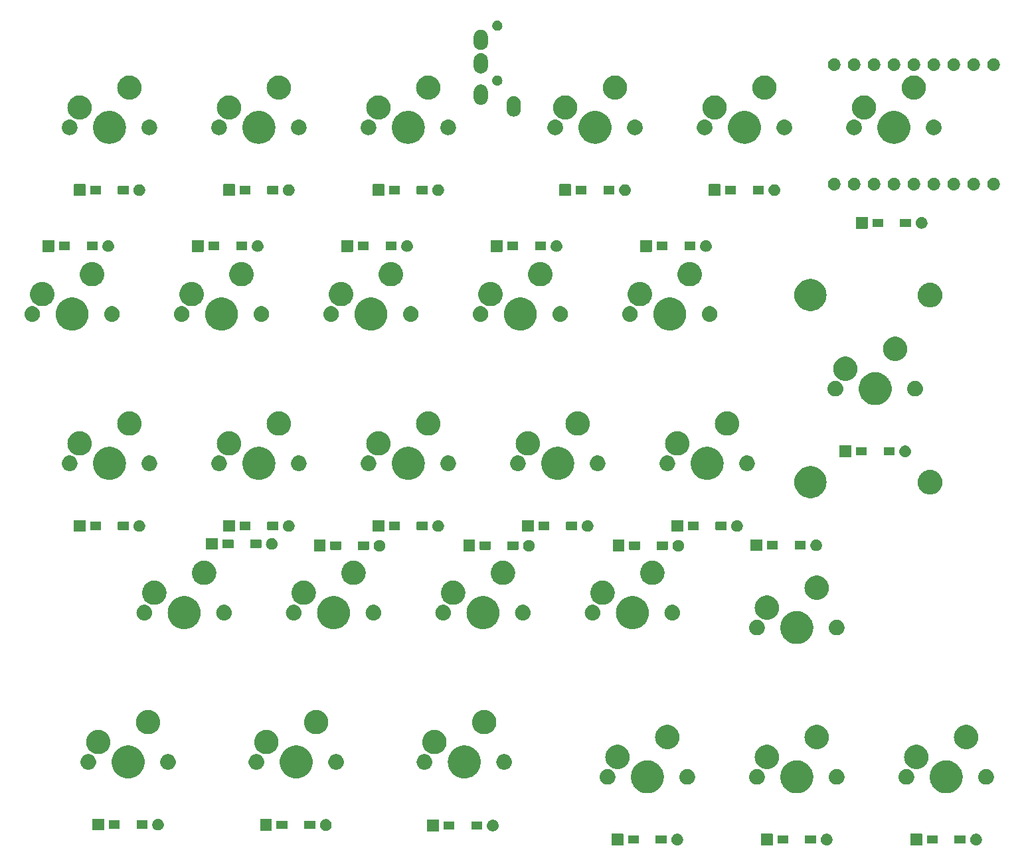
<source format=gbr>
G04 #@! TF.GenerationSoftware,KiCad,Pcbnew,7.0.8*
G04 #@! TF.CreationDate,2023-10-29T20:23:16+09:00*
G04 #@! TF.ProjectId,ckb9,636b6239-2e6b-4696-9361-645f70636258,rev?*
G04 #@! TF.SameCoordinates,Original*
G04 #@! TF.FileFunction,Soldermask,Top*
G04 #@! TF.FilePolarity,Negative*
%FSLAX46Y46*%
G04 Gerber Fmt 4.6, Leading zero omitted, Abs format (unit mm)*
G04 Created by KiCad (PCBNEW 7.0.8) date 2023-10-29 20:23:16*
%MOMM*%
%LPD*%
G01*
G04 APERTURE LIST*
G04 APERTURE END LIST*
G36*
X628320517Y-23401882D02*
G01*
X628337062Y-23412938D01*
X628348118Y-23429483D01*
X628352000Y-23449000D01*
X628352000Y-24846000D01*
X628348118Y-24865517D01*
X628337062Y-24882062D01*
X628320517Y-24893118D01*
X628301000Y-24897000D01*
X626904000Y-24897000D01*
X626884483Y-24893118D01*
X626867938Y-24882062D01*
X626856882Y-24865517D01*
X626853000Y-24846000D01*
X626853000Y-23449000D01*
X626856882Y-23429483D01*
X626867938Y-23412938D01*
X626884483Y-23401882D01*
X626904000Y-23398000D01*
X628301000Y-23398000D01*
X628320517Y-23401882D01*
G37*
G36*
X635265020Y-23402791D02*
G01*
X635300770Y-23402791D01*
X635341102Y-23411363D01*
X635389279Y-23416792D01*
X635424306Y-23429048D01*
X635453897Y-23435338D01*
X635496537Y-23454323D01*
X635547696Y-23472224D01*
X635574328Y-23488958D01*
X635596905Y-23499010D01*
X635638996Y-23529591D01*
X635689806Y-23561517D01*
X635708053Y-23579764D01*
X635723552Y-23591025D01*
X635761871Y-23633582D01*
X635808483Y-23680194D01*
X635819202Y-23697253D01*
X635828303Y-23707361D01*
X635859439Y-23761290D01*
X635897776Y-23822304D01*
X635902562Y-23835983D01*
X635906572Y-23842928D01*
X635927107Y-23906129D01*
X635953208Y-23980721D01*
X635954197Y-23989503D01*
X635954948Y-23991813D01*
X635961750Y-24056532D01*
X635972000Y-24147500D01*
X635961749Y-24238475D01*
X635954948Y-24303186D01*
X635954197Y-24305495D01*
X635953208Y-24314279D01*
X635927103Y-24388883D01*
X635906572Y-24452071D01*
X635902563Y-24459013D01*
X635897776Y-24472696D01*
X635859431Y-24533720D01*
X635828303Y-24587638D01*
X635819204Y-24597742D01*
X635808483Y-24614806D01*
X635761862Y-24661426D01*
X635723552Y-24703974D01*
X635708057Y-24715231D01*
X635689806Y-24733483D01*
X635638986Y-24765414D01*
X635596905Y-24795989D01*
X635574333Y-24806038D01*
X635547696Y-24822776D01*
X635496527Y-24840680D01*
X635453897Y-24859661D01*
X635424312Y-24865949D01*
X635389279Y-24878208D01*
X635341100Y-24883636D01*
X635300770Y-24892209D01*
X635265020Y-24892209D01*
X635222500Y-24897000D01*
X635179980Y-24892209D01*
X635144230Y-24892209D01*
X635103899Y-24883636D01*
X635055721Y-24878208D01*
X635020688Y-24865949D01*
X634991102Y-24859661D01*
X634948467Y-24840678D01*
X634897304Y-24822776D01*
X634870668Y-24806039D01*
X634848094Y-24795989D01*
X634806005Y-24765409D01*
X634755194Y-24733483D01*
X634736945Y-24715234D01*
X634721447Y-24703974D01*
X634683127Y-24661416D01*
X634636517Y-24614806D01*
X634625797Y-24597746D01*
X634616696Y-24587638D01*
X634585555Y-24533701D01*
X634547224Y-24472696D01*
X634542438Y-24459018D01*
X634538427Y-24452071D01*
X634517882Y-24388843D01*
X634491792Y-24314279D01*
X634490802Y-24305499D01*
X634490051Y-24303186D01*
X634483235Y-24238343D01*
X634473000Y-24147500D01*
X634483234Y-24056664D01*
X634490051Y-23991813D01*
X634490802Y-23989498D01*
X634491792Y-23980721D01*
X634517878Y-23906169D01*
X634538427Y-23842928D01*
X634542438Y-23835979D01*
X634547224Y-23822304D01*
X634585548Y-23761310D01*
X634616696Y-23707361D01*
X634625800Y-23697249D01*
X634636517Y-23680194D01*
X634683113Y-23633597D01*
X634721448Y-23591023D01*
X634736953Y-23579757D01*
X634755194Y-23561517D01*
X634805988Y-23529601D01*
X634848092Y-23499011D01*
X634870673Y-23488956D01*
X634897304Y-23472224D01*
X634948457Y-23454324D01*
X634991102Y-23435338D01*
X635020694Y-23429048D01*
X635055721Y-23416792D01*
X635103896Y-23411363D01*
X635144230Y-23402791D01*
X635179980Y-23402791D01*
X635222500Y-23398000D01*
X635265020Y-23402791D01*
G37*
G36*
X647370517Y-23401882D02*
G01*
X647387062Y-23412938D01*
X647398118Y-23429483D01*
X647402000Y-23449000D01*
X647402000Y-24846000D01*
X647398118Y-24865517D01*
X647387062Y-24882062D01*
X647370517Y-24893118D01*
X647351000Y-24897000D01*
X645954000Y-24897000D01*
X645934483Y-24893118D01*
X645917938Y-24882062D01*
X645906882Y-24865517D01*
X645903000Y-24846000D01*
X645903000Y-23449000D01*
X645906882Y-23429483D01*
X645917938Y-23412938D01*
X645934483Y-23401882D01*
X645954000Y-23398000D01*
X647351000Y-23398000D01*
X647370517Y-23401882D01*
G37*
G36*
X654315020Y-23402791D02*
G01*
X654350770Y-23402791D01*
X654391102Y-23411363D01*
X654439279Y-23416792D01*
X654474306Y-23429048D01*
X654503897Y-23435338D01*
X654546537Y-23454323D01*
X654597696Y-23472224D01*
X654624328Y-23488958D01*
X654646905Y-23499010D01*
X654688996Y-23529591D01*
X654739806Y-23561517D01*
X654758053Y-23579764D01*
X654773552Y-23591025D01*
X654811871Y-23633582D01*
X654858483Y-23680194D01*
X654869202Y-23697253D01*
X654878303Y-23707361D01*
X654909439Y-23761290D01*
X654947776Y-23822304D01*
X654952562Y-23835983D01*
X654956572Y-23842928D01*
X654977107Y-23906129D01*
X655003208Y-23980721D01*
X655004197Y-23989503D01*
X655004948Y-23991813D01*
X655011750Y-24056532D01*
X655022000Y-24147500D01*
X655011749Y-24238475D01*
X655004948Y-24303186D01*
X655004197Y-24305495D01*
X655003208Y-24314279D01*
X654977103Y-24388883D01*
X654956572Y-24452071D01*
X654952563Y-24459013D01*
X654947776Y-24472696D01*
X654909431Y-24533720D01*
X654878303Y-24587638D01*
X654869204Y-24597742D01*
X654858483Y-24614806D01*
X654811862Y-24661426D01*
X654773552Y-24703974D01*
X654758057Y-24715231D01*
X654739806Y-24733483D01*
X654688986Y-24765414D01*
X654646905Y-24795989D01*
X654624333Y-24806038D01*
X654597696Y-24822776D01*
X654546527Y-24840680D01*
X654503897Y-24859661D01*
X654474312Y-24865949D01*
X654439279Y-24878208D01*
X654391100Y-24883636D01*
X654350770Y-24892209D01*
X654315020Y-24892209D01*
X654272500Y-24897000D01*
X654229980Y-24892209D01*
X654194230Y-24892209D01*
X654153899Y-24883636D01*
X654105721Y-24878208D01*
X654070688Y-24865949D01*
X654041102Y-24859661D01*
X653998467Y-24840678D01*
X653947304Y-24822776D01*
X653920668Y-24806039D01*
X653898094Y-24795989D01*
X653856005Y-24765409D01*
X653805194Y-24733483D01*
X653786945Y-24715234D01*
X653771447Y-24703974D01*
X653733127Y-24661416D01*
X653686517Y-24614806D01*
X653675797Y-24597746D01*
X653666696Y-24587638D01*
X653635555Y-24533701D01*
X653597224Y-24472696D01*
X653592438Y-24459018D01*
X653588427Y-24452071D01*
X653567882Y-24388843D01*
X653541792Y-24314279D01*
X653540802Y-24305499D01*
X653540051Y-24303186D01*
X653533235Y-24238343D01*
X653523000Y-24147500D01*
X653533234Y-24056664D01*
X653540051Y-23991813D01*
X653540802Y-23989498D01*
X653541792Y-23980721D01*
X653567878Y-23906169D01*
X653588427Y-23842928D01*
X653592438Y-23835979D01*
X653597224Y-23822304D01*
X653635548Y-23761310D01*
X653666696Y-23707361D01*
X653675800Y-23697249D01*
X653686517Y-23680194D01*
X653733113Y-23633597D01*
X653771448Y-23591023D01*
X653786953Y-23579757D01*
X653805194Y-23561517D01*
X653855988Y-23529601D01*
X653898092Y-23499011D01*
X653920673Y-23488956D01*
X653947304Y-23472224D01*
X653998457Y-23454324D01*
X654041102Y-23435338D01*
X654070694Y-23429048D01*
X654105721Y-23416792D01*
X654153896Y-23411363D01*
X654194230Y-23402791D01*
X654229980Y-23402791D01*
X654272500Y-23398000D01*
X654315020Y-23402791D01*
G37*
G36*
X666420517Y-23401882D02*
G01*
X666437062Y-23412938D01*
X666448118Y-23429483D01*
X666452000Y-23449000D01*
X666452000Y-24846000D01*
X666448118Y-24865517D01*
X666437062Y-24882062D01*
X666420517Y-24893118D01*
X666401000Y-24897000D01*
X665004000Y-24897000D01*
X664984483Y-24893118D01*
X664967938Y-24882062D01*
X664956882Y-24865517D01*
X664953000Y-24846000D01*
X664953000Y-23449000D01*
X664956882Y-23429483D01*
X664967938Y-23412938D01*
X664984483Y-23401882D01*
X665004000Y-23398000D01*
X666401000Y-23398000D01*
X666420517Y-23401882D01*
G37*
G36*
X673365020Y-23402791D02*
G01*
X673400770Y-23402791D01*
X673441102Y-23411363D01*
X673489279Y-23416792D01*
X673524306Y-23429048D01*
X673553897Y-23435338D01*
X673596537Y-23454323D01*
X673647696Y-23472224D01*
X673674328Y-23488958D01*
X673696905Y-23499010D01*
X673738996Y-23529591D01*
X673789806Y-23561517D01*
X673808053Y-23579764D01*
X673823552Y-23591025D01*
X673861871Y-23633582D01*
X673908483Y-23680194D01*
X673919202Y-23697253D01*
X673928303Y-23707361D01*
X673959439Y-23761290D01*
X673997776Y-23822304D01*
X674002562Y-23835983D01*
X674006572Y-23842928D01*
X674027107Y-23906129D01*
X674053208Y-23980721D01*
X674054197Y-23989503D01*
X674054948Y-23991813D01*
X674061750Y-24056532D01*
X674072000Y-24147500D01*
X674061749Y-24238475D01*
X674054948Y-24303186D01*
X674054197Y-24305495D01*
X674053208Y-24314279D01*
X674027103Y-24388883D01*
X674006572Y-24452071D01*
X674002563Y-24459013D01*
X673997776Y-24472696D01*
X673959431Y-24533720D01*
X673928303Y-24587638D01*
X673919204Y-24597742D01*
X673908483Y-24614806D01*
X673861862Y-24661426D01*
X673823552Y-24703974D01*
X673808057Y-24715231D01*
X673789806Y-24733483D01*
X673738986Y-24765414D01*
X673696905Y-24795989D01*
X673674333Y-24806038D01*
X673647696Y-24822776D01*
X673596527Y-24840680D01*
X673553897Y-24859661D01*
X673524312Y-24865949D01*
X673489279Y-24878208D01*
X673441100Y-24883636D01*
X673400770Y-24892209D01*
X673365020Y-24892209D01*
X673322500Y-24897000D01*
X673279980Y-24892209D01*
X673244230Y-24892209D01*
X673203899Y-24883636D01*
X673155721Y-24878208D01*
X673120688Y-24865949D01*
X673091102Y-24859661D01*
X673048467Y-24840678D01*
X672997304Y-24822776D01*
X672970668Y-24806039D01*
X672948094Y-24795989D01*
X672906005Y-24765409D01*
X672855194Y-24733483D01*
X672836945Y-24715234D01*
X672821447Y-24703974D01*
X672783127Y-24661416D01*
X672736517Y-24614806D01*
X672725797Y-24597746D01*
X672716696Y-24587638D01*
X672685555Y-24533701D01*
X672647224Y-24472696D01*
X672642438Y-24459018D01*
X672638427Y-24452071D01*
X672617882Y-24388843D01*
X672591792Y-24314279D01*
X672590802Y-24305499D01*
X672590051Y-24303186D01*
X672583235Y-24238343D01*
X672573000Y-24147500D01*
X672583234Y-24056664D01*
X672590051Y-23991813D01*
X672590802Y-23989498D01*
X672591792Y-23980721D01*
X672617878Y-23906169D01*
X672638427Y-23842928D01*
X672642438Y-23835979D01*
X672647224Y-23822304D01*
X672685548Y-23761310D01*
X672716696Y-23707361D01*
X672725800Y-23697249D01*
X672736517Y-23680194D01*
X672783113Y-23633597D01*
X672821448Y-23591023D01*
X672836953Y-23579757D01*
X672855194Y-23561517D01*
X672905988Y-23529601D01*
X672948092Y-23499011D01*
X672970673Y-23488956D01*
X672997304Y-23472224D01*
X673048457Y-23454324D01*
X673091102Y-23435338D01*
X673120694Y-23429048D01*
X673155721Y-23416792D01*
X673203896Y-23411363D01*
X673244230Y-23402791D01*
X673279980Y-23402791D01*
X673322500Y-23398000D01*
X673365020Y-23402791D01*
G37*
G36*
X630307017Y-23625382D02*
G01*
X630323562Y-23636438D01*
X630334618Y-23652983D01*
X630338500Y-23672500D01*
X630338500Y-24622500D01*
X630334618Y-24642017D01*
X630323562Y-24658562D01*
X630307017Y-24669618D01*
X630287500Y-24673500D01*
X628987500Y-24673500D01*
X628967983Y-24669618D01*
X628951438Y-24658562D01*
X628940382Y-24642017D01*
X628936500Y-24622500D01*
X628936500Y-23672500D01*
X628940382Y-23652983D01*
X628951438Y-23636438D01*
X628967983Y-23625382D01*
X628987500Y-23621500D01*
X630287500Y-23621500D01*
X630307017Y-23625382D01*
G37*
G36*
X633857017Y-23625382D02*
G01*
X633873562Y-23636438D01*
X633884618Y-23652983D01*
X633888500Y-23672500D01*
X633888500Y-24622500D01*
X633884618Y-24642017D01*
X633873562Y-24658562D01*
X633857017Y-24669618D01*
X633837500Y-24673500D01*
X632537500Y-24673500D01*
X632517983Y-24669618D01*
X632501438Y-24658562D01*
X632490382Y-24642017D01*
X632486500Y-24622500D01*
X632486500Y-23672500D01*
X632490382Y-23652983D01*
X632501438Y-23636438D01*
X632517983Y-23625382D01*
X632537500Y-23621500D01*
X633837500Y-23621500D01*
X633857017Y-23625382D01*
G37*
G36*
X649357017Y-23625382D02*
G01*
X649373562Y-23636438D01*
X649384618Y-23652983D01*
X649388500Y-23672500D01*
X649388500Y-24622500D01*
X649384618Y-24642017D01*
X649373562Y-24658562D01*
X649357017Y-24669618D01*
X649337500Y-24673500D01*
X648037500Y-24673500D01*
X648017983Y-24669618D01*
X648001438Y-24658562D01*
X647990382Y-24642017D01*
X647986500Y-24622500D01*
X647986500Y-23672500D01*
X647990382Y-23652983D01*
X648001438Y-23636438D01*
X648017983Y-23625382D01*
X648037500Y-23621500D01*
X649337500Y-23621500D01*
X649357017Y-23625382D01*
G37*
G36*
X652907017Y-23625382D02*
G01*
X652923562Y-23636438D01*
X652934618Y-23652983D01*
X652938500Y-23672500D01*
X652938500Y-24622500D01*
X652934618Y-24642017D01*
X652923562Y-24658562D01*
X652907017Y-24669618D01*
X652887500Y-24673500D01*
X651587500Y-24673500D01*
X651567983Y-24669618D01*
X651551438Y-24658562D01*
X651540382Y-24642017D01*
X651536500Y-24622500D01*
X651536500Y-23672500D01*
X651540382Y-23652983D01*
X651551438Y-23636438D01*
X651567983Y-23625382D01*
X651587500Y-23621500D01*
X652887500Y-23621500D01*
X652907017Y-23625382D01*
G37*
G36*
X668407017Y-23625382D02*
G01*
X668423562Y-23636438D01*
X668434618Y-23652983D01*
X668438500Y-23672500D01*
X668438500Y-24622500D01*
X668434618Y-24642017D01*
X668423562Y-24658562D01*
X668407017Y-24669618D01*
X668387500Y-24673500D01*
X667087500Y-24673500D01*
X667067983Y-24669618D01*
X667051438Y-24658562D01*
X667040382Y-24642017D01*
X667036500Y-24622500D01*
X667036500Y-23672500D01*
X667040382Y-23652983D01*
X667051438Y-23636438D01*
X667067983Y-23625382D01*
X667087500Y-23621500D01*
X668387500Y-23621500D01*
X668407017Y-23625382D01*
G37*
G36*
X671957017Y-23625382D02*
G01*
X671973562Y-23636438D01*
X671984618Y-23652983D01*
X671988500Y-23672500D01*
X671988500Y-24622500D01*
X671984618Y-24642017D01*
X671973562Y-24658562D01*
X671957017Y-24669618D01*
X671937500Y-24673500D01*
X670637500Y-24673500D01*
X670617983Y-24669618D01*
X670601438Y-24658562D01*
X670590382Y-24642017D01*
X670586500Y-24622500D01*
X670586500Y-23672500D01*
X670590382Y-23652983D01*
X670601438Y-23636438D01*
X670617983Y-23625382D01*
X670637500Y-23621500D01*
X671937500Y-23621500D01*
X671957017Y-23625382D01*
G37*
G36*
X604808017Y-21614382D02*
G01*
X604824562Y-21625438D01*
X604835618Y-21641983D01*
X604839500Y-21661500D01*
X604839500Y-23058500D01*
X604835618Y-23078017D01*
X604824562Y-23094562D01*
X604808017Y-23105618D01*
X604788500Y-23109500D01*
X603391500Y-23109500D01*
X603371983Y-23105618D01*
X603355438Y-23094562D01*
X603344382Y-23078017D01*
X603340500Y-23058500D01*
X603340500Y-21661500D01*
X603344382Y-21641983D01*
X603355438Y-21625438D01*
X603371983Y-21614382D01*
X603391500Y-21610500D01*
X604788500Y-21610500D01*
X604808017Y-21614382D01*
G37*
G36*
X611752520Y-21615291D02*
G01*
X611788270Y-21615291D01*
X611828602Y-21623863D01*
X611876779Y-21629292D01*
X611911806Y-21641548D01*
X611941397Y-21647838D01*
X611984037Y-21666823D01*
X612035196Y-21684724D01*
X612061828Y-21701458D01*
X612084405Y-21711510D01*
X612126496Y-21742091D01*
X612177306Y-21774017D01*
X612195553Y-21792264D01*
X612211052Y-21803525D01*
X612249371Y-21846082D01*
X612295983Y-21892694D01*
X612306702Y-21909753D01*
X612315803Y-21919861D01*
X612346939Y-21973790D01*
X612385276Y-22034804D01*
X612390062Y-22048483D01*
X612394072Y-22055428D01*
X612414607Y-22118629D01*
X612440708Y-22193221D01*
X612441697Y-22202003D01*
X612442448Y-22204313D01*
X612449250Y-22269032D01*
X612459500Y-22360000D01*
X612449249Y-22450975D01*
X612442448Y-22515686D01*
X612441697Y-22517995D01*
X612440708Y-22526779D01*
X612414603Y-22601383D01*
X612394072Y-22664571D01*
X612390063Y-22671513D01*
X612385276Y-22685196D01*
X612346931Y-22746220D01*
X612315803Y-22800138D01*
X612306704Y-22810242D01*
X612295983Y-22827306D01*
X612249362Y-22873926D01*
X612211052Y-22916474D01*
X612195557Y-22927731D01*
X612177306Y-22945983D01*
X612126486Y-22977914D01*
X612084405Y-23008489D01*
X612061833Y-23018538D01*
X612035196Y-23035276D01*
X611984027Y-23053180D01*
X611941397Y-23072161D01*
X611911812Y-23078449D01*
X611876779Y-23090708D01*
X611828600Y-23096136D01*
X611788270Y-23104709D01*
X611752520Y-23104709D01*
X611710000Y-23109500D01*
X611667480Y-23104709D01*
X611631730Y-23104709D01*
X611591399Y-23096136D01*
X611543221Y-23090708D01*
X611508188Y-23078449D01*
X611478602Y-23072161D01*
X611435967Y-23053178D01*
X611384804Y-23035276D01*
X611358168Y-23018539D01*
X611335594Y-23008489D01*
X611293505Y-22977909D01*
X611242694Y-22945983D01*
X611224445Y-22927734D01*
X611208947Y-22916474D01*
X611170627Y-22873916D01*
X611124017Y-22827306D01*
X611113297Y-22810246D01*
X611104196Y-22800138D01*
X611073055Y-22746201D01*
X611034724Y-22685196D01*
X611029938Y-22671518D01*
X611025927Y-22664571D01*
X611005382Y-22601343D01*
X610979292Y-22526779D01*
X610978302Y-22517999D01*
X610977551Y-22515686D01*
X610970735Y-22450843D01*
X610960500Y-22360000D01*
X610970734Y-22269164D01*
X610977551Y-22204313D01*
X610978302Y-22201998D01*
X610979292Y-22193221D01*
X611005378Y-22118669D01*
X611025927Y-22055428D01*
X611029938Y-22048479D01*
X611034724Y-22034804D01*
X611073048Y-21973810D01*
X611104196Y-21919861D01*
X611113300Y-21909749D01*
X611124017Y-21892694D01*
X611170613Y-21846097D01*
X611208948Y-21803523D01*
X611224453Y-21792257D01*
X611242694Y-21774017D01*
X611293488Y-21742101D01*
X611335592Y-21711511D01*
X611358173Y-21701456D01*
X611384804Y-21684724D01*
X611435957Y-21666824D01*
X611478602Y-21647838D01*
X611508194Y-21641548D01*
X611543221Y-21629292D01*
X611591396Y-21623863D01*
X611631730Y-21615291D01*
X611667480Y-21615291D01*
X611710000Y-21610500D01*
X611752520Y-21615291D01*
G37*
G36*
X583518017Y-21544382D02*
G01*
X583534562Y-21555438D01*
X583545618Y-21571983D01*
X583549500Y-21591500D01*
X583549500Y-22988500D01*
X583545618Y-23008017D01*
X583534562Y-23024562D01*
X583518017Y-23035618D01*
X583498500Y-23039500D01*
X582101500Y-23039500D01*
X582081983Y-23035618D01*
X582065438Y-23024562D01*
X582054382Y-23008017D01*
X582050500Y-22988500D01*
X582050500Y-21591500D01*
X582054382Y-21571983D01*
X582065438Y-21555438D01*
X582081983Y-21544382D01*
X582101500Y-21540500D01*
X583498500Y-21540500D01*
X583518017Y-21544382D01*
G37*
G36*
X590462520Y-21545291D02*
G01*
X590498270Y-21545291D01*
X590538602Y-21553863D01*
X590586779Y-21559292D01*
X590621806Y-21571548D01*
X590651397Y-21577838D01*
X590694037Y-21596823D01*
X590745196Y-21614724D01*
X590771828Y-21631458D01*
X590794405Y-21641510D01*
X590836496Y-21672091D01*
X590887306Y-21704017D01*
X590905553Y-21722264D01*
X590921052Y-21733525D01*
X590959371Y-21776082D01*
X591005983Y-21822694D01*
X591016702Y-21839753D01*
X591025803Y-21849861D01*
X591056939Y-21903790D01*
X591095276Y-21964804D01*
X591100062Y-21978483D01*
X591104072Y-21985428D01*
X591124607Y-22048629D01*
X591150708Y-22123221D01*
X591151697Y-22132003D01*
X591152448Y-22134313D01*
X591159250Y-22199032D01*
X591169500Y-22290000D01*
X591159249Y-22380975D01*
X591152448Y-22445686D01*
X591151697Y-22447995D01*
X591150708Y-22456779D01*
X591124603Y-22531383D01*
X591104072Y-22594571D01*
X591100063Y-22601513D01*
X591095276Y-22615196D01*
X591056931Y-22676220D01*
X591025803Y-22730138D01*
X591016704Y-22740242D01*
X591005983Y-22757306D01*
X590959362Y-22803926D01*
X590921052Y-22846474D01*
X590905557Y-22857731D01*
X590887306Y-22875983D01*
X590836486Y-22907914D01*
X590794405Y-22938489D01*
X590771833Y-22948538D01*
X590745196Y-22965276D01*
X590694027Y-22983180D01*
X590651397Y-23002161D01*
X590621812Y-23008449D01*
X590586779Y-23020708D01*
X590538600Y-23026136D01*
X590498270Y-23034709D01*
X590462520Y-23034709D01*
X590420000Y-23039500D01*
X590377480Y-23034709D01*
X590341730Y-23034709D01*
X590301399Y-23026136D01*
X590253221Y-23020708D01*
X590218188Y-23008449D01*
X590188602Y-23002161D01*
X590145967Y-22983178D01*
X590094804Y-22965276D01*
X590068168Y-22948539D01*
X590045594Y-22938489D01*
X590003505Y-22907909D01*
X589952694Y-22875983D01*
X589934445Y-22857734D01*
X589918947Y-22846474D01*
X589880627Y-22803916D01*
X589834017Y-22757306D01*
X589823297Y-22740246D01*
X589814196Y-22730138D01*
X589783055Y-22676201D01*
X589744724Y-22615196D01*
X589739938Y-22601518D01*
X589735927Y-22594571D01*
X589715382Y-22531343D01*
X589689292Y-22456779D01*
X589688302Y-22447999D01*
X589687551Y-22445686D01*
X589680735Y-22380843D01*
X589670500Y-22290000D01*
X589680734Y-22199164D01*
X589687551Y-22134313D01*
X589688302Y-22131998D01*
X589689292Y-22123221D01*
X589715378Y-22048669D01*
X589735927Y-21985428D01*
X589739938Y-21978479D01*
X589744724Y-21964804D01*
X589783048Y-21903810D01*
X589814196Y-21849861D01*
X589823300Y-21839749D01*
X589834017Y-21822694D01*
X589880613Y-21776097D01*
X589918948Y-21733523D01*
X589934453Y-21722257D01*
X589952694Y-21704017D01*
X590003488Y-21672101D01*
X590045592Y-21641511D01*
X590068173Y-21631456D01*
X590094804Y-21614724D01*
X590145957Y-21596824D01*
X590188602Y-21577838D01*
X590218194Y-21571548D01*
X590253221Y-21559292D01*
X590301396Y-21553863D01*
X590341730Y-21545291D01*
X590377480Y-21545291D01*
X590420000Y-21540500D01*
X590462520Y-21545291D01*
G37*
G36*
X562121517Y-21496882D02*
G01*
X562138062Y-21507938D01*
X562149118Y-21524483D01*
X562153000Y-21544000D01*
X562153000Y-22941000D01*
X562149118Y-22960517D01*
X562138062Y-22977062D01*
X562121517Y-22988118D01*
X562102000Y-22992000D01*
X560705000Y-22992000D01*
X560685483Y-22988118D01*
X560668938Y-22977062D01*
X560657882Y-22960517D01*
X560654000Y-22941000D01*
X560654000Y-21544000D01*
X560657882Y-21524483D01*
X560668938Y-21507938D01*
X560685483Y-21496882D01*
X560705000Y-21493000D01*
X562102000Y-21493000D01*
X562121517Y-21496882D01*
G37*
G36*
X569066020Y-21497791D02*
G01*
X569101770Y-21497791D01*
X569142102Y-21506363D01*
X569190279Y-21511792D01*
X569225306Y-21524048D01*
X569254897Y-21530338D01*
X569297537Y-21549323D01*
X569348696Y-21567224D01*
X569375328Y-21583958D01*
X569397905Y-21594010D01*
X569439996Y-21624591D01*
X569490806Y-21656517D01*
X569509053Y-21674764D01*
X569524552Y-21686025D01*
X569562871Y-21728582D01*
X569609483Y-21775194D01*
X569620202Y-21792253D01*
X569629303Y-21802361D01*
X569660439Y-21856290D01*
X569698776Y-21917304D01*
X569703562Y-21930983D01*
X569707572Y-21937928D01*
X569728107Y-22001129D01*
X569754208Y-22075721D01*
X569755197Y-22084503D01*
X569755948Y-22086813D01*
X569762750Y-22151532D01*
X569773000Y-22242500D01*
X569762749Y-22333475D01*
X569755948Y-22398186D01*
X569755197Y-22400495D01*
X569754208Y-22409279D01*
X569728103Y-22483883D01*
X569707572Y-22547071D01*
X569703563Y-22554013D01*
X569698776Y-22567696D01*
X569660431Y-22628720D01*
X569629303Y-22682638D01*
X569620204Y-22692742D01*
X569609483Y-22709806D01*
X569562862Y-22756426D01*
X569524552Y-22798974D01*
X569509057Y-22810231D01*
X569490806Y-22828483D01*
X569439986Y-22860414D01*
X569397905Y-22890989D01*
X569375333Y-22901038D01*
X569348696Y-22917776D01*
X569297527Y-22935680D01*
X569254897Y-22954661D01*
X569225312Y-22960949D01*
X569190279Y-22973208D01*
X569142100Y-22978636D01*
X569101770Y-22987209D01*
X569066020Y-22987209D01*
X569023500Y-22992000D01*
X568980980Y-22987209D01*
X568945230Y-22987209D01*
X568904899Y-22978636D01*
X568856721Y-22973208D01*
X568821688Y-22960949D01*
X568792102Y-22954661D01*
X568749467Y-22935678D01*
X568698304Y-22917776D01*
X568671668Y-22901039D01*
X568649094Y-22890989D01*
X568607005Y-22860409D01*
X568556194Y-22828483D01*
X568537945Y-22810234D01*
X568522447Y-22798974D01*
X568484127Y-22756416D01*
X568437517Y-22709806D01*
X568426797Y-22692746D01*
X568417696Y-22682638D01*
X568386555Y-22628701D01*
X568348224Y-22567696D01*
X568343438Y-22554018D01*
X568339427Y-22547071D01*
X568318882Y-22483843D01*
X568292792Y-22409279D01*
X568291802Y-22400499D01*
X568291051Y-22398186D01*
X568284235Y-22333343D01*
X568274000Y-22242500D01*
X568284234Y-22151664D01*
X568291051Y-22086813D01*
X568291802Y-22084498D01*
X568292792Y-22075721D01*
X568318878Y-22001169D01*
X568339427Y-21937928D01*
X568343438Y-21930979D01*
X568348224Y-21917304D01*
X568386548Y-21856310D01*
X568417696Y-21802361D01*
X568426800Y-21792249D01*
X568437517Y-21775194D01*
X568484113Y-21728597D01*
X568522448Y-21686023D01*
X568537953Y-21674757D01*
X568556194Y-21656517D01*
X568606988Y-21624601D01*
X568649092Y-21594011D01*
X568671673Y-21583956D01*
X568698304Y-21567224D01*
X568749457Y-21549324D01*
X568792102Y-21530338D01*
X568821694Y-21524048D01*
X568856721Y-21511792D01*
X568904896Y-21506363D01*
X568945230Y-21497791D01*
X568980980Y-21497791D01*
X569023500Y-21493000D01*
X569066020Y-21497791D01*
G37*
G36*
X606794517Y-21837882D02*
G01*
X606811062Y-21848938D01*
X606822118Y-21865483D01*
X606826000Y-21885000D01*
X606826000Y-22835000D01*
X606822118Y-22854517D01*
X606811062Y-22871062D01*
X606794517Y-22882118D01*
X606775000Y-22886000D01*
X605475000Y-22886000D01*
X605455483Y-22882118D01*
X605438938Y-22871062D01*
X605427882Y-22854517D01*
X605424000Y-22835000D01*
X605424000Y-21885000D01*
X605427882Y-21865483D01*
X605438938Y-21848938D01*
X605455483Y-21837882D01*
X605475000Y-21834000D01*
X606775000Y-21834000D01*
X606794517Y-21837882D01*
G37*
G36*
X610344517Y-21837882D02*
G01*
X610361062Y-21848938D01*
X610372118Y-21865483D01*
X610376000Y-21885000D01*
X610376000Y-22835000D01*
X610372118Y-22854517D01*
X610361062Y-22871062D01*
X610344517Y-22882118D01*
X610325000Y-22886000D01*
X609025000Y-22886000D01*
X609005483Y-22882118D01*
X608988938Y-22871062D01*
X608977882Y-22854517D01*
X608974000Y-22835000D01*
X608974000Y-21885000D01*
X608977882Y-21865483D01*
X608988938Y-21848938D01*
X609005483Y-21837882D01*
X609025000Y-21834000D01*
X610325000Y-21834000D01*
X610344517Y-21837882D01*
G37*
G36*
X585504517Y-21767882D02*
G01*
X585521062Y-21778938D01*
X585532118Y-21795483D01*
X585536000Y-21815000D01*
X585536000Y-22765000D01*
X585532118Y-22784517D01*
X585521062Y-22801062D01*
X585504517Y-22812118D01*
X585485000Y-22816000D01*
X584185000Y-22816000D01*
X584165483Y-22812118D01*
X584148938Y-22801062D01*
X584137882Y-22784517D01*
X584134000Y-22765000D01*
X584134000Y-21815000D01*
X584137882Y-21795483D01*
X584148938Y-21778938D01*
X584165483Y-21767882D01*
X584185000Y-21764000D01*
X585485000Y-21764000D01*
X585504517Y-21767882D01*
G37*
G36*
X589054517Y-21767882D02*
G01*
X589071062Y-21778938D01*
X589082118Y-21795483D01*
X589086000Y-21815000D01*
X589086000Y-22765000D01*
X589082118Y-22784517D01*
X589071062Y-22801062D01*
X589054517Y-22812118D01*
X589035000Y-22816000D01*
X587735000Y-22816000D01*
X587715483Y-22812118D01*
X587698938Y-22801062D01*
X587687882Y-22784517D01*
X587684000Y-22765000D01*
X587684000Y-21815000D01*
X587687882Y-21795483D01*
X587698938Y-21778938D01*
X587715483Y-21767882D01*
X587735000Y-21764000D01*
X589035000Y-21764000D01*
X589054517Y-21767882D01*
G37*
G36*
X564108017Y-21720382D02*
G01*
X564124562Y-21731438D01*
X564135618Y-21747983D01*
X564139500Y-21767500D01*
X564139500Y-22717500D01*
X564135618Y-22737017D01*
X564124562Y-22753562D01*
X564108017Y-22764618D01*
X564088500Y-22768500D01*
X562788500Y-22768500D01*
X562768983Y-22764618D01*
X562752438Y-22753562D01*
X562741382Y-22737017D01*
X562737500Y-22717500D01*
X562737500Y-21767500D01*
X562741382Y-21747983D01*
X562752438Y-21731438D01*
X562768983Y-21720382D01*
X562788500Y-21716500D01*
X564088500Y-21716500D01*
X564108017Y-21720382D01*
G37*
G36*
X567658017Y-21720382D02*
G01*
X567674562Y-21731438D01*
X567685618Y-21747983D01*
X567689500Y-21767500D01*
X567689500Y-22717500D01*
X567685618Y-22737017D01*
X567674562Y-22753562D01*
X567658017Y-22764618D01*
X567638500Y-22768500D01*
X566338500Y-22768500D01*
X566318983Y-22764618D01*
X566302438Y-22753562D01*
X566291382Y-22737017D01*
X566287500Y-22717500D01*
X566287500Y-21767500D01*
X566291382Y-21747983D01*
X566302438Y-21731438D01*
X566318983Y-21720382D01*
X566338500Y-21716500D01*
X567638500Y-21716500D01*
X567658017Y-21720382D01*
G37*
G36*
X631483151Y-14051398D02*
G01*
X631555877Y-14051398D01*
X631622179Y-14060510D01*
X631686698Y-14064740D01*
X631762169Y-14079751D01*
X631839961Y-14090444D01*
X631898785Y-14106926D01*
X631956209Y-14118348D01*
X632034961Y-14145080D01*
X632116082Y-14167810D01*
X632166741Y-14189814D01*
X632216417Y-14206677D01*
X632296617Y-14246227D01*
X632379097Y-14282053D01*
X632421267Y-14307697D01*
X632462861Y-14328209D01*
X632542475Y-14381405D01*
X632624105Y-14431046D01*
X632657831Y-14458484D01*
X632691344Y-14480877D01*
X632768172Y-14548253D01*
X632846544Y-14612014D01*
X632872194Y-14639478D01*
X632897941Y-14662058D01*
X632969676Y-14743856D01*
X633042269Y-14821584D01*
X633060533Y-14847459D01*
X633079122Y-14868655D01*
X633143399Y-14964852D01*
X633207635Y-15055854D01*
X633219484Y-15078722D01*
X633231788Y-15097136D01*
X633286244Y-15207563D01*
X633339561Y-15310459D01*
X633346201Y-15329144D01*
X633353323Y-15343585D01*
X633395673Y-15468344D01*
X633435589Y-15580657D01*
X633438415Y-15594258D01*
X633441651Y-15603790D01*
X633469715Y-15744884D01*
X633493931Y-15861414D01*
X633494474Y-15869355D01*
X633495259Y-15873301D01*
X633507079Y-16053636D01*
X633513500Y-16147500D01*
X633507078Y-16241370D01*
X633495259Y-16421698D01*
X633494474Y-16425642D01*
X633493931Y-16433586D01*
X633469711Y-16550137D01*
X633441651Y-16691209D01*
X633438415Y-16700739D01*
X633435589Y-16714343D01*
X633395665Y-16826676D01*
X633353322Y-16951417D01*
X633346201Y-16965855D01*
X633339561Y-16984541D01*
X633286250Y-17087424D01*
X633231790Y-17197861D01*
X633219484Y-17216276D01*
X633207635Y-17239146D01*
X633143391Y-17330157D01*
X633079122Y-17426344D01*
X633060537Y-17447535D01*
X633042269Y-17473416D01*
X632969662Y-17551158D01*
X632897941Y-17632941D01*
X632872199Y-17655515D01*
X632846544Y-17682986D01*
X632768156Y-17746758D01*
X632691344Y-17814122D01*
X632657838Y-17836509D01*
X632624105Y-17863954D01*
X632542458Y-17913604D01*
X632462861Y-17966790D01*
X632421275Y-17987297D01*
X632379097Y-18012947D01*
X632296600Y-18048780D01*
X632216417Y-18088322D01*
X632166751Y-18105181D01*
X632116082Y-18127190D01*
X632034944Y-18149923D01*
X631956209Y-18176651D01*
X631898798Y-18188070D01*
X631839961Y-18204556D01*
X631762153Y-18215250D01*
X631686698Y-18230259D01*
X631622193Y-18234487D01*
X631555877Y-18243602D01*
X631483136Y-18243602D01*
X631412500Y-18248232D01*
X631341864Y-18243602D01*
X631269123Y-18243602D01*
X631202807Y-18234487D01*
X631138301Y-18230259D01*
X631062843Y-18215249D01*
X630985039Y-18204556D01*
X630926204Y-18188071D01*
X630868790Y-18176651D01*
X630790049Y-18149922D01*
X630708918Y-18127190D01*
X630658251Y-18105182D01*
X630608582Y-18088322D01*
X630528391Y-18048776D01*
X630445903Y-18012947D01*
X630403728Y-17987299D01*
X630362138Y-17966790D01*
X630282530Y-17913597D01*
X630200895Y-17863954D01*
X630167166Y-17836513D01*
X630133655Y-17814122D01*
X630056829Y-17746747D01*
X629978456Y-17682986D01*
X629952805Y-17655520D01*
X629927058Y-17632941D01*
X629855321Y-17551141D01*
X629782731Y-17473416D01*
X629764466Y-17447541D01*
X629745877Y-17426344D01*
X629681589Y-17330131D01*
X629617365Y-17239146D01*
X629605518Y-17216283D01*
X629593209Y-17197861D01*
X629538728Y-17087384D01*
X629485439Y-16984541D01*
X629478800Y-16965862D01*
X629471677Y-16951417D01*
X629429311Y-16826613D01*
X629389411Y-16714343D01*
X629386585Y-16700746D01*
X629383348Y-16691209D01*
X629355265Y-16550025D01*
X629331069Y-16433586D01*
X629330526Y-16425650D01*
X629329740Y-16421698D01*
X629317897Y-16241020D01*
X629311500Y-16147500D01*
X629317896Y-16053987D01*
X629329740Y-15873301D01*
X629330526Y-15869347D01*
X629331069Y-15861414D01*
X629355260Y-15744996D01*
X629383348Y-15603790D01*
X629386586Y-15594250D01*
X629389411Y-15580657D01*
X629429304Y-15468407D01*
X629471676Y-15343585D01*
X629478800Y-15329137D01*
X629485439Y-15310459D01*
X629538734Y-15207603D01*
X629593211Y-15097136D01*
X629605518Y-15078716D01*
X629617365Y-15055854D01*
X629681582Y-14964879D01*
X629745877Y-14868655D01*
X629764470Y-14847453D01*
X629782731Y-14821584D01*
X629855307Y-14743874D01*
X629927058Y-14662058D01*
X629952810Y-14639473D01*
X629978456Y-14612014D01*
X630056813Y-14548265D01*
X630133655Y-14480877D01*
X630167172Y-14458481D01*
X630200895Y-14431046D01*
X630282520Y-14381408D01*
X630362136Y-14328211D01*
X630403728Y-14307699D01*
X630445903Y-14282053D01*
X630528385Y-14246226D01*
X630608585Y-14206676D01*
X630658262Y-14189812D01*
X630708918Y-14167810D01*
X630790033Y-14145082D01*
X630868790Y-14118348D01*
X630926216Y-14106925D01*
X630985039Y-14090444D01*
X631062827Y-14079752D01*
X631138301Y-14064740D01*
X631202821Y-14060510D01*
X631269123Y-14051398D01*
X631341849Y-14051398D01*
X631412500Y-14046767D01*
X631483151Y-14051398D01*
G37*
G36*
X650533151Y-14051398D02*
G01*
X650605877Y-14051398D01*
X650672179Y-14060510D01*
X650736698Y-14064740D01*
X650812169Y-14079751D01*
X650889961Y-14090444D01*
X650948785Y-14106926D01*
X651006209Y-14118348D01*
X651084961Y-14145080D01*
X651166082Y-14167810D01*
X651216741Y-14189814D01*
X651266417Y-14206677D01*
X651346617Y-14246227D01*
X651429097Y-14282053D01*
X651471267Y-14307697D01*
X651512861Y-14328209D01*
X651592475Y-14381405D01*
X651674105Y-14431046D01*
X651707831Y-14458484D01*
X651741344Y-14480877D01*
X651818172Y-14548253D01*
X651896544Y-14612014D01*
X651922194Y-14639478D01*
X651947941Y-14662058D01*
X652019676Y-14743856D01*
X652092269Y-14821584D01*
X652110533Y-14847459D01*
X652129122Y-14868655D01*
X652193399Y-14964852D01*
X652257635Y-15055854D01*
X652269484Y-15078722D01*
X652281788Y-15097136D01*
X652336244Y-15207563D01*
X652389561Y-15310459D01*
X652396201Y-15329144D01*
X652403323Y-15343585D01*
X652445673Y-15468344D01*
X652485589Y-15580657D01*
X652488415Y-15594258D01*
X652491651Y-15603790D01*
X652519715Y-15744884D01*
X652543931Y-15861414D01*
X652544474Y-15869355D01*
X652545259Y-15873301D01*
X652557079Y-16053636D01*
X652563500Y-16147500D01*
X652557078Y-16241370D01*
X652545259Y-16421698D01*
X652544474Y-16425642D01*
X652543931Y-16433586D01*
X652519711Y-16550137D01*
X652491651Y-16691209D01*
X652488415Y-16700739D01*
X652485589Y-16714343D01*
X652445665Y-16826676D01*
X652403322Y-16951417D01*
X652396201Y-16965855D01*
X652389561Y-16984541D01*
X652336250Y-17087424D01*
X652281790Y-17197861D01*
X652269484Y-17216276D01*
X652257635Y-17239146D01*
X652193391Y-17330157D01*
X652129122Y-17426344D01*
X652110537Y-17447535D01*
X652092269Y-17473416D01*
X652019662Y-17551158D01*
X651947941Y-17632941D01*
X651922199Y-17655515D01*
X651896544Y-17682986D01*
X651818156Y-17746758D01*
X651741344Y-17814122D01*
X651707838Y-17836509D01*
X651674105Y-17863954D01*
X651592458Y-17913604D01*
X651512861Y-17966790D01*
X651471275Y-17987297D01*
X651429097Y-18012947D01*
X651346600Y-18048780D01*
X651266417Y-18088322D01*
X651216751Y-18105181D01*
X651166082Y-18127190D01*
X651084944Y-18149923D01*
X651006209Y-18176651D01*
X650948798Y-18188070D01*
X650889961Y-18204556D01*
X650812153Y-18215250D01*
X650736698Y-18230259D01*
X650672193Y-18234487D01*
X650605877Y-18243602D01*
X650533136Y-18243602D01*
X650462500Y-18248232D01*
X650391864Y-18243602D01*
X650319123Y-18243602D01*
X650252807Y-18234487D01*
X650188301Y-18230259D01*
X650112843Y-18215249D01*
X650035039Y-18204556D01*
X649976204Y-18188071D01*
X649918790Y-18176651D01*
X649840049Y-18149922D01*
X649758918Y-18127190D01*
X649708251Y-18105182D01*
X649658582Y-18088322D01*
X649578391Y-18048776D01*
X649495903Y-18012947D01*
X649453728Y-17987299D01*
X649412138Y-17966790D01*
X649332530Y-17913597D01*
X649250895Y-17863954D01*
X649217166Y-17836513D01*
X649183655Y-17814122D01*
X649106829Y-17746747D01*
X649028456Y-17682986D01*
X649002805Y-17655520D01*
X648977058Y-17632941D01*
X648905321Y-17551141D01*
X648832731Y-17473416D01*
X648814466Y-17447541D01*
X648795877Y-17426344D01*
X648731589Y-17330131D01*
X648667365Y-17239146D01*
X648655518Y-17216283D01*
X648643209Y-17197861D01*
X648588728Y-17087384D01*
X648535439Y-16984541D01*
X648528800Y-16965862D01*
X648521677Y-16951417D01*
X648479311Y-16826613D01*
X648439411Y-16714343D01*
X648436585Y-16700746D01*
X648433348Y-16691209D01*
X648405265Y-16550025D01*
X648381069Y-16433586D01*
X648380526Y-16425650D01*
X648379740Y-16421698D01*
X648367897Y-16241020D01*
X648361500Y-16147500D01*
X648367896Y-16053987D01*
X648379740Y-15873301D01*
X648380526Y-15869347D01*
X648381069Y-15861414D01*
X648405260Y-15744996D01*
X648433348Y-15603790D01*
X648436586Y-15594250D01*
X648439411Y-15580657D01*
X648479304Y-15468407D01*
X648521676Y-15343585D01*
X648528800Y-15329137D01*
X648535439Y-15310459D01*
X648588734Y-15207603D01*
X648643211Y-15097136D01*
X648655518Y-15078716D01*
X648667365Y-15055854D01*
X648731582Y-14964879D01*
X648795877Y-14868655D01*
X648814470Y-14847453D01*
X648832731Y-14821584D01*
X648905307Y-14743874D01*
X648977058Y-14662058D01*
X649002810Y-14639473D01*
X649028456Y-14612014D01*
X649106813Y-14548265D01*
X649183655Y-14480877D01*
X649217172Y-14458481D01*
X649250895Y-14431046D01*
X649332520Y-14381408D01*
X649412136Y-14328211D01*
X649453728Y-14307699D01*
X649495903Y-14282053D01*
X649578385Y-14246226D01*
X649658585Y-14206676D01*
X649708262Y-14189812D01*
X649758918Y-14167810D01*
X649840033Y-14145082D01*
X649918790Y-14118348D01*
X649976216Y-14106925D01*
X650035039Y-14090444D01*
X650112827Y-14079752D01*
X650188301Y-14064740D01*
X650252821Y-14060510D01*
X650319123Y-14051398D01*
X650391849Y-14051398D01*
X650462500Y-14046767D01*
X650533151Y-14051398D01*
G37*
G36*
X669583151Y-14051398D02*
G01*
X669655877Y-14051398D01*
X669722179Y-14060510D01*
X669786698Y-14064740D01*
X669862169Y-14079751D01*
X669939961Y-14090444D01*
X669998785Y-14106926D01*
X670056209Y-14118348D01*
X670134961Y-14145080D01*
X670216082Y-14167810D01*
X670266741Y-14189814D01*
X670316417Y-14206677D01*
X670396617Y-14246227D01*
X670479097Y-14282053D01*
X670521267Y-14307697D01*
X670562861Y-14328209D01*
X670642475Y-14381405D01*
X670724105Y-14431046D01*
X670757831Y-14458484D01*
X670791344Y-14480877D01*
X670868172Y-14548253D01*
X670946544Y-14612014D01*
X670972194Y-14639478D01*
X670997941Y-14662058D01*
X671069676Y-14743856D01*
X671142269Y-14821584D01*
X671160533Y-14847459D01*
X671179122Y-14868655D01*
X671243399Y-14964852D01*
X671307635Y-15055854D01*
X671319484Y-15078722D01*
X671331788Y-15097136D01*
X671386244Y-15207563D01*
X671439561Y-15310459D01*
X671446201Y-15329144D01*
X671453323Y-15343585D01*
X671495673Y-15468344D01*
X671535589Y-15580657D01*
X671538415Y-15594258D01*
X671541651Y-15603790D01*
X671569715Y-15744884D01*
X671593931Y-15861414D01*
X671594474Y-15869355D01*
X671595259Y-15873301D01*
X671607079Y-16053636D01*
X671613500Y-16147500D01*
X671607078Y-16241370D01*
X671595259Y-16421698D01*
X671594474Y-16425642D01*
X671593931Y-16433586D01*
X671569711Y-16550137D01*
X671541651Y-16691209D01*
X671538415Y-16700739D01*
X671535589Y-16714343D01*
X671495665Y-16826676D01*
X671453322Y-16951417D01*
X671446201Y-16965855D01*
X671439561Y-16984541D01*
X671386250Y-17087424D01*
X671331790Y-17197861D01*
X671319484Y-17216276D01*
X671307635Y-17239146D01*
X671243391Y-17330157D01*
X671179122Y-17426344D01*
X671160537Y-17447535D01*
X671142269Y-17473416D01*
X671069662Y-17551158D01*
X670997941Y-17632941D01*
X670972199Y-17655515D01*
X670946544Y-17682986D01*
X670868156Y-17746758D01*
X670791344Y-17814122D01*
X670757838Y-17836509D01*
X670724105Y-17863954D01*
X670642458Y-17913604D01*
X670562861Y-17966790D01*
X670521275Y-17987297D01*
X670479097Y-18012947D01*
X670396600Y-18048780D01*
X670316417Y-18088322D01*
X670266751Y-18105181D01*
X670216082Y-18127190D01*
X670134944Y-18149923D01*
X670056209Y-18176651D01*
X669998798Y-18188070D01*
X669939961Y-18204556D01*
X669862153Y-18215250D01*
X669786698Y-18230259D01*
X669722193Y-18234487D01*
X669655877Y-18243602D01*
X669583136Y-18243602D01*
X669512500Y-18248232D01*
X669441864Y-18243602D01*
X669369123Y-18243602D01*
X669302807Y-18234487D01*
X669238301Y-18230259D01*
X669162843Y-18215249D01*
X669085039Y-18204556D01*
X669026204Y-18188071D01*
X668968790Y-18176651D01*
X668890049Y-18149922D01*
X668808918Y-18127190D01*
X668758251Y-18105182D01*
X668708582Y-18088322D01*
X668628391Y-18048776D01*
X668545903Y-18012947D01*
X668503728Y-17987299D01*
X668462138Y-17966790D01*
X668382530Y-17913597D01*
X668300895Y-17863954D01*
X668267166Y-17836513D01*
X668233655Y-17814122D01*
X668156829Y-17746747D01*
X668078456Y-17682986D01*
X668052805Y-17655520D01*
X668027058Y-17632941D01*
X667955321Y-17551141D01*
X667882731Y-17473416D01*
X667864466Y-17447541D01*
X667845877Y-17426344D01*
X667781589Y-17330131D01*
X667717365Y-17239146D01*
X667705518Y-17216283D01*
X667693209Y-17197861D01*
X667638728Y-17087384D01*
X667585439Y-16984541D01*
X667578800Y-16965862D01*
X667571677Y-16951417D01*
X667529311Y-16826613D01*
X667489411Y-16714343D01*
X667486585Y-16700746D01*
X667483348Y-16691209D01*
X667455265Y-16550025D01*
X667431069Y-16433586D01*
X667430526Y-16425650D01*
X667429740Y-16421698D01*
X667417897Y-16241020D01*
X667411500Y-16147500D01*
X667417896Y-16053987D01*
X667429740Y-15873301D01*
X667430526Y-15869347D01*
X667431069Y-15861414D01*
X667455260Y-15744996D01*
X667483348Y-15603790D01*
X667486586Y-15594250D01*
X667489411Y-15580657D01*
X667529304Y-15468407D01*
X667571676Y-15343585D01*
X667578800Y-15329137D01*
X667585439Y-15310459D01*
X667638734Y-15207603D01*
X667693211Y-15097136D01*
X667705518Y-15078716D01*
X667717365Y-15055854D01*
X667781582Y-14964879D01*
X667845877Y-14868655D01*
X667864470Y-14847453D01*
X667882731Y-14821584D01*
X667955307Y-14743874D01*
X668027058Y-14662058D01*
X668052810Y-14639473D01*
X668078456Y-14612014D01*
X668156813Y-14548265D01*
X668233655Y-14480877D01*
X668267172Y-14458481D01*
X668300895Y-14431046D01*
X668382520Y-14381408D01*
X668462136Y-14328211D01*
X668503728Y-14307699D01*
X668545903Y-14282053D01*
X668628385Y-14246226D01*
X668708585Y-14206676D01*
X668758262Y-14189812D01*
X668808918Y-14167810D01*
X668890033Y-14145082D01*
X668968790Y-14118348D01*
X669026216Y-14106925D01*
X669085039Y-14090444D01*
X669162827Y-14079752D01*
X669238301Y-14064740D01*
X669302821Y-14060510D01*
X669369123Y-14051398D01*
X669441849Y-14051398D01*
X669512500Y-14046767D01*
X669583151Y-14051398D01*
G37*
G36*
X626381265Y-15151303D02*
G01*
X626424809Y-15151303D01*
X626473301Y-15160367D01*
X626527785Y-15165734D01*
X626569175Y-15178289D01*
X626606292Y-15185228D01*
X626657699Y-15205143D01*
X626715566Y-15222697D01*
X626748629Y-15240369D01*
X626778447Y-15251921D01*
X626830255Y-15283999D01*
X626888626Y-15315199D01*
X626913151Y-15335326D01*
X626935414Y-15349111D01*
X626984739Y-15394077D01*
X627040314Y-15439686D01*
X627056783Y-15459753D01*
X627071850Y-15473489D01*
X627115594Y-15531415D01*
X627164801Y-15591374D01*
X627174315Y-15609173D01*
X627183110Y-15620820D01*
X627218102Y-15691095D01*
X627257303Y-15764434D01*
X627261483Y-15778216D01*
X627265406Y-15786093D01*
X627288574Y-15867521D01*
X627314266Y-15952215D01*
X627315110Y-15960784D01*
X627315929Y-15963663D01*
X627324442Y-16055535D01*
X627333500Y-16147500D01*
X627324441Y-16239472D01*
X627315929Y-16331336D01*
X627315110Y-16334213D01*
X627314266Y-16342785D01*
X627288569Y-16427493D01*
X627265406Y-16508906D01*
X627261484Y-16516781D01*
X627257303Y-16530566D01*
X627218095Y-16603918D01*
X627183110Y-16674179D01*
X627174316Y-16685822D01*
X627164801Y-16703626D01*
X627115584Y-16763596D01*
X627071850Y-16821510D01*
X627056786Y-16835242D01*
X627040314Y-16855314D01*
X626984728Y-16900931D01*
X626935414Y-16945888D01*
X626913156Y-16959669D01*
X626888626Y-16979801D01*
X626830243Y-17011007D01*
X626778447Y-17043078D01*
X626748636Y-17054626D01*
X626715566Y-17072303D01*
X626657687Y-17089860D01*
X626606292Y-17109771D01*
X626569182Y-17116708D01*
X626527785Y-17129266D01*
X626473298Y-17134632D01*
X626424809Y-17143697D01*
X626381265Y-17143697D01*
X626332500Y-17148500D01*
X626283735Y-17143697D01*
X626240191Y-17143697D01*
X626191700Y-17134632D01*
X626137215Y-17129266D01*
X626095818Y-17116708D01*
X626058707Y-17109771D01*
X626007307Y-17089858D01*
X625949434Y-17072303D01*
X625916366Y-17054628D01*
X625886552Y-17043078D01*
X625834749Y-17011003D01*
X625776374Y-16979801D01*
X625751846Y-16959671D01*
X625729585Y-16945888D01*
X625680261Y-16900923D01*
X625624686Y-16855314D01*
X625608216Y-16835245D01*
X625593149Y-16821510D01*
X625549402Y-16763580D01*
X625500199Y-16703626D01*
X625490685Y-16685827D01*
X625481889Y-16674179D01*
X625446889Y-16603890D01*
X625407697Y-16530566D01*
X625403517Y-16516786D01*
X625399593Y-16508906D01*
X625376414Y-16427440D01*
X625350734Y-16342785D01*
X625349890Y-16334219D01*
X625349070Y-16331336D01*
X625340541Y-16239300D01*
X625331500Y-16147500D01*
X625340540Y-16055707D01*
X625349070Y-15963663D01*
X625349890Y-15960779D01*
X625350734Y-15952215D01*
X625376409Y-15867574D01*
X625399593Y-15786093D01*
X625403517Y-15778210D01*
X625407697Y-15764434D01*
X625446882Y-15691122D01*
X625481889Y-15620820D01*
X625490687Y-15609169D01*
X625500199Y-15591374D01*
X625549393Y-15531430D01*
X625593149Y-15473489D01*
X625608219Y-15459750D01*
X625624686Y-15439686D01*
X625680250Y-15394085D01*
X625729585Y-15349111D01*
X625751851Y-15335324D01*
X625776374Y-15315199D01*
X625834737Y-15284003D01*
X625886552Y-15251921D01*
X625916373Y-15240368D01*
X625949434Y-15222697D01*
X626007295Y-15205144D01*
X626058707Y-15185228D01*
X626095825Y-15178289D01*
X626137215Y-15165734D01*
X626191697Y-15160367D01*
X626240191Y-15151303D01*
X626283735Y-15151303D01*
X626332500Y-15146500D01*
X626381265Y-15151303D01*
G37*
G36*
X636541265Y-15151303D02*
G01*
X636584809Y-15151303D01*
X636633301Y-15160367D01*
X636687785Y-15165734D01*
X636729175Y-15178289D01*
X636766292Y-15185228D01*
X636817699Y-15205143D01*
X636875566Y-15222697D01*
X636908629Y-15240369D01*
X636938447Y-15251921D01*
X636990255Y-15283999D01*
X637048626Y-15315199D01*
X637073151Y-15335326D01*
X637095414Y-15349111D01*
X637144739Y-15394077D01*
X637200314Y-15439686D01*
X637216783Y-15459753D01*
X637231850Y-15473489D01*
X637275594Y-15531415D01*
X637324801Y-15591374D01*
X637334315Y-15609173D01*
X637343110Y-15620820D01*
X637378102Y-15691095D01*
X637417303Y-15764434D01*
X637421483Y-15778216D01*
X637425406Y-15786093D01*
X637448574Y-15867521D01*
X637474266Y-15952215D01*
X637475110Y-15960784D01*
X637475929Y-15963663D01*
X637484442Y-16055535D01*
X637493500Y-16147500D01*
X637484441Y-16239472D01*
X637475929Y-16331336D01*
X637475110Y-16334213D01*
X637474266Y-16342785D01*
X637448569Y-16427493D01*
X637425406Y-16508906D01*
X637421484Y-16516781D01*
X637417303Y-16530566D01*
X637378095Y-16603918D01*
X637343110Y-16674179D01*
X637334316Y-16685822D01*
X637324801Y-16703626D01*
X637275584Y-16763596D01*
X637231850Y-16821510D01*
X637216786Y-16835242D01*
X637200314Y-16855314D01*
X637144728Y-16900931D01*
X637095414Y-16945888D01*
X637073156Y-16959669D01*
X637048626Y-16979801D01*
X636990243Y-17011007D01*
X636938447Y-17043078D01*
X636908636Y-17054626D01*
X636875566Y-17072303D01*
X636817687Y-17089860D01*
X636766292Y-17109771D01*
X636729182Y-17116708D01*
X636687785Y-17129266D01*
X636633298Y-17134632D01*
X636584809Y-17143697D01*
X636541265Y-17143697D01*
X636492500Y-17148500D01*
X636443735Y-17143697D01*
X636400191Y-17143697D01*
X636351700Y-17134632D01*
X636297215Y-17129266D01*
X636255818Y-17116708D01*
X636218707Y-17109771D01*
X636167307Y-17089858D01*
X636109434Y-17072303D01*
X636076366Y-17054628D01*
X636046552Y-17043078D01*
X635994749Y-17011003D01*
X635936374Y-16979801D01*
X635911846Y-16959671D01*
X635889585Y-16945888D01*
X635840261Y-16900923D01*
X635784686Y-16855314D01*
X635768216Y-16835245D01*
X635753149Y-16821510D01*
X635709402Y-16763580D01*
X635660199Y-16703626D01*
X635650685Y-16685827D01*
X635641889Y-16674179D01*
X635606889Y-16603890D01*
X635567697Y-16530566D01*
X635563517Y-16516786D01*
X635559593Y-16508906D01*
X635536414Y-16427440D01*
X635510734Y-16342785D01*
X635509890Y-16334219D01*
X635509070Y-16331336D01*
X635500541Y-16239300D01*
X635491500Y-16147500D01*
X635500540Y-16055707D01*
X635509070Y-15963663D01*
X635509890Y-15960779D01*
X635510734Y-15952215D01*
X635536409Y-15867574D01*
X635559593Y-15786093D01*
X635563517Y-15778210D01*
X635567697Y-15764434D01*
X635606882Y-15691122D01*
X635641889Y-15620820D01*
X635650687Y-15609169D01*
X635660199Y-15591374D01*
X635709393Y-15531430D01*
X635753149Y-15473489D01*
X635768219Y-15459750D01*
X635784686Y-15439686D01*
X635840250Y-15394085D01*
X635889585Y-15349111D01*
X635911851Y-15335324D01*
X635936374Y-15315199D01*
X635994737Y-15284003D01*
X636046552Y-15251921D01*
X636076373Y-15240368D01*
X636109434Y-15222697D01*
X636167295Y-15205144D01*
X636218707Y-15185228D01*
X636255825Y-15178289D01*
X636297215Y-15165734D01*
X636351697Y-15160367D01*
X636400191Y-15151303D01*
X636443735Y-15151303D01*
X636492500Y-15146500D01*
X636541265Y-15151303D01*
G37*
G36*
X645431265Y-15151303D02*
G01*
X645474809Y-15151303D01*
X645523301Y-15160367D01*
X645577785Y-15165734D01*
X645619175Y-15178289D01*
X645656292Y-15185228D01*
X645707699Y-15205143D01*
X645765566Y-15222697D01*
X645798629Y-15240369D01*
X645828447Y-15251921D01*
X645880255Y-15283999D01*
X645938626Y-15315199D01*
X645963151Y-15335326D01*
X645985414Y-15349111D01*
X646034739Y-15394077D01*
X646090314Y-15439686D01*
X646106783Y-15459753D01*
X646121850Y-15473489D01*
X646165594Y-15531415D01*
X646214801Y-15591374D01*
X646224315Y-15609173D01*
X646233110Y-15620820D01*
X646268102Y-15691095D01*
X646307303Y-15764434D01*
X646311483Y-15778216D01*
X646315406Y-15786093D01*
X646338574Y-15867521D01*
X646364266Y-15952215D01*
X646365110Y-15960784D01*
X646365929Y-15963663D01*
X646374442Y-16055535D01*
X646383500Y-16147500D01*
X646374441Y-16239472D01*
X646365929Y-16331336D01*
X646365110Y-16334213D01*
X646364266Y-16342785D01*
X646338569Y-16427493D01*
X646315406Y-16508906D01*
X646311484Y-16516781D01*
X646307303Y-16530566D01*
X646268095Y-16603918D01*
X646233110Y-16674179D01*
X646224316Y-16685822D01*
X646214801Y-16703626D01*
X646165584Y-16763596D01*
X646121850Y-16821510D01*
X646106786Y-16835242D01*
X646090314Y-16855314D01*
X646034728Y-16900931D01*
X645985414Y-16945888D01*
X645963156Y-16959669D01*
X645938626Y-16979801D01*
X645880243Y-17011007D01*
X645828447Y-17043078D01*
X645798636Y-17054626D01*
X645765566Y-17072303D01*
X645707687Y-17089860D01*
X645656292Y-17109771D01*
X645619182Y-17116708D01*
X645577785Y-17129266D01*
X645523298Y-17134632D01*
X645474809Y-17143697D01*
X645431265Y-17143697D01*
X645382500Y-17148500D01*
X645333735Y-17143697D01*
X645290191Y-17143697D01*
X645241700Y-17134632D01*
X645187215Y-17129266D01*
X645145818Y-17116708D01*
X645108707Y-17109771D01*
X645057307Y-17089858D01*
X644999434Y-17072303D01*
X644966366Y-17054628D01*
X644936552Y-17043078D01*
X644884749Y-17011003D01*
X644826374Y-16979801D01*
X644801846Y-16959671D01*
X644779585Y-16945888D01*
X644730261Y-16900923D01*
X644674686Y-16855314D01*
X644658216Y-16835245D01*
X644643149Y-16821510D01*
X644599402Y-16763580D01*
X644550199Y-16703626D01*
X644540685Y-16685827D01*
X644531889Y-16674179D01*
X644496889Y-16603890D01*
X644457697Y-16530566D01*
X644453517Y-16516786D01*
X644449593Y-16508906D01*
X644426414Y-16427440D01*
X644400734Y-16342785D01*
X644399890Y-16334219D01*
X644399070Y-16331336D01*
X644390541Y-16239300D01*
X644381500Y-16147500D01*
X644390540Y-16055707D01*
X644399070Y-15963663D01*
X644399890Y-15960779D01*
X644400734Y-15952215D01*
X644426409Y-15867574D01*
X644449593Y-15786093D01*
X644453517Y-15778210D01*
X644457697Y-15764434D01*
X644496882Y-15691122D01*
X644531889Y-15620820D01*
X644540687Y-15609169D01*
X644550199Y-15591374D01*
X644599393Y-15531430D01*
X644643149Y-15473489D01*
X644658219Y-15459750D01*
X644674686Y-15439686D01*
X644730250Y-15394085D01*
X644779585Y-15349111D01*
X644801851Y-15335324D01*
X644826374Y-15315199D01*
X644884737Y-15284003D01*
X644936552Y-15251921D01*
X644966373Y-15240368D01*
X644999434Y-15222697D01*
X645057295Y-15205144D01*
X645108707Y-15185228D01*
X645145825Y-15178289D01*
X645187215Y-15165734D01*
X645241697Y-15160367D01*
X645290191Y-15151303D01*
X645333735Y-15151303D01*
X645382500Y-15146500D01*
X645431265Y-15151303D01*
G37*
G36*
X655591265Y-15151303D02*
G01*
X655634809Y-15151303D01*
X655683301Y-15160367D01*
X655737785Y-15165734D01*
X655779175Y-15178289D01*
X655816292Y-15185228D01*
X655867699Y-15205143D01*
X655925566Y-15222697D01*
X655958629Y-15240369D01*
X655988447Y-15251921D01*
X656040255Y-15283999D01*
X656098626Y-15315199D01*
X656123151Y-15335326D01*
X656145414Y-15349111D01*
X656194739Y-15394077D01*
X656250314Y-15439686D01*
X656266783Y-15459753D01*
X656281850Y-15473489D01*
X656325594Y-15531415D01*
X656374801Y-15591374D01*
X656384315Y-15609173D01*
X656393110Y-15620820D01*
X656428102Y-15691095D01*
X656467303Y-15764434D01*
X656471483Y-15778216D01*
X656475406Y-15786093D01*
X656498574Y-15867521D01*
X656524266Y-15952215D01*
X656525110Y-15960784D01*
X656525929Y-15963663D01*
X656534442Y-16055535D01*
X656543500Y-16147500D01*
X656534441Y-16239472D01*
X656525929Y-16331336D01*
X656525110Y-16334213D01*
X656524266Y-16342785D01*
X656498569Y-16427493D01*
X656475406Y-16508906D01*
X656471484Y-16516781D01*
X656467303Y-16530566D01*
X656428095Y-16603918D01*
X656393110Y-16674179D01*
X656384316Y-16685822D01*
X656374801Y-16703626D01*
X656325584Y-16763596D01*
X656281850Y-16821510D01*
X656266786Y-16835242D01*
X656250314Y-16855314D01*
X656194728Y-16900931D01*
X656145414Y-16945888D01*
X656123156Y-16959669D01*
X656098626Y-16979801D01*
X656040243Y-17011007D01*
X655988447Y-17043078D01*
X655958636Y-17054626D01*
X655925566Y-17072303D01*
X655867687Y-17089860D01*
X655816292Y-17109771D01*
X655779182Y-17116708D01*
X655737785Y-17129266D01*
X655683298Y-17134632D01*
X655634809Y-17143697D01*
X655591265Y-17143697D01*
X655542500Y-17148500D01*
X655493735Y-17143697D01*
X655450191Y-17143697D01*
X655401700Y-17134632D01*
X655347215Y-17129266D01*
X655305818Y-17116708D01*
X655268707Y-17109771D01*
X655217307Y-17089858D01*
X655159434Y-17072303D01*
X655126366Y-17054628D01*
X655096552Y-17043078D01*
X655044749Y-17011003D01*
X654986374Y-16979801D01*
X654961846Y-16959671D01*
X654939585Y-16945888D01*
X654890261Y-16900923D01*
X654834686Y-16855314D01*
X654818216Y-16835245D01*
X654803149Y-16821510D01*
X654759402Y-16763580D01*
X654710199Y-16703626D01*
X654700685Y-16685827D01*
X654691889Y-16674179D01*
X654656889Y-16603890D01*
X654617697Y-16530566D01*
X654613517Y-16516786D01*
X654609593Y-16508906D01*
X654586414Y-16427440D01*
X654560734Y-16342785D01*
X654559890Y-16334219D01*
X654559070Y-16331336D01*
X654550541Y-16239300D01*
X654541500Y-16147500D01*
X654550540Y-16055707D01*
X654559070Y-15963663D01*
X654559890Y-15960779D01*
X654560734Y-15952215D01*
X654586409Y-15867574D01*
X654609593Y-15786093D01*
X654613517Y-15778210D01*
X654617697Y-15764434D01*
X654656882Y-15691122D01*
X654691889Y-15620820D01*
X654700687Y-15609169D01*
X654710199Y-15591374D01*
X654759393Y-15531430D01*
X654803149Y-15473489D01*
X654818219Y-15459750D01*
X654834686Y-15439686D01*
X654890250Y-15394085D01*
X654939585Y-15349111D01*
X654961851Y-15335324D01*
X654986374Y-15315199D01*
X655044737Y-15284003D01*
X655096552Y-15251921D01*
X655126373Y-15240368D01*
X655159434Y-15222697D01*
X655217295Y-15205144D01*
X655268707Y-15185228D01*
X655305825Y-15178289D01*
X655347215Y-15165734D01*
X655401697Y-15160367D01*
X655450191Y-15151303D01*
X655493735Y-15151303D01*
X655542500Y-15146500D01*
X655591265Y-15151303D01*
G37*
G36*
X664481265Y-15151303D02*
G01*
X664524809Y-15151303D01*
X664573301Y-15160367D01*
X664627785Y-15165734D01*
X664669175Y-15178289D01*
X664706292Y-15185228D01*
X664757699Y-15205143D01*
X664815566Y-15222697D01*
X664848629Y-15240369D01*
X664878447Y-15251921D01*
X664930255Y-15283999D01*
X664988626Y-15315199D01*
X665013151Y-15335326D01*
X665035414Y-15349111D01*
X665084739Y-15394077D01*
X665140314Y-15439686D01*
X665156783Y-15459753D01*
X665171850Y-15473489D01*
X665215594Y-15531415D01*
X665264801Y-15591374D01*
X665274315Y-15609173D01*
X665283110Y-15620820D01*
X665318102Y-15691095D01*
X665357303Y-15764434D01*
X665361483Y-15778216D01*
X665365406Y-15786093D01*
X665388574Y-15867521D01*
X665414266Y-15952215D01*
X665415110Y-15960784D01*
X665415929Y-15963663D01*
X665424442Y-16055535D01*
X665433500Y-16147500D01*
X665424441Y-16239472D01*
X665415929Y-16331336D01*
X665415110Y-16334213D01*
X665414266Y-16342785D01*
X665388569Y-16427493D01*
X665365406Y-16508906D01*
X665361484Y-16516781D01*
X665357303Y-16530566D01*
X665318095Y-16603918D01*
X665283110Y-16674179D01*
X665274316Y-16685822D01*
X665264801Y-16703626D01*
X665215584Y-16763596D01*
X665171850Y-16821510D01*
X665156786Y-16835242D01*
X665140314Y-16855314D01*
X665084728Y-16900931D01*
X665035414Y-16945888D01*
X665013156Y-16959669D01*
X664988626Y-16979801D01*
X664930243Y-17011007D01*
X664878447Y-17043078D01*
X664848636Y-17054626D01*
X664815566Y-17072303D01*
X664757687Y-17089860D01*
X664706292Y-17109771D01*
X664669182Y-17116708D01*
X664627785Y-17129266D01*
X664573298Y-17134632D01*
X664524809Y-17143697D01*
X664481265Y-17143697D01*
X664432500Y-17148500D01*
X664383735Y-17143697D01*
X664340191Y-17143697D01*
X664291700Y-17134632D01*
X664237215Y-17129266D01*
X664195818Y-17116708D01*
X664158707Y-17109771D01*
X664107307Y-17089858D01*
X664049434Y-17072303D01*
X664016366Y-17054628D01*
X663986552Y-17043078D01*
X663934749Y-17011003D01*
X663876374Y-16979801D01*
X663851846Y-16959671D01*
X663829585Y-16945888D01*
X663780261Y-16900923D01*
X663724686Y-16855314D01*
X663708216Y-16835245D01*
X663693149Y-16821510D01*
X663649402Y-16763580D01*
X663600199Y-16703626D01*
X663590685Y-16685827D01*
X663581889Y-16674179D01*
X663546889Y-16603890D01*
X663507697Y-16530566D01*
X663503517Y-16516786D01*
X663499593Y-16508906D01*
X663476414Y-16427440D01*
X663450734Y-16342785D01*
X663449890Y-16334219D01*
X663449070Y-16331336D01*
X663440541Y-16239300D01*
X663431500Y-16147500D01*
X663440540Y-16055707D01*
X663449070Y-15963663D01*
X663449890Y-15960779D01*
X663450734Y-15952215D01*
X663476409Y-15867574D01*
X663499593Y-15786093D01*
X663503517Y-15778210D01*
X663507697Y-15764434D01*
X663546882Y-15691122D01*
X663581889Y-15620820D01*
X663590687Y-15609169D01*
X663600199Y-15591374D01*
X663649393Y-15531430D01*
X663693149Y-15473489D01*
X663708219Y-15459750D01*
X663724686Y-15439686D01*
X663780250Y-15394085D01*
X663829585Y-15349111D01*
X663851851Y-15335324D01*
X663876374Y-15315199D01*
X663934737Y-15284003D01*
X663986552Y-15251921D01*
X664016373Y-15240368D01*
X664049434Y-15222697D01*
X664107295Y-15205144D01*
X664158707Y-15185228D01*
X664195825Y-15178289D01*
X664237215Y-15165734D01*
X664291697Y-15160367D01*
X664340191Y-15151303D01*
X664383735Y-15151303D01*
X664432500Y-15146500D01*
X664481265Y-15151303D01*
G37*
G36*
X674641265Y-15151303D02*
G01*
X674684809Y-15151303D01*
X674733301Y-15160367D01*
X674787785Y-15165734D01*
X674829175Y-15178289D01*
X674866292Y-15185228D01*
X674917699Y-15205143D01*
X674975566Y-15222697D01*
X675008629Y-15240369D01*
X675038447Y-15251921D01*
X675090255Y-15283999D01*
X675148626Y-15315199D01*
X675173151Y-15335326D01*
X675195414Y-15349111D01*
X675244739Y-15394077D01*
X675300314Y-15439686D01*
X675316783Y-15459753D01*
X675331850Y-15473489D01*
X675375594Y-15531415D01*
X675424801Y-15591374D01*
X675434315Y-15609173D01*
X675443110Y-15620820D01*
X675478102Y-15691095D01*
X675517303Y-15764434D01*
X675521483Y-15778216D01*
X675525406Y-15786093D01*
X675548574Y-15867521D01*
X675574266Y-15952215D01*
X675575110Y-15960784D01*
X675575929Y-15963663D01*
X675584442Y-16055535D01*
X675593500Y-16147500D01*
X675584441Y-16239472D01*
X675575929Y-16331336D01*
X675575110Y-16334213D01*
X675574266Y-16342785D01*
X675548569Y-16427493D01*
X675525406Y-16508906D01*
X675521484Y-16516781D01*
X675517303Y-16530566D01*
X675478095Y-16603918D01*
X675443110Y-16674179D01*
X675434316Y-16685822D01*
X675424801Y-16703626D01*
X675375584Y-16763596D01*
X675331850Y-16821510D01*
X675316786Y-16835242D01*
X675300314Y-16855314D01*
X675244728Y-16900931D01*
X675195414Y-16945888D01*
X675173156Y-16959669D01*
X675148626Y-16979801D01*
X675090243Y-17011007D01*
X675038447Y-17043078D01*
X675008636Y-17054626D01*
X674975566Y-17072303D01*
X674917687Y-17089860D01*
X674866292Y-17109771D01*
X674829182Y-17116708D01*
X674787785Y-17129266D01*
X674733298Y-17134632D01*
X674684809Y-17143697D01*
X674641265Y-17143697D01*
X674592500Y-17148500D01*
X674543735Y-17143697D01*
X674500191Y-17143697D01*
X674451700Y-17134632D01*
X674397215Y-17129266D01*
X674355818Y-17116708D01*
X674318707Y-17109771D01*
X674267307Y-17089858D01*
X674209434Y-17072303D01*
X674176366Y-17054628D01*
X674146552Y-17043078D01*
X674094749Y-17011003D01*
X674036374Y-16979801D01*
X674011846Y-16959671D01*
X673989585Y-16945888D01*
X673940261Y-16900923D01*
X673884686Y-16855314D01*
X673868216Y-16835245D01*
X673853149Y-16821510D01*
X673809402Y-16763580D01*
X673760199Y-16703626D01*
X673750685Y-16685827D01*
X673741889Y-16674179D01*
X673706889Y-16603890D01*
X673667697Y-16530566D01*
X673663517Y-16516786D01*
X673659593Y-16508906D01*
X673636414Y-16427440D01*
X673610734Y-16342785D01*
X673609890Y-16334219D01*
X673609070Y-16331336D01*
X673600541Y-16239300D01*
X673591500Y-16147500D01*
X673600540Y-16055707D01*
X673609070Y-15963663D01*
X673609890Y-15960779D01*
X673610734Y-15952215D01*
X673636409Y-15867574D01*
X673659593Y-15786093D01*
X673663517Y-15778210D01*
X673667697Y-15764434D01*
X673706882Y-15691122D01*
X673741889Y-15620820D01*
X673750687Y-15609169D01*
X673760199Y-15591374D01*
X673809393Y-15531430D01*
X673853149Y-15473489D01*
X673868219Y-15459750D01*
X673884686Y-15439686D01*
X673940250Y-15394085D01*
X673989585Y-15349111D01*
X674011851Y-15335324D01*
X674036374Y-15315199D01*
X674094737Y-15284003D01*
X674146552Y-15251921D01*
X674176373Y-15240368D01*
X674209434Y-15222697D01*
X674267295Y-15205144D01*
X674318707Y-15185228D01*
X674355825Y-15178289D01*
X674397215Y-15165734D01*
X674451697Y-15160367D01*
X674500191Y-15151303D01*
X674543735Y-15151303D01*
X674592500Y-15146500D01*
X674641265Y-15151303D01*
G37*
G36*
X565284151Y-12146398D02*
G01*
X565356877Y-12146398D01*
X565423179Y-12155510D01*
X565487698Y-12159740D01*
X565563169Y-12174751D01*
X565640961Y-12185444D01*
X565699785Y-12201926D01*
X565757209Y-12213348D01*
X565835961Y-12240080D01*
X565917082Y-12262810D01*
X565967741Y-12284814D01*
X566017417Y-12301677D01*
X566097617Y-12341227D01*
X566180097Y-12377053D01*
X566222267Y-12402697D01*
X566263861Y-12423209D01*
X566343475Y-12476405D01*
X566425105Y-12526046D01*
X566458831Y-12553484D01*
X566492344Y-12575877D01*
X566569172Y-12643253D01*
X566647544Y-12707014D01*
X566673194Y-12734478D01*
X566698941Y-12757058D01*
X566770676Y-12838856D01*
X566843269Y-12916584D01*
X566861533Y-12942459D01*
X566880122Y-12963655D01*
X566944399Y-13059852D01*
X567008635Y-13150854D01*
X567020484Y-13173722D01*
X567032788Y-13192136D01*
X567087244Y-13302563D01*
X567140561Y-13405459D01*
X567147201Y-13424144D01*
X567154323Y-13438585D01*
X567196673Y-13563344D01*
X567236589Y-13675657D01*
X567239415Y-13689258D01*
X567242651Y-13698790D01*
X567270715Y-13839884D01*
X567294931Y-13956414D01*
X567295474Y-13964355D01*
X567296259Y-13968301D01*
X567308079Y-14148636D01*
X567314500Y-14242500D01*
X567308078Y-14336370D01*
X567296259Y-14516698D01*
X567295474Y-14520642D01*
X567294931Y-14528586D01*
X567270711Y-14645137D01*
X567242651Y-14786209D01*
X567239415Y-14795739D01*
X567236589Y-14809343D01*
X567196665Y-14921676D01*
X567154322Y-15046417D01*
X567147201Y-15060855D01*
X567140561Y-15079541D01*
X567087250Y-15182424D01*
X567032790Y-15292861D01*
X567020484Y-15311276D01*
X567008635Y-15334146D01*
X566944391Y-15425157D01*
X566880122Y-15521344D01*
X566861537Y-15542535D01*
X566843269Y-15568416D01*
X566770662Y-15646158D01*
X566698941Y-15727941D01*
X566673199Y-15750515D01*
X566647544Y-15777986D01*
X566569156Y-15841758D01*
X566492344Y-15909122D01*
X566458838Y-15931509D01*
X566425105Y-15958954D01*
X566343458Y-16008604D01*
X566263861Y-16061790D01*
X566222275Y-16082297D01*
X566180097Y-16107947D01*
X566097600Y-16143780D01*
X566017417Y-16183322D01*
X565967751Y-16200181D01*
X565917082Y-16222190D01*
X565835944Y-16244923D01*
X565757209Y-16271651D01*
X565699798Y-16283070D01*
X565640961Y-16299556D01*
X565563153Y-16310250D01*
X565487698Y-16325259D01*
X565423193Y-16329487D01*
X565356877Y-16338602D01*
X565284136Y-16338602D01*
X565213500Y-16343232D01*
X565142864Y-16338602D01*
X565070123Y-16338602D01*
X565003807Y-16329487D01*
X564939301Y-16325259D01*
X564863843Y-16310249D01*
X564786039Y-16299556D01*
X564727204Y-16283071D01*
X564669790Y-16271651D01*
X564591049Y-16244922D01*
X564509918Y-16222190D01*
X564459251Y-16200182D01*
X564409582Y-16183322D01*
X564329391Y-16143776D01*
X564246903Y-16107947D01*
X564204728Y-16082299D01*
X564163138Y-16061790D01*
X564083530Y-16008597D01*
X564001895Y-15958954D01*
X563968166Y-15931513D01*
X563934655Y-15909122D01*
X563857829Y-15841747D01*
X563779456Y-15777986D01*
X563753805Y-15750520D01*
X563728058Y-15727941D01*
X563656321Y-15646141D01*
X563583731Y-15568416D01*
X563565466Y-15542541D01*
X563546877Y-15521344D01*
X563482589Y-15425131D01*
X563418365Y-15334146D01*
X563406518Y-15311283D01*
X563394209Y-15292861D01*
X563339728Y-15182384D01*
X563286439Y-15079541D01*
X563279800Y-15060862D01*
X563272677Y-15046417D01*
X563230311Y-14921613D01*
X563190411Y-14809343D01*
X563187585Y-14795746D01*
X563184348Y-14786209D01*
X563156265Y-14645025D01*
X563132069Y-14528586D01*
X563131526Y-14520650D01*
X563130740Y-14516698D01*
X563118897Y-14336020D01*
X563112500Y-14242500D01*
X563118896Y-14148987D01*
X563130740Y-13968301D01*
X563131526Y-13964347D01*
X563132069Y-13956414D01*
X563156260Y-13839996D01*
X563184348Y-13698790D01*
X563187586Y-13689250D01*
X563190411Y-13675657D01*
X563230304Y-13563407D01*
X563272676Y-13438585D01*
X563279800Y-13424137D01*
X563286439Y-13405459D01*
X563339734Y-13302603D01*
X563394211Y-13192136D01*
X563406518Y-13173716D01*
X563418365Y-13150854D01*
X563482582Y-13059879D01*
X563546877Y-12963655D01*
X563565470Y-12942453D01*
X563583731Y-12916584D01*
X563656307Y-12838874D01*
X563728058Y-12757058D01*
X563753810Y-12734473D01*
X563779456Y-12707014D01*
X563857813Y-12643265D01*
X563934655Y-12575877D01*
X563968172Y-12553481D01*
X564001895Y-12526046D01*
X564083520Y-12476408D01*
X564163136Y-12423211D01*
X564204728Y-12402699D01*
X564246903Y-12377053D01*
X564329385Y-12341226D01*
X564409585Y-12301676D01*
X564459262Y-12284812D01*
X564509918Y-12262810D01*
X564591033Y-12240082D01*
X564669790Y-12213348D01*
X564727216Y-12201925D01*
X564786039Y-12185444D01*
X564863827Y-12174752D01*
X564939301Y-12159740D01*
X565003821Y-12155510D01*
X565070123Y-12146398D01*
X565142849Y-12146398D01*
X565213500Y-12141767D01*
X565284151Y-12146398D01*
G37*
G36*
X586715651Y-12146398D02*
G01*
X586788377Y-12146398D01*
X586854679Y-12155510D01*
X586919198Y-12159740D01*
X586994669Y-12174751D01*
X587072461Y-12185444D01*
X587131285Y-12201926D01*
X587188709Y-12213348D01*
X587267461Y-12240080D01*
X587348582Y-12262810D01*
X587399241Y-12284814D01*
X587448917Y-12301677D01*
X587529117Y-12341227D01*
X587611597Y-12377053D01*
X587653767Y-12402697D01*
X587695361Y-12423209D01*
X587774975Y-12476405D01*
X587856605Y-12526046D01*
X587890331Y-12553484D01*
X587923844Y-12575877D01*
X588000672Y-12643253D01*
X588079044Y-12707014D01*
X588104694Y-12734478D01*
X588130441Y-12757058D01*
X588202176Y-12838856D01*
X588274769Y-12916584D01*
X588293033Y-12942459D01*
X588311622Y-12963655D01*
X588375899Y-13059852D01*
X588440135Y-13150854D01*
X588451984Y-13173722D01*
X588464288Y-13192136D01*
X588518744Y-13302563D01*
X588572061Y-13405459D01*
X588578701Y-13424144D01*
X588585823Y-13438585D01*
X588628173Y-13563344D01*
X588668089Y-13675657D01*
X588670915Y-13689258D01*
X588674151Y-13698790D01*
X588702215Y-13839884D01*
X588726431Y-13956414D01*
X588726974Y-13964355D01*
X588727759Y-13968301D01*
X588739579Y-14148636D01*
X588746000Y-14242500D01*
X588739578Y-14336370D01*
X588727759Y-14516698D01*
X588726974Y-14520642D01*
X588726431Y-14528586D01*
X588702211Y-14645137D01*
X588674151Y-14786209D01*
X588670915Y-14795739D01*
X588668089Y-14809343D01*
X588628165Y-14921676D01*
X588585822Y-15046417D01*
X588578701Y-15060855D01*
X588572061Y-15079541D01*
X588518750Y-15182424D01*
X588464290Y-15292861D01*
X588451984Y-15311276D01*
X588440135Y-15334146D01*
X588375891Y-15425157D01*
X588311622Y-15521344D01*
X588293037Y-15542535D01*
X588274769Y-15568416D01*
X588202162Y-15646158D01*
X588130441Y-15727941D01*
X588104699Y-15750515D01*
X588079044Y-15777986D01*
X588000656Y-15841758D01*
X587923844Y-15909122D01*
X587890338Y-15931509D01*
X587856605Y-15958954D01*
X587774958Y-16008604D01*
X587695361Y-16061790D01*
X587653775Y-16082297D01*
X587611597Y-16107947D01*
X587529100Y-16143780D01*
X587448917Y-16183322D01*
X587399251Y-16200181D01*
X587348582Y-16222190D01*
X587267444Y-16244923D01*
X587188709Y-16271651D01*
X587131298Y-16283070D01*
X587072461Y-16299556D01*
X586994653Y-16310250D01*
X586919198Y-16325259D01*
X586854693Y-16329487D01*
X586788377Y-16338602D01*
X586715636Y-16338602D01*
X586645000Y-16343232D01*
X586574364Y-16338602D01*
X586501623Y-16338602D01*
X586435307Y-16329487D01*
X586370801Y-16325259D01*
X586295343Y-16310249D01*
X586217539Y-16299556D01*
X586158704Y-16283071D01*
X586101290Y-16271651D01*
X586022549Y-16244922D01*
X585941418Y-16222190D01*
X585890751Y-16200182D01*
X585841082Y-16183322D01*
X585760891Y-16143776D01*
X585678403Y-16107947D01*
X585636228Y-16082299D01*
X585594638Y-16061790D01*
X585515030Y-16008597D01*
X585433395Y-15958954D01*
X585399666Y-15931513D01*
X585366155Y-15909122D01*
X585289329Y-15841747D01*
X585210956Y-15777986D01*
X585185305Y-15750520D01*
X585159558Y-15727941D01*
X585087821Y-15646141D01*
X585015231Y-15568416D01*
X584996966Y-15542541D01*
X584978377Y-15521344D01*
X584914089Y-15425131D01*
X584849865Y-15334146D01*
X584838018Y-15311283D01*
X584825709Y-15292861D01*
X584771228Y-15182384D01*
X584717939Y-15079541D01*
X584711300Y-15060862D01*
X584704177Y-15046417D01*
X584661811Y-14921613D01*
X584621911Y-14809343D01*
X584619085Y-14795746D01*
X584615848Y-14786209D01*
X584587765Y-14645025D01*
X584563569Y-14528586D01*
X584563026Y-14520650D01*
X584562240Y-14516698D01*
X584550397Y-14336020D01*
X584544000Y-14242500D01*
X584550396Y-14148987D01*
X584562240Y-13968301D01*
X584563026Y-13964347D01*
X584563569Y-13956414D01*
X584587760Y-13839996D01*
X584615848Y-13698790D01*
X584619086Y-13689250D01*
X584621911Y-13675657D01*
X584661804Y-13563407D01*
X584704176Y-13438585D01*
X584711300Y-13424137D01*
X584717939Y-13405459D01*
X584771234Y-13302603D01*
X584825711Y-13192136D01*
X584838018Y-13173716D01*
X584849865Y-13150854D01*
X584914082Y-13059879D01*
X584978377Y-12963655D01*
X584996970Y-12942453D01*
X585015231Y-12916584D01*
X585087807Y-12838874D01*
X585159558Y-12757058D01*
X585185310Y-12734473D01*
X585210956Y-12707014D01*
X585289313Y-12643265D01*
X585366155Y-12575877D01*
X585399672Y-12553481D01*
X585433395Y-12526046D01*
X585515020Y-12476408D01*
X585594636Y-12423211D01*
X585636228Y-12402699D01*
X585678403Y-12377053D01*
X585760885Y-12341226D01*
X585841085Y-12301676D01*
X585890762Y-12284812D01*
X585941418Y-12262810D01*
X586022533Y-12240082D01*
X586101290Y-12213348D01*
X586158716Y-12201925D01*
X586217539Y-12185444D01*
X586295327Y-12174752D01*
X586370801Y-12159740D01*
X586435321Y-12155510D01*
X586501623Y-12146398D01*
X586574349Y-12146398D01*
X586645000Y-12141767D01*
X586715651Y-12146398D01*
G37*
G36*
X608146651Y-12146398D02*
G01*
X608219377Y-12146398D01*
X608285679Y-12155510D01*
X608350198Y-12159740D01*
X608425669Y-12174751D01*
X608503461Y-12185444D01*
X608562285Y-12201926D01*
X608619709Y-12213348D01*
X608698461Y-12240080D01*
X608779582Y-12262810D01*
X608830241Y-12284814D01*
X608879917Y-12301677D01*
X608960117Y-12341227D01*
X609042597Y-12377053D01*
X609084767Y-12402697D01*
X609126361Y-12423209D01*
X609205975Y-12476405D01*
X609287605Y-12526046D01*
X609321331Y-12553484D01*
X609354844Y-12575877D01*
X609431672Y-12643253D01*
X609510044Y-12707014D01*
X609535694Y-12734478D01*
X609561441Y-12757058D01*
X609633176Y-12838856D01*
X609705769Y-12916584D01*
X609724033Y-12942459D01*
X609742622Y-12963655D01*
X609806899Y-13059852D01*
X609871135Y-13150854D01*
X609882984Y-13173722D01*
X609895288Y-13192136D01*
X609949744Y-13302563D01*
X610003061Y-13405459D01*
X610009701Y-13424144D01*
X610016823Y-13438585D01*
X610059173Y-13563344D01*
X610099089Y-13675657D01*
X610101915Y-13689258D01*
X610105151Y-13698790D01*
X610133215Y-13839884D01*
X610157431Y-13956414D01*
X610157974Y-13964355D01*
X610158759Y-13968301D01*
X610170579Y-14148636D01*
X610177000Y-14242500D01*
X610170578Y-14336370D01*
X610158759Y-14516698D01*
X610157974Y-14520642D01*
X610157431Y-14528586D01*
X610133211Y-14645137D01*
X610105151Y-14786209D01*
X610101915Y-14795739D01*
X610099089Y-14809343D01*
X610059165Y-14921676D01*
X610016822Y-15046417D01*
X610009701Y-15060855D01*
X610003061Y-15079541D01*
X609949750Y-15182424D01*
X609895290Y-15292861D01*
X609882984Y-15311276D01*
X609871135Y-15334146D01*
X609806891Y-15425157D01*
X609742622Y-15521344D01*
X609724037Y-15542535D01*
X609705769Y-15568416D01*
X609633162Y-15646158D01*
X609561441Y-15727941D01*
X609535699Y-15750515D01*
X609510044Y-15777986D01*
X609431656Y-15841758D01*
X609354844Y-15909122D01*
X609321338Y-15931509D01*
X609287605Y-15958954D01*
X609205958Y-16008604D01*
X609126361Y-16061790D01*
X609084775Y-16082297D01*
X609042597Y-16107947D01*
X608960100Y-16143780D01*
X608879917Y-16183322D01*
X608830251Y-16200181D01*
X608779582Y-16222190D01*
X608698444Y-16244923D01*
X608619709Y-16271651D01*
X608562298Y-16283070D01*
X608503461Y-16299556D01*
X608425653Y-16310250D01*
X608350198Y-16325259D01*
X608285693Y-16329487D01*
X608219377Y-16338602D01*
X608146636Y-16338602D01*
X608076000Y-16343232D01*
X608005364Y-16338602D01*
X607932623Y-16338602D01*
X607866307Y-16329487D01*
X607801801Y-16325259D01*
X607726343Y-16310249D01*
X607648539Y-16299556D01*
X607589704Y-16283071D01*
X607532290Y-16271651D01*
X607453549Y-16244922D01*
X607372418Y-16222190D01*
X607321751Y-16200182D01*
X607272082Y-16183322D01*
X607191891Y-16143776D01*
X607109403Y-16107947D01*
X607067228Y-16082299D01*
X607025638Y-16061790D01*
X606946030Y-16008597D01*
X606864395Y-15958954D01*
X606830666Y-15931513D01*
X606797155Y-15909122D01*
X606720329Y-15841747D01*
X606641956Y-15777986D01*
X606616305Y-15750520D01*
X606590558Y-15727941D01*
X606518821Y-15646141D01*
X606446231Y-15568416D01*
X606427966Y-15542541D01*
X606409377Y-15521344D01*
X606345089Y-15425131D01*
X606280865Y-15334146D01*
X606269018Y-15311283D01*
X606256709Y-15292861D01*
X606202228Y-15182384D01*
X606148939Y-15079541D01*
X606142300Y-15060862D01*
X606135177Y-15046417D01*
X606092811Y-14921613D01*
X606052911Y-14809343D01*
X606050085Y-14795746D01*
X606046848Y-14786209D01*
X606018765Y-14645025D01*
X605994569Y-14528586D01*
X605994026Y-14520650D01*
X605993240Y-14516698D01*
X605981397Y-14336020D01*
X605975000Y-14242500D01*
X605981396Y-14148987D01*
X605993240Y-13968301D01*
X605994026Y-13964347D01*
X605994569Y-13956414D01*
X606018760Y-13839996D01*
X606046848Y-13698790D01*
X606050086Y-13689250D01*
X606052911Y-13675657D01*
X606092804Y-13563407D01*
X606135176Y-13438585D01*
X606142300Y-13424137D01*
X606148939Y-13405459D01*
X606202234Y-13302603D01*
X606256711Y-13192136D01*
X606269018Y-13173716D01*
X606280865Y-13150854D01*
X606345082Y-13059879D01*
X606409377Y-12963655D01*
X606427970Y-12942453D01*
X606446231Y-12916584D01*
X606518807Y-12838874D01*
X606590558Y-12757058D01*
X606616310Y-12734473D01*
X606641956Y-12707014D01*
X606720313Y-12643265D01*
X606797155Y-12575877D01*
X606830672Y-12553481D01*
X606864395Y-12526046D01*
X606946020Y-12476408D01*
X607025636Y-12423211D01*
X607067228Y-12402699D01*
X607109403Y-12377053D01*
X607191885Y-12341226D01*
X607272085Y-12301676D01*
X607321762Y-12284812D01*
X607372418Y-12262810D01*
X607453533Y-12240082D01*
X607532290Y-12213348D01*
X607589716Y-12201925D01*
X607648539Y-12185444D01*
X607726327Y-12174752D01*
X607801801Y-12159740D01*
X607866321Y-12155510D01*
X607932623Y-12146398D01*
X608005349Y-12146398D01*
X608076000Y-12141767D01*
X608146651Y-12146398D01*
G37*
G36*
X560182265Y-13246303D02*
G01*
X560225809Y-13246303D01*
X560274301Y-13255367D01*
X560328785Y-13260734D01*
X560370175Y-13273289D01*
X560407292Y-13280228D01*
X560458699Y-13300143D01*
X560516566Y-13317697D01*
X560549629Y-13335369D01*
X560579447Y-13346921D01*
X560631255Y-13378999D01*
X560689626Y-13410199D01*
X560714151Y-13430326D01*
X560736414Y-13444111D01*
X560785739Y-13489077D01*
X560841314Y-13534686D01*
X560857783Y-13554753D01*
X560872850Y-13568489D01*
X560916594Y-13626415D01*
X560965801Y-13686374D01*
X560975315Y-13704173D01*
X560984110Y-13715820D01*
X561019102Y-13786095D01*
X561058303Y-13859434D01*
X561062483Y-13873216D01*
X561066406Y-13881093D01*
X561089574Y-13962521D01*
X561115266Y-14047215D01*
X561116110Y-14055784D01*
X561116929Y-14058663D01*
X561125442Y-14150535D01*
X561134500Y-14242500D01*
X561125441Y-14334472D01*
X561116929Y-14426336D01*
X561116110Y-14429213D01*
X561115266Y-14437785D01*
X561089569Y-14522493D01*
X561066406Y-14603906D01*
X561062484Y-14611781D01*
X561058303Y-14625566D01*
X561019095Y-14698918D01*
X560984110Y-14769179D01*
X560975316Y-14780822D01*
X560965801Y-14798626D01*
X560916584Y-14858596D01*
X560872850Y-14916510D01*
X560857786Y-14930242D01*
X560841314Y-14950314D01*
X560785728Y-14995931D01*
X560736414Y-15040888D01*
X560714156Y-15054669D01*
X560689626Y-15074801D01*
X560631243Y-15106007D01*
X560579447Y-15138078D01*
X560549636Y-15149626D01*
X560516566Y-15167303D01*
X560458687Y-15184860D01*
X560407292Y-15204771D01*
X560370182Y-15211708D01*
X560328785Y-15224266D01*
X560274298Y-15229632D01*
X560225809Y-15238697D01*
X560182265Y-15238697D01*
X560133500Y-15243500D01*
X560084735Y-15238697D01*
X560041191Y-15238697D01*
X559992700Y-15229632D01*
X559938215Y-15224266D01*
X559896818Y-15211708D01*
X559859707Y-15204771D01*
X559808307Y-15184858D01*
X559750434Y-15167303D01*
X559717366Y-15149628D01*
X559687552Y-15138078D01*
X559635749Y-15106003D01*
X559577374Y-15074801D01*
X559552846Y-15054671D01*
X559530585Y-15040888D01*
X559481261Y-14995923D01*
X559425686Y-14950314D01*
X559409216Y-14930245D01*
X559394149Y-14916510D01*
X559350402Y-14858580D01*
X559301199Y-14798626D01*
X559291685Y-14780827D01*
X559282889Y-14769179D01*
X559247889Y-14698890D01*
X559208697Y-14625566D01*
X559204517Y-14611786D01*
X559200593Y-14603906D01*
X559177414Y-14522440D01*
X559151734Y-14437785D01*
X559150890Y-14429219D01*
X559150070Y-14426336D01*
X559141541Y-14334300D01*
X559132500Y-14242500D01*
X559141540Y-14150707D01*
X559150070Y-14058663D01*
X559150890Y-14055779D01*
X559151734Y-14047215D01*
X559177409Y-13962574D01*
X559200593Y-13881093D01*
X559204517Y-13873210D01*
X559208697Y-13859434D01*
X559247882Y-13786122D01*
X559282889Y-13715820D01*
X559291687Y-13704169D01*
X559301199Y-13686374D01*
X559350393Y-13626430D01*
X559394149Y-13568489D01*
X559409219Y-13554750D01*
X559425686Y-13534686D01*
X559481250Y-13489085D01*
X559530585Y-13444111D01*
X559552851Y-13430324D01*
X559577374Y-13410199D01*
X559635737Y-13379003D01*
X559687552Y-13346921D01*
X559717373Y-13335368D01*
X559750434Y-13317697D01*
X559808295Y-13300144D01*
X559859707Y-13280228D01*
X559896825Y-13273289D01*
X559938215Y-13260734D01*
X559992697Y-13255367D01*
X560041191Y-13246303D01*
X560084735Y-13246303D01*
X560133500Y-13241500D01*
X560182265Y-13246303D01*
G37*
G36*
X570342265Y-13246303D02*
G01*
X570385809Y-13246303D01*
X570434301Y-13255367D01*
X570488785Y-13260734D01*
X570530175Y-13273289D01*
X570567292Y-13280228D01*
X570618699Y-13300143D01*
X570676566Y-13317697D01*
X570709629Y-13335369D01*
X570739447Y-13346921D01*
X570791255Y-13378999D01*
X570849626Y-13410199D01*
X570874151Y-13430326D01*
X570896414Y-13444111D01*
X570945739Y-13489077D01*
X571001314Y-13534686D01*
X571017783Y-13554753D01*
X571032850Y-13568489D01*
X571076594Y-13626415D01*
X571125801Y-13686374D01*
X571135315Y-13704173D01*
X571144110Y-13715820D01*
X571179102Y-13786095D01*
X571218303Y-13859434D01*
X571222483Y-13873216D01*
X571226406Y-13881093D01*
X571249574Y-13962521D01*
X571275266Y-14047215D01*
X571276110Y-14055784D01*
X571276929Y-14058663D01*
X571285442Y-14150535D01*
X571294500Y-14242500D01*
X571285441Y-14334472D01*
X571276929Y-14426336D01*
X571276110Y-14429213D01*
X571275266Y-14437785D01*
X571249569Y-14522493D01*
X571226406Y-14603906D01*
X571222484Y-14611781D01*
X571218303Y-14625566D01*
X571179095Y-14698918D01*
X571144110Y-14769179D01*
X571135316Y-14780822D01*
X571125801Y-14798626D01*
X571076584Y-14858596D01*
X571032850Y-14916510D01*
X571017786Y-14930242D01*
X571001314Y-14950314D01*
X570945728Y-14995931D01*
X570896414Y-15040888D01*
X570874156Y-15054669D01*
X570849626Y-15074801D01*
X570791243Y-15106007D01*
X570739447Y-15138078D01*
X570709636Y-15149626D01*
X570676566Y-15167303D01*
X570618687Y-15184860D01*
X570567292Y-15204771D01*
X570530182Y-15211708D01*
X570488785Y-15224266D01*
X570434298Y-15229632D01*
X570385809Y-15238697D01*
X570342265Y-15238697D01*
X570293500Y-15243500D01*
X570244735Y-15238697D01*
X570201191Y-15238697D01*
X570152700Y-15229632D01*
X570098215Y-15224266D01*
X570056818Y-15211708D01*
X570019707Y-15204771D01*
X569968307Y-15184858D01*
X569910434Y-15167303D01*
X569877366Y-15149628D01*
X569847552Y-15138078D01*
X569795749Y-15106003D01*
X569737374Y-15074801D01*
X569712846Y-15054671D01*
X569690585Y-15040888D01*
X569641261Y-14995923D01*
X569585686Y-14950314D01*
X569569216Y-14930245D01*
X569554149Y-14916510D01*
X569510402Y-14858580D01*
X569461199Y-14798626D01*
X569451685Y-14780827D01*
X569442889Y-14769179D01*
X569407889Y-14698890D01*
X569368697Y-14625566D01*
X569364517Y-14611786D01*
X569360593Y-14603906D01*
X569337414Y-14522440D01*
X569311734Y-14437785D01*
X569310890Y-14429219D01*
X569310070Y-14426336D01*
X569301541Y-14334300D01*
X569292500Y-14242500D01*
X569301540Y-14150707D01*
X569310070Y-14058663D01*
X569310890Y-14055779D01*
X569311734Y-14047215D01*
X569337409Y-13962574D01*
X569360593Y-13881093D01*
X569364517Y-13873210D01*
X569368697Y-13859434D01*
X569407882Y-13786122D01*
X569442889Y-13715820D01*
X569451687Y-13704169D01*
X569461199Y-13686374D01*
X569510393Y-13626430D01*
X569554149Y-13568489D01*
X569569219Y-13554750D01*
X569585686Y-13534686D01*
X569641250Y-13489085D01*
X569690585Y-13444111D01*
X569712851Y-13430324D01*
X569737374Y-13410199D01*
X569795737Y-13379003D01*
X569847552Y-13346921D01*
X569877373Y-13335368D01*
X569910434Y-13317697D01*
X569968295Y-13300144D01*
X570019707Y-13280228D01*
X570056825Y-13273289D01*
X570098215Y-13260734D01*
X570152697Y-13255367D01*
X570201191Y-13246303D01*
X570244735Y-13246303D01*
X570293500Y-13241500D01*
X570342265Y-13246303D01*
G37*
G36*
X581613765Y-13246303D02*
G01*
X581657309Y-13246303D01*
X581705801Y-13255367D01*
X581760285Y-13260734D01*
X581801675Y-13273289D01*
X581838792Y-13280228D01*
X581890199Y-13300143D01*
X581948066Y-13317697D01*
X581981129Y-13335369D01*
X582010947Y-13346921D01*
X582062755Y-13378999D01*
X582121126Y-13410199D01*
X582145651Y-13430326D01*
X582167914Y-13444111D01*
X582217239Y-13489077D01*
X582272814Y-13534686D01*
X582289283Y-13554753D01*
X582304350Y-13568489D01*
X582348094Y-13626415D01*
X582397301Y-13686374D01*
X582406815Y-13704173D01*
X582415610Y-13715820D01*
X582450602Y-13786095D01*
X582489803Y-13859434D01*
X582493983Y-13873216D01*
X582497906Y-13881093D01*
X582521074Y-13962521D01*
X582546766Y-14047215D01*
X582547610Y-14055784D01*
X582548429Y-14058663D01*
X582556942Y-14150535D01*
X582566000Y-14242500D01*
X582556941Y-14334472D01*
X582548429Y-14426336D01*
X582547610Y-14429213D01*
X582546766Y-14437785D01*
X582521069Y-14522493D01*
X582497906Y-14603906D01*
X582493984Y-14611781D01*
X582489803Y-14625566D01*
X582450595Y-14698918D01*
X582415610Y-14769179D01*
X582406816Y-14780822D01*
X582397301Y-14798626D01*
X582348084Y-14858596D01*
X582304350Y-14916510D01*
X582289286Y-14930242D01*
X582272814Y-14950314D01*
X582217228Y-14995931D01*
X582167914Y-15040888D01*
X582145656Y-15054669D01*
X582121126Y-15074801D01*
X582062743Y-15106007D01*
X582010947Y-15138078D01*
X581981136Y-15149626D01*
X581948066Y-15167303D01*
X581890187Y-15184860D01*
X581838792Y-15204771D01*
X581801682Y-15211708D01*
X581760285Y-15224266D01*
X581705798Y-15229632D01*
X581657309Y-15238697D01*
X581613765Y-15238697D01*
X581565000Y-15243500D01*
X581516235Y-15238697D01*
X581472691Y-15238697D01*
X581424200Y-15229632D01*
X581369715Y-15224266D01*
X581328318Y-15211708D01*
X581291207Y-15204771D01*
X581239807Y-15184858D01*
X581181934Y-15167303D01*
X581148866Y-15149628D01*
X581119052Y-15138078D01*
X581067249Y-15106003D01*
X581008874Y-15074801D01*
X580984346Y-15054671D01*
X580962085Y-15040888D01*
X580912761Y-14995923D01*
X580857186Y-14950314D01*
X580840716Y-14930245D01*
X580825649Y-14916510D01*
X580781902Y-14858580D01*
X580732699Y-14798626D01*
X580723185Y-14780827D01*
X580714389Y-14769179D01*
X580679389Y-14698890D01*
X580640197Y-14625566D01*
X580636017Y-14611786D01*
X580632093Y-14603906D01*
X580608914Y-14522440D01*
X580583234Y-14437785D01*
X580582390Y-14429219D01*
X580581570Y-14426336D01*
X580573041Y-14334300D01*
X580564000Y-14242500D01*
X580573040Y-14150707D01*
X580581570Y-14058663D01*
X580582390Y-14055779D01*
X580583234Y-14047215D01*
X580608909Y-13962574D01*
X580632093Y-13881093D01*
X580636017Y-13873210D01*
X580640197Y-13859434D01*
X580679382Y-13786122D01*
X580714389Y-13715820D01*
X580723187Y-13704169D01*
X580732699Y-13686374D01*
X580781893Y-13626430D01*
X580825649Y-13568489D01*
X580840719Y-13554750D01*
X580857186Y-13534686D01*
X580912750Y-13489085D01*
X580962085Y-13444111D01*
X580984351Y-13430324D01*
X581008874Y-13410199D01*
X581067237Y-13379003D01*
X581119052Y-13346921D01*
X581148873Y-13335368D01*
X581181934Y-13317697D01*
X581239795Y-13300144D01*
X581291207Y-13280228D01*
X581328325Y-13273289D01*
X581369715Y-13260734D01*
X581424197Y-13255367D01*
X581472691Y-13246303D01*
X581516235Y-13246303D01*
X581565000Y-13241500D01*
X581613765Y-13246303D01*
G37*
G36*
X591773765Y-13246303D02*
G01*
X591817309Y-13246303D01*
X591865801Y-13255367D01*
X591920285Y-13260734D01*
X591961675Y-13273289D01*
X591998792Y-13280228D01*
X592050199Y-13300143D01*
X592108066Y-13317697D01*
X592141129Y-13335369D01*
X592170947Y-13346921D01*
X592222755Y-13378999D01*
X592281126Y-13410199D01*
X592305651Y-13430326D01*
X592327914Y-13444111D01*
X592377239Y-13489077D01*
X592432814Y-13534686D01*
X592449283Y-13554753D01*
X592464350Y-13568489D01*
X592508094Y-13626415D01*
X592557301Y-13686374D01*
X592566815Y-13704173D01*
X592575610Y-13715820D01*
X592610602Y-13786095D01*
X592649803Y-13859434D01*
X592653983Y-13873216D01*
X592657906Y-13881093D01*
X592681074Y-13962521D01*
X592706766Y-14047215D01*
X592707610Y-14055784D01*
X592708429Y-14058663D01*
X592716942Y-14150535D01*
X592726000Y-14242500D01*
X592716941Y-14334472D01*
X592708429Y-14426336D01*
X592707610Y-14429213D01*
X592706766Y-14437785D01*
X592681069Y-14522493D01*
X592657906Y-14603906D01*
X592653984Y-14611781D01*
X592649803Y-14625566D01*
X592610595Y-14698918D01*
X592575610Y-14769179D01*
X592566816Y-14780822D01*
X592557301Y-14798626D01*
X592508084Y-14858596D01*
X592464350Y-14916510D01*
X592449286Y-14930242D01*
X592432814Y-14950314D01*
X592377228Y-14995931D01*
X592327914Y-15040888D01*
X592305656Y-15054669D01*
X592281126Y-15074801D01*
X592222743Y-15106007D01*
X592170947Y-15138078D01*
X592141136Y-15149626D01*
X592108066Y-15167303D01*
X592050187Y-15184860D01*
X591998792Y-15204771D01*
X591961682Y-15211708D01*
X591920285Y-15224266D01*
X591865798Y-15229632D01*
X591817309Y-15238697D01*
X591773765Y-15238697D01*
X591725000Y-15243500D01*
X591676235Y-15238697D01*
X591632691Y-15238697D01*
X591584200Y-15229632D01*
X591529715Y-15224266D01*
X591488318Y-15211708D01*
X591451207Y-15204771D01*
X591399807Y-15184858D01*
X591341934Y-15167303D01*
X591308866Y-15149628D01*
X591279052Y-15138078D01*
X591227249Y-15106003D01*
X591168874Y-15074801D01*
X591144346Y-15054671D01*
X591122085Y-15040888D01*
X591072761Y-14995923D01*
X591017186Y-14950314D01*
X591000716Y-14930245D01*
X590985649Y-14916510D01*
X590941902Y-14858580D01*
X590892699Y-14798626D01*
X590883185Y-14780827D01*
X590874389Y-14769179D01*
X590839389Y-14698890D01*
X590800197Y-14625566D01*
X590796017Y-14611786D01*
X590792093Y-14603906D01*
X590768914Y-14522440D01*
X590743234Y-14437785D01*
X590742390Y-14429219D01*
X590741570Y-14426336D01*
X590733041Y-14334300D01*
X590724000Y-14242500D01*
X590733040Y-14150707D01*
X590741570Y-14058663D01*
X590742390Y-14055779D01*
X590743234Y-14047215D01*
X590768909Y-13962574D01*
X590792093Y-13881093D01*
X590796017Y-13873210D01*
X590800197Y-13859434D01*
X590839382Y-13786122D01*
X590874389Y-13715820D01*
X590883187Y-13704169D01*
X590892699Y-13686374D01*
X590941893Y-13626430D01*
X590985649Y-13568489D01*
X591000719Y-13554750D01*
X591017186Y-13534686D01*
X591072750Y-13489085D01*
X591122085Y-13444111D01*
X591144351Y-13430324D01*
X591168874Y-13410199D01*
X591227237Y-13379003D01*
X591279052Y-13346921D01*
X591308873Y-13335368D01*
X591341934Y-13317697D01*
X591399795Y-13300144D01*
X591451207Y-13280228D01*
X591488325Y-13273289D01*
X591529715Y-13260734D01*
X591584197Y-13255367D01*
X591632691Y-13246303D01*
X591676235Y-13246303D01*
X591725000Y-13241500D01*
X591773765Y-13246303D01*
G37*
G36*
X603044765Y-13246303D02*
G01*
X603088309Y-13246303D01*
X603136801Y-13255367D01*
X603191285Y-13260734D01*
X603232675Y-13273289D01*
X603269792Y-13280228D01*
X603321199Y-13300143D01*
X603379066Y-13317697D01*
X603412129Y-13335369D01*
X603441947Y-13346921D01*
X603493755Y-13378999D01*
X603552126Y-13410199D01*
X603576651Y-13430326D01*
X603598914Y-13444111D01*
X603648239Y-13489077D01*
X603703814Y-13534686D01*
X603720283Y-13554753D01*
X603735350Y-13568489D01*
X603779094Y-13626415D01*
X603828301Y-13686374D01*
X603837815Y-13704173D01*
X603846610Y-13715820D01*
X603881602Y-13786095D01*
X603920803Y-13859434D01*
X603924983Y-13873216D01*
X603928906Y-13881093D01*
X603952074Y-13962521D01*
X603977766Y-14047215D01*
X603978610Y-14055784D01*
X603979429Y-14058663D01*
X603987942Y-14150535D01*
X603997000Y-14242500D01*
X603987941Y-14334472D01*
X603979429Y-14426336D01*
X603978610Y-14429213D01*
X603977766Y-14437785D01*
X603952069Y-14522493D01*
X603928906Y-14603906D01*
X603924984Y-14611781D01*
X603920803Y-14625566D01*
X603881595Y-14698918D01*
X603846610Y-14769179D01*
X603837816Y-14780822D01*
X603828301Y-14798626D01*
X603779084Y-14858596D01*
X603735350Y-14916510D01*
X603720286Y-14930242D01*
X603703814Y-14950314D01*
X603648228Y-14995931D01*
X603598914Y-15040888D01*
X603576656Y-15054669D01*
X603552126Y-15074801D01*
X603493743Y-15106007D01*
X603441947Y-15138078D01*
X603412136Y-15149626D01*
X603379066Y-15167303D01*
X603321187Y-15184860D01*
X603269792Y-15204771D01*
X603232682Y-15211708D01*
X603191285Y-15224266D01*
X603136798Y-15229632D01*
X603088309Y-15238697D01*
X603044765Y-15238697D01*
X602996000Y-15243500D01*
X602947235Y-15238697D01*
X602903691Y-15238697D01*
X602855200Y-15229632D01*
X602800715Y-15224266D01*
X602759318Y-15211708D01*
X602722207Y-15204771D01*
X602670807Y-15184858D01*
X602612934Y-15167303D01*
X602579866Y-15149628D01*
X602550052Y-15138078D01*
X602498249Y-15106003D01*
X602439874Y-15074801D01*
X602415346Y-15054671D01*
X602393085Y-15040888D01*
X602343761Y-14995923D01*
X602288186Y-14950314D01*
X602271716Y-14930245D01*
X602256649Y-14916510D01*
X602212902Y-14858580D01*
X602163699Y-14798626D01*
X602154185Y-14780827D01*
X602145389Y-14769179D01*
X602110389Y-14698890D01*
X602071197Y-14625566D01*
X602067017Y-14611786D01*
X602063093Y-14603906D01*
X602039914Y-14522440D01*
X602014234Y-14437785D01*
X602013390Y-14429219D01*
X602012570Y-14426336D01*
X602004041Y-14334300D01*
X601995000Y-14242500D01*
X602004040Y-14150707D01*
X602012570Y-14058663D01*
X602013390Y-14055779D01*
X602014234Y-14047215D01*
X602039909Y-13962574D01*
X602063093Y-13881093D01*
X602067017Y-13873210D01*
X602071197Y-13859434D01*
X602110382Y-13786122D01*
X602145389Y-13715820D01*
X602154187Y-13704169D01*
X602163699Y-13686374D01*
X602212893Y-13626430D01*
X602256649Y-13568489D01*
X602271719Y-13554750D01*
X602288186Y-13534686D01*
X602343750Y-13489085D01*
X602393085Y-13444111D01*
X602415351Y-13430324D01*
X602439874Y-13410199D01*
X602498237Y-13379003D01*
X602550052Y-13346921D01*
X602579873Y-13335368D01*
X602612934Y-13317697D01*
X602670795Y-13300144D01*
X602722207Y-13280228D01*
X602759325Y-13273289D01*
X602800715Y-13260734D01*
X602855197Y-13255367D01*
X602903691Y-13246303D01*
X602947235Y-13246303D01*
X602996000Y-13241500D01*
X603044765Y-13246303D01*
G37*
G36*
X613204765Y-13246303D02*
G01*
X613248309Y-13246303D01*
X613296801Y-13255367D01*
X613351285Y-13260734D01*
X613392675Y-13273289D01*
X613429792Y-13280228D01*
X613481199Y-13300143D01*
X613539066Y-13317697D01*
X613572129Y-13335369D01*
X613601947Y-13346921D01*
X613653755Y-13378999D01*
X613712126Y-13410199D01*
X613736651Y-13430326D01*
X613758914Y-13444111D01*
X613808239Y-13489077D01*
X613863814Y-13534686D01*
X613880283Y-13554753D01*
X613895350Y-13568489D01*
X613939094Y-13626415D01*
X613988301Y-13686374D01*
X613997815Y-13704173D01*
X614006610Y-13715820D01*
X614041602Y-13786095D01*
X614080803Y-13859434D01*
X614084983Y-13873216D01*
X614088906Y-13881093D01*
X614112074Y-13962521D01*
X614137766Y-14047215D01*
X614138610Y-14055784D01*
X614139429Y-14058663D01*
X614147942Y-14150535D01*
X614157000Y-14242500D01*
X614147941Y-14334472D01*
X614139429Y-14426336D01*
X614138610Y-14429213D01*
X614137766Y-14437785D01*
X614112069Y-14522493D01*
X614088906Y-14603906D01*
X614084984Y-14611781D01*
X614080803Y-14625566D01*
X614041595Y-14698918D01*
X614006610Y-14769179D01*
X613997816Y-14780822D01*
X613988301Y-14798626D01*
X613939084Y-14858596D01*
X613895350Y-14916510D01*
X613880286Y-14930242D01*
X613863814Y-14950314D01*
X613808228Y-14995931D01*
X613758914Y-15040888D01*
X613736656Y-15054669D01*
X613712126Y-15074801D01*
X613653743Y-15106007D01*
X613601947Y-15138078D01*
X613572136Y-15149626D01*
X613539066Y-15167303D01*
X613481187Y-15184860D01*
X613429792Y-15204771D01*
X613392682Y-15211708D01*
X613351285Y-15224266D01*
X613296798Y-15229632D01*
X613248309Y-15238697D01*
X613204765Y-15238697D01*
X613156000Y-15243500D01*
X613107235Y-15238697D01*
X613063691Y-15238697D01*
X613015200Y-15229632D01*
X612960715Y-15224266D01*
X612919318Y-15211708D01*
X612882207Y-15204771D01*
X612830807Y-15184858D01*
X612772934Y-15167303D01*
X612739866Y-15149628D01*
X612710052Y-15138078D01*
X612658249Y-15106003D01*
X612599874Y-15074801D01*
X612575346Y-15054671D01*
X612553085Y-15040888D01*
X612503761Y-14995923D01*
X612448186Y-14950314D01*
X612431716Y-14930245D01*
X612416649Y-14916510D01*
X612372902Y-14858580D01*
X612323699Y-14798626D01*
X612314185Y-14780827D01*
X612305389Y-14769179D01*
X612270389Y-14698890D01*
X612231197Y-14625566D01*
X612227017Y-14611786D01*
X612223093Y-14603906D01*
X612199914Y-14522440D01*
X612174234Y-14437785D01*
X612173390Y-14429219D01*
X612172570Y-14426336D01*
X612164041Y-14334300D01*
X612155000Y-14242500D01*
X612164040Y-14150707D01*
X612172570Y-14058663D01*
X612173390Y-14055779D01*
X612174234Y-14047215D01*
X612199909Y-13962574D01*
X612223093Y-13881093D01*
X612227017Y-13873210D01*
X612231197Y-13859434D01*
X612270382Y-13786122D01*
X612305389Y-13715820D01*
X612314187Y-13704169D01*
X612323699Y-13686374D01*
X612372893Y-13626430D01*
X612416649Y-13568489D01*
X612431719Y-13554750D01*
X612448186Y-13534686D01*
X612503750Y-13489085D01*
X612553085Y-13444111D01*
X612575351Y-13430324D01*
X612599874Y-13410199D01*
X612658237Y-13379003D01*
X612710052Y-13346921D01*
X612739873Y-13335368D01*
X612772934Y-13317697D01*
X612830795Y-13300144D01*
X612882207Y-13280228D01*
X612919325Y-13273289D01*
X612960715Y-13260734D01*
X613015197Y-13255367D01*
X613063691Y-13246303D01*
X613107235Y-13246303D01*
X613156000Y-13241500D01*
X613204765Y-13246303D01*
G37*
G36*
X627662043Y-12061186D02*
G01*
X627718380Y-12061186D01*
X627779937Y-12070464D01*
X627845130Y-12075595D01*
X627897681Y-12088211D01*
X627947550Y-12095728D01*
X628012715Y-12115828D01*
X628081785Y-12132411D01*
X628126443Y-12150909D01*
X628169019Y-12164042D01*
X628235865Y-12196233D01*
X628306639Y-12225549D01*
X628342966Y-12247810D01*
X628377822Y-12264596D01*
X628444120Y-12309797D01*
X628514155Y-12352715D01*
X628542200Y-12376667D01*
X628569313Y-12395153D01*
X628632619Y-12453892D01*
X628699223Y-12510777D01*
X628719446Y-12534456D01*
X628739206Y-12552790D01*
X628796978Y-12625234D01*
X628857285Y-12695845D01*
X628870548Y-12717488D01*
X628883706Y-12733988D01*
X628933334Y-12819947D01*
X628984451Y-12903361D01*
X628991958Y-12921484D01*
X628999588Y-12934700D01*
X629038494Y-13033831D01*
X629077589Y-13128215D01*
X629080822Y-13141684D01*
X629084257Y-13150435D01*
X629109973Y-13263104D01*
X629134405Y-13364870D01*
X629135038Y-13372923D01*
X629135830Y-13376390D01*
X629146156Y-13514192D01*
X629153500Y-13607500D01*
X629146156Y-13700815D01*
X629135830Y-13838609D01*
X629135038Y-13842074D01*
X629134405Y-13850130D01*
X629109968Y-13951914D01*
X629084257Y-14064564D01*
X629080823Y-14073312D01*
X629077589Y-14086785D01*
X629038486Y-14181186D01*
X628999588Y-14280299D01*
X628991959Y-14293511D01*
X628984451Y-14311639D01*
X628933324Y-14395069D01*
X628883706Y-14481011D01*
X628870550Y-14497507D01*
X628857285Y-14519155D01*
X628796966Y-14589779D01*
X628739206Y-14662209D01*
X628719451Y-14680538D01*
X628699223Y-14704223D01*
X628632605Y-14761118D01*
X628569313Y-14819846D01*
X628542206Y-14838327D01*
X628514155Y-14862285D01*
X628444106Y-14905210D01*
X628377822Y-14950403D01*
X628342974Y-14967184D01*
X628306639Y-14989451D01*
X628235850Y-15018772D01*
X628169019Y-15050957D01*
X628126452Y-15064086D01*
X628081785Y-15082589D01*
X628012700Y-15099174D01*
X627947550Y-15119271D01*
X627897689Y-15126786D01*
X627845130Y-15139405D01*
X627779933Y-15144535D01*
X627718380Y-15153814D01*
X627662043Y-15153814D01*
X627602500Y-15158500D01*
X627542957Y-15153814D01*
X627486620Y-15153814D01*
X627425065Y-15144535D01*
X627359870Y-15139405D01*
X627307311Y-15126786D01*
X627257449Y-15119271D01*
X627192296Y-15099173D01*
X627123215Y-15082589D01*
X627078547Y-15064087D01*
X627035981Y-15050957D01*
X626969146Y-15018771D01*
X626898361Y-14989451D01*
X626862028Y-14967186D01*
X626827175Y-14950402D01*
X626760877Y-14905200D01*
X626690845Y-14862285D01*
X626662801Y-14838333D01*
X626635688Y-14819848D01*
X626572380Y-14761107D01*
X626505777Y-14704223D01*
X626485552Y-14680543D01*
X626465793Y-14662209D01*
X626408018Y-14589761D01*
X626347715Y-14519155D01*
X626334452Y-14497512D01*
X626321293Y-14481011D01*
X626271657Y-14395040D01*
X626220549Y-14311639D01*
X626213042Y-14293517D01*
X626205411Y-14280299D01*
X626166494Y-14181140D01*
X626127411Y-14086785D01*
X626124178Y-14073319D01*
X626120742Y-14064564D01*
X626095011Y-13951829D01*
X626070595Y-13850130D01*
X626069961Y-13842081D01*
X626069169Y-13838609D01*
X626058823Y-13700550D01*
X626051500Y-13607500D01*
X626058822Y-13514457D01*
X626069169Y-13376390D01*
X626069961Y-13372916D01*
X626070595Y-13364870D01*
X626095006Y-13263189D01*
X626120742Y-13150435D01*
X626124178Y-13141678D01*
X626127411Y-13128215D01*
X626166486Y-13033877D01*
X626205411Y-12934700D01*
X626213044Y-12921478D01*
X626220549Y-12903361D01*
X626271647Y-12819975D01*
X626321293Y-12733988D01*
X626334455Y-12717483D01*
X626347715Y-12695845D01*
X626408006Y-12625252D01*
X626465793Y-12552790D01*
X626485556Y-12534451D01*
X626505777Y-12510777D01*
X626572366Y-12453904D01*
X626635688Y-12395151D01*
X626662807Y-12376661D01*
X626690845Y-12352715D01*
X626760862Y-12309808D01*
X626827175Y-12264597D01*
X626862036Y-12247808D01*
X626898361Y-12225549D01*
X626969132Y-12196234D01*
X627035981Y-12164042D01*
X627078557Y-12150908D01*
X627123215Y-12132411D01*
X627192281Y-12115829D01*
X627257449Y-12095728D01*
X627307320Y-12088211D01*
X627359870Y-12075595D01*
X627425061Y-12070464D01*
X627486620Y-12061186D01*
X627542957Y-12061186D01*
X627602500Y-12056500D01*
X627662043Y-12061186D01*
G37*
G36*
X646712043Y-12061186D02*
G01*
X646768380Y-12061186D01*
X646829937Y-12070464D01*
X646895130Y-12075595D01*
X646947681Y-12088211D01*
X646997550Y-12095728D01*
X647062715Y-12115828D01*
X647131785Y-12132411D01*
X647176443Y-12150909D01*
X647219019Y-12164042D01*
X647285865Y-12196233D01*
X647356639Y-12225549D01*
X647392966Y-12247810D01*
X647427822Y-12264596D01*
X647494120Y-12309797D01*
X647564155Y-12352715D01*
X647592200Y-12376667D01*
X647619313Y-12395153D01*
X647682619Y-12453892D01*
X647749223Y-12510777D01*
X647769446Y-12534456D01*
X647789206Y-12552790D01*
X647846978Y-12625234D01*
X647907285Y-12695845D01*
X647920548Y-12717488D01*
X647933706Y-12733988D01*
X647983334Y-12819947D01*
X648034451Y-12903361D01*
X648041958Y-12921484D01*
X648049588Y-12934700D01*
X648088494Y-13033831D01*
X648127589Y-13128215D01*
X648130822Y-13141684D01*
X648134257Y-13150435D01*
X648159973Y-13263104D01*
X648184405Y-13364870D01*
X648185038Y-13372923D01*
X648185830Y-13376390D01*
X648196156Y-13514192D01*
X648203500Y-13607500D01*
X648196156Y-13700815D01*
X648185830Y-13838609D01*
X648185038Y-13842074D01*
X648184405Y-13850130D01*
X648159968Y-13951914D01*
X648134257Y-14064564D01*
X648130823Y-14073312D01*
X648127589Y-14086785D01*
X648088486Y-14181186D01*
X648049588Y-14280299D01*
X648041959Y-14293511D01*
X648034451Y-14311639D01*
X647983324Y-14395069D01*
X647933706Y-14481011D01*
X647920550Y-14497507D01*
X647907285Y-14519155D01*
X647846966Y-14589779D01*
X647789206Y-14662209D01*
X647769451Y-14680538D01*
X647749223Y-14704223D01*
X647682605Y-14761118D01*
X647619313Y-14819846D01*
X647592206Y-14838327D01*
X647564155Y-14862285D01*
X647494106Y-14905210D01*
X647427822Y-14950403D01*
X647392974Y-14967184D01*
X647356639Y-14989451D01*
X647285850Y-15018772D01*
X647219019Y-15050957D01*
X647176452Y-15064086D01*
X647131785Y-15082589D01*
X647062700Y-15099174D01*
X646997550Y-15119271D01*
X646947689Y-15126786D01*
X646895130Y-15139405D01*
X646829933Y-15144535D01*
X646768380Y-15153814D01*
X646712043Y-15153814D01*
X646652500Y-15158500D01*
X646592957Y-15153814D01*
X646536620Y-15153814D01*
X646475065Y-15144535D01*
X646409870Y-15139405D01*
X646357311Y-15126786D01*
X646307449Y-15119271D01*
X646242296Y-15099173D01*
X646173215Y-15082589D01*
X646128547Y-15064087D01*
X646085981Y-15050957D01*
X646019146Y-15018771D01*
X645948361Y-14989451D01*
X645912028Y-14967186D01*
X645877175Y-14950402D01*
X645810877Y-14905200D01*
X645740845Y-14862285D01*
X645712801Y-14838333D01*
X645685688Y-14819848D01*
X645622380Y-14761107D01*
X645555777Y-14704223D01*
X645535552Y-14680543D01*
X645515793Y-14662209D01*
X645458018Y-14589761D01*
X645397715Y-14519155D01*
X645384452Y-14497512D01*
X645371293Y-14481011D01*
X645321657Y-14395040D01*
X645270549Y-14311639D01*
X645263042Y-14293517D01*
X645255411Y-14280299D01*
X645216494Y-14181140D01*
X645177411Y-14086785D01*
X645174178Y-14073319D01*
X645170742Y-14064564D01*
X645145011Y-13951829D01*
X645120595Y-13850130D01*
X645119961Y-13842081D01*
X645119169Y-13838609D01*
X645108823Y-13700550D01*
X645101500Y-13607500D01*
X645108822Y-13514457D01*
X645119169Y-13376390D01*
X645119961Y-13372916D01*
X645120595Y-13364870D01*
X645145006Y-13263189D01*
X645170742Y-13150435D01*
X645174178Y-13141678D01*
X645177411Y-13128215D01*
X645216486Y-13033877D01*
X645255411Y-12934700D01*
X645263044Y-12921478D01*
X645270549Y-12903361D01*
X645321647Y-12819975D01*
X645371293Y-12733988D01*
X645384455Y-12717483D01*
X645397715Y-12695845D01*
X645458006Y-12625252D01*
X645515793Y-12552790D01*
X645535556Y-12534451D01*
X645555777Y-12510777D01*
X645622366Y-12453904D01*
X645685688Y-12395151D01*
X645712807Y-12376661D01*
X645740845Y-12352715D01*
X645810862Y-12309808D01*
X645877175Y-12264597D01*
X645912036Y-12247808D01*
X645948361Y-12225549D01*
X646019132Y-12196234D01*
X646085981Y-12164042D01*
X646128557Y-12150908D01*
X646173215Y-12132411D01*
X646242281Y-12115829D01*
X646307449Y-12095728D01*
X646357320Y-12088211D01*
X646409870Y-12075595D01*
X646475061Y-12070464D01*
X646536620Y-12061186D01*
X646592957Y-12061186D01*
X646652500Y-12056500D01*
X646712043Y-12061186D01*
G37*
G36*
X665762043Y-12061186D02*
G01*
X665818380Y-12061186D01*
X665879937Y-12070464D01*
X665945130Y-12075595D01*
X665997681Y-12088211D01*
X666047550Y-12095728D01*
X666112715Y-12115828D01*
X666181785Y-12132411D01*
X666226443Y-12150909D01*
X666269019Y-12164042D01*
X666335865Y-12196233D01*
X666406639Y-12225549D01*
X666442966Y-12247810D01*
X666477822Y-12264596D01*
X666544120Y-12309797D01*
X666614155Y-12352715D01*
X666642200Y-12376667D01*
X666669313Y-12395153D01*
X666732619Y-12453892D01*
X666799223Y-12510777D01*
X666819446Y-12534456D01*
X666839206Y-12552790D01*
X666896978Y-12625234D01*
X666957285Y-12695845D01*
X666970548Y-12717488D01*
X666983706Y-12733988D01*
X667033334Y-12819947D01*
X667084451Y-12903361D01*
X667091958Y-12921484D01*
X667099588Y-12934700D01*
X667138494Y-13033831D01*
X667177589Y-13128215D01*
X667180822Y-13141684D01*
X667184257Y-13150435D01*
X667209973Y-13263104D01*
X667234405Y-13364870D01*
X667235038Y-13372923D01*
X667235830Y-13376390D01*
X667246156Y-13514192D01*
X667253500Y-13607500D01*
X667246156Y-13700815D01*
X667235830Y-13838609D01*
X667235038Y-13842074D01*
X667234405Y-13850130D01*
X667209968Y-13951914D01*
X667184257Y-14064564D01*
X667180823Y-14073312D01*
X667177589Y-14086785D01*
X667138486Y-14181186D01*
X667099588Y-14280299D01*
X667091959Y-14293511D01*
X667084451Y-14311639D01*
X667033324Y-14395069D01*
X666983706Y-14481011D01*
X666970550Y-14497507D01*
X666957285Y-14519155D01*
X666896966Y-14589779D01*
X666839206Y-14662209D01*
X666819451Y-14680538D01*
X666799223Y-14704223D01*
X666732605Y-14761118D01*
X666669313Y-14819846D01*
X666642206Y-14838327D01*
X666614155Y-14862285D01*
X666544106Y-14905210D01*
X666477822Y-14950403D01*
X666442974Y-14967184D01*
X666406639Y-14989451D01*
X666335850Y-15018772D01*
X666269019Y-15050957D01*
X666226452Y-15064086D01*
X666181785Y-15082589D01*
X666112700Y-15099174D01*
X666047550Y-15119271D01*
X665997689Y-15126786D01*
X665945130Y-15139405D01*
X665879933Y-15144535D01*
X665818380Y-15153814D01*
X665762043Y-15153814D01*
X665702500Y-15158500D01*
X665642957Y-15153814D01*
X665586620Y-15153814D01*
X665525065Y-15144535D01*
X665459870Y-15139405D01*
X665407311Y-15126786D01*
X665357449Y-15119271D01*
X665292296Y-15099173D01*
X665223215Y-15082589D01*
X665178547Y-15064087D01*
X665135981Y-15050957D01*
X665069146Y-15018771D01*
X664998361Y-14989451D01*
X664962028Y-14967186D01*
X664927175Y-14950402D01*
X664860877Y-14905200D01*
X664790845Y-14862285D01*
X664762801Y-14838333D01*
X664735688Y-14819848D01*
X664672380Y-14761107D01*
X664605777Y-14704223D01*
X664585552Y-14680543D01*
X664565793Y-14662209D01*
X664508018Y-14589761D01*
X664447715Y-14519155D01*
X664434452Y-14497512D01*
X664421293Y-14481011D01*
X664371657Y-14395040D01*
X664320549Y-14311639D01*
X664313042Y-14293517D01*
X664305411Y-14280299D01*
X664266494Y-14181140D01*
X664227411Y-14086785D01*
X664224178Y-14073319D01*
X664220742Y-14064564D01*
X664195011Y-13951829D01*
X664170595Y-13850130D01*
X664169961Y-13842081D01*
X664169169Y-13838609D01*
X664158823Y-13700550D01*
X664151500Y-13607500D01*
X664158822Y-13514457D01*
X664169169Y-13376390D01*
X664169961Y-13372916D01*
X664170595Y-13364870D01*
X664195006Y-13263189D01*
X664220742Y-13150435D01*
X664224178Y-13141678D01*
X664227411Y-13128215D01*
X664266486Y-13033877D01*
X664305411Y-12934700D01*
X664313044Y-12921478D01*
X664320549Y-12903361D01*
X664371647Y-12819975D01*
X664421293Y-12733988D01*
X664434455Y-12717483D01*
X664447715Y-12695845D01*
X664508006Y-12625252D01*
X664565793Y-12552790D01*
X664585556Y-12534451D01*
X664605777Y-12510777D01*
X664672366Y-12453904D01*
X664735688Y-12395151D01*
X664762807Y-12376661D01*
X664790845Y-12352715D01*
X664860862Y-12309808D01*
X664927175Y-12264597D01*
X664962036Y-12247808D01*
X664998361Y-12225549D01*
X665069132Y-12196234D01*
X665135981Y-12164042D01*
X665178557Y-12150908D01*
X665223215Y-12132411D01*
X665292281Y-12115829D01*
X665357449Y-12095728D01*
X665407320Y-12088211D01*
X665459870Y-12075595D01*
X665525061Y-12070464D01*
X665586620Y-12061186D01*
X665642957Y-12061186D01*
X665702500Y-12056500D01*
X665762043Y-12061186D01*
G37*
G36*
X561463043Y-10156186D02*
G01*
X561519380Y-10156186D01*
X561580937Y-10165464D01*
X561646130Y-10170595D01*
X561698681Y-10183211D01*
X561748550Y-10190728D01*
X561813715Y-10210828D01*
X561882785Y-10227411D01*
X561927443Y-10245909D01*
X561970019Y-10259042D01*
X562036865Y-10291233D01*
X562107639Y-10320549D01*
X562143966Y-10342810D01*
X562178822Y-10359596D01*
X562245120Y-10404797D01*
X562315155Y-10447715D01*
X562343200Y-10471667D01*
X562370313Y-10490153D01*
X562433619Y-10548892D01*
X562500223Y-10605777D01*
X562520446Y-10629456D01*
X562540206Y-10647790D01*
X562597978Y-10720234D01*
X562658285Y-10790845D01*
X562671548Y-10812488D01*
X562684706Y-10828988D01*
X562734334Y-10914947D01*
X562785451Y-10998361D01*
X562792958Y-11016484D01*
X562800588Y-11029700D01*
X562839494Y-11128831D01*
X562878589Y-11223215D01*
X562881822Y-11236684D01*
X562885257Y-11245435D01*
X562910973Y-11358104D01*
X562935405Y-11459870D01*
X562936038Y-11467923D01*
X562936830Y-11471390D01*
X562947156Y-11609192D01*
X562954500Y-11702500D01*
X562947156Y-11795815D01*
X562936830Y-11933609D01*
X562936038Y-11937074D01*
X562935405Y-11945130D01*
X562910968Y-12046914D01*
X562885257Y-12159564D01*
X562881823Y-12168312D01*
X562878589Y-12181785D01*
X562839486Y-12276186D01*
X562800588Y-12375299D01*
X562792959Y-12388511D01*
X562785451Y-12406639D01*
X562734324Y-12490069D01*
X562684706Y-12576011D01*
X562671550Y-12592507D01*
X562658285Y-12614155D01*
X562597966Y-12684779D01*
X562540206Y-12757209D01*
X562520451Y-12775538D01*
X562500223Y-12799223D01*
X562433605Y-12856118D01*
X562370313Y-12914846D01*
X562343206Y-12933327D01*
X562315155Y-12957285D01*
X562245106Y-13000210D01*
X562178822Y-13045403D01*
X562143974Y-13062184D01*
X562107639Y-13084451D01*
X562036850Y-13113772D01*
X561970019Y-13145957D01*
X561927452Y-13159086D01*
X561882785Y-13177589D01*
X561813700Y-13194174D01*
X561748550Y-13214271D01*
X561698689Y-13221786D01*
X561646130Y-13234405D01*
X561580933Y-13239535D01*
X561519380Y-13248814D01*
X561463043Y-13248814D01*
X561403500Y-13253500D01*
X561343957Y-13248814D01*
X561287620Y-13248814D01*
X561226065Y-13239535D01*
X561160870Y-13234405D01*
X561108311Y-13221786D01*
X561058449Y-13214271D01*
X560993296Y-13194173D01*
X560924215Y-13177589D01*
X560879547Y-13159087D01*
X560836981Y-13145957D01*
X560770146Y-13113771D01*
X560699361Y-13084451D01*
X560663028Y-13062186D01*
X560628175Y-13045402D01*
X560561877Y-13000200D01*
X560491845Y-12957285D01*
X560463801Y-12933333D01*
X560436688Y-12914848D01*
X560373380Y-12856107D01*
X560306777Y-12799223D01*
X560286552Y-12775543D01*
X560266793Y-12757209D01*
X560209018Y-12684761D01*
X560148715Y-12614155D01*
X560135452Y-12592512D01*
X560122293Y-12576011D01*
X560072657Y-12490040D01*
X560021549Y-12406639D01*
X560014042Y-12388517D01*
X560006411Y-12375299D01*
X559967494Y-12276140D01*
X559928411Y-12181785D01*
X559925178Y-12168319D01*
X559921742Y-12159564D01*
X559896011Y-12046829D01*
X559871595Y-11945130D01*
X559870961Y-11937081D01*
X559870169Y-11933609D01*
X559859823Y-11795550D01*
X559852500Y-11702500D01*
X559859822Y-11609457D01*
X559870169Y-11471390D01*
X559870961Y-11467916D01*
X559871595Y-11459870D01*
X559896006Y-11358189D01*
X559921742Y-11245435D01*
X559925178Y-11236678D01*
X559928411Y-11223215D01*
X559967486Y-11128877D01*
X560006411Y-11029700D01*
X560014044Y-11016478D01*
X560021549Y-10998361D01*
X560072647Y-10914975D01*
X560122293Y-10828988D01*
X560135455Y-10812483D01*
X560148715Y-10790845D01*
X560209006Y-10720252D01*
X560266793Y-10647790D01*
X560286556Y-10629451D01*
X560306777Y-10605777D01*
X560373366Y-10548904D01*
X560436688Y-10490151D01*
X560463807Y-10471661D01*
X560491845Y-10447715D01*
X560561862Y-10404808D01*
X560628175Y-10359597D01*
X560663036Y-10342808D01*
X560699361Y-10320549D01*
X560770132Y-10291234D01*
X560836981Y-10259042D01*
X560879557Y-10245908D01*
X560924215Y-10227411D01*
X560993281Y-10210829D01*
X561058449Y-10190728D01*
X561108320Y-10183211D01*
X561160870Y-10170595D01*
X561226061Y-10165464D01*
X561287620Y-10156186D01*
X561343957Y-10156186D01*
X561403500Y-10151500D01*
X561463043Y-10156186D01*
G37*
G36*
X582894543Y-10156186D02*
G01*
X582950880Y-10156186D01*
X583012437Y-10165464D01*
X583077630Y-10170595D01*
X583130181Y-10183211D01*
X583180050Y-10190728D01*
X583245215Y-10210828D01*
X583314285Y-10227411D01*
X583358943Y-10245909D01*
X583401519Y-10259042D01*
X583468365Y-10291233D01*
X583539139Y-10320549D01*
X583575466Y-10342810D01*
X583610322Y-10359596D01*
X583676620Y-10404797D01*
X583746655Y-10447715D01*
X583774700Y-10471667D01*
X583801813Y-10490153D01*
X583865119Y-10548892D01*
X583931723Y-10605777D01*
X583951946Y-10629456D01*
X583971706Y-10647790D01*
X584029478Y-10720234D01*
X584089785Y-10790845D01*
X584103048Y-10812488D01*
X584116206Y-10828988D01*
X584165834Y-10914947D01*
X584216951Y-10998361D01*
X584224458Y-11016484D01*
X584232088Y-11029700D01*
X584270994Y-11128831D01*
X584310089Y-11223215D01*
X584313322Y-11236684D01*
X584316757Y-11245435D01*
X584342473Y-11358104D01*
X584366905Y-11459870D01*
X584367538Y-11467923D01*
X584368330Y-11471390D01*
X584378656Y-11609192D01*
X584386000Y-11702500D01*
X584378656Y-11795815D01*
X584368330Y-11933609D01*
X584367538Y-11937074D01*
X584366905Y-11945130D01*
X584342468Y-12046914D01*
X584316757Y-12159564D01*
X584313323Y-12168312D01*
X584310089Y-12181785D01*
X584270986Y-12276186D01*
X584232088Y-12375299D01*
X584224459Y-12388511D01*
X584216951Y-12406639D01*
X584165824Y-12490069D01*
X584116206Y-12576011D01*
X584103050Y-12592507D01*
X584089785Y-12614155D01*
X584029466Y-12684779D01*
X583971706Y-12757209D01*
X583951951Y-12775538D01*
X583931723Y-12799223D01*
X583865105Y-12856118D01*
X583801813Y-12914846D01*
X583774706Y-12933327D01*
X583746655Y-12957285D01*
X583676606Y-13000210D01*
X583610322Y-13045403D01*
X583575474Y-13062184D01*
X583539139Y-13084451D01*
X583468350Y-13113772D01*
X583401519Y-13145957D01*
X583358952Y-13159086D01*
X583314285Y-13177589D01*
X583245200Y-13194174D01*
X583180050Y-13214271D01*
X583130189Y-13221786D01*
X583077630Y-13234405D01*
X583012433Y-13239535D01*
X582950880Y-13248814D01*
X582894543Y-13248814D01*
X582835000Y-13253500D01*
X582775457Y-13248814D01*
X582719120Y-13248814D01*
X582657565Y-13239535D01*
X582592370Y-13234405D01*
X582539811Y-13221786D01*
X582489949Y-13214271D01*
X582424796Y-13194173D01*
X582355715Y-13177589D01*
X582311047Y-13159087D01*
X582268481Y-13145957D01*
X582201646Y-13113771D01*
X582130861Y-13084451D01*
X582094528Y-13062186D01*
X582059675Y-13045402D01*
X581993377Y-13000200D01*
X581923345Y-12957285D01*
X581895301Y-12933333D01*
X581868188Y-12914848D01*
X581804880Y-12856107D01*
X581738277Y-12799223D01*
X581718052Y-12775543D01*
X581698293Y-12757209D01*
X581640518Y-12684761D01*
X581580215Y-12614155D01*
X581566952Y-12592512D01*
X581553793Y-12576011D01*
X581504157Y-12490040D01*
X581453049Y-12406639D01*
X581445542Y-12388517D01*
X581437911Y-12375299D01*
X581398994Y-12276140D01*
X581359911Y-12181785D01*
X581356678Y-12168319D01*
X581353242Y-12159564D01*
X581327511Y-12046829D01*
X581303095Y-11945130D01*
X581302461Y-11937081D01*
X581301669Y-11933609D01*
X581291323Y-11795550D01*
X581284000Y-11702500D01*
X581291322Y-11609457D01*
X581301669Y-11471390D01*
X581302461Y-11467916D01*
X581303095Y-11459870D01*
X581327506Y-11358189D01*
X581353242Y-11245435D01*
X581356678Y-11236678D01*
X581359911Y-11223215D01*
X581398986Y-11128877D01*
X581437911Y-11029700D01*
X581445544Y-11016478D01*
X581453049Y-10998361D01*
X581504147Y-10914975D01*
X581553793Y-10828988D01*
X581566955Y-10812483D01*
X581580215Y-10790845D01*
X581640506Y-10720252D01*
X581698293Y-10647790D01*
X581718056Y-10629451D01*
X581738277Y-10605777D01*
X581804866Y-10548904D01*
X581868188Y-10490151D01*
X581895307Y-10471661D01*
X581923345Y-10447715D01*
X581993362Y-10404808D01*
X582059675Y-10359597D01*
X582094536Y-10342808D01*
X582130861Y-10320549D01*
X582201632Y-10291234D01*
X582268481Y-10259042D01*
X582311057Y-10245908D01*
X582355715Y-10227411D01*
X582424781Y-10210829D01*
X582489949Y-10190728D01*
X582539820Y-10183211D01*
X582592370Y-10170595D01*
X582657561Y-10165464D01*
X582719120Y-10156186D01*
X582775457Y-10156186D01*
X582835000Y-10151500D01*
X582894543Y-10156186D01*
G37*
G36*
X604325543Y-10156186D02*
G01*
X604381880Y-10156186D01*
X604443437Y-10165464D01*
X604508630Y-10170595D01*
X604561181Y-10183211D01*
X604611050Y-10190728D01*
X604676215Y-10210828D01*
X604745285Y-10227411D01*
X604789943Y-10245909D01*
X604832519Y-10259042D01*
X604899365Y-10291233D01*
X604970139Y-10320549D01*
X605006466Y-10342810D01*
X605041322Y-10359596D01*
X605107620Y-10404797D01*
X605177655Y-10447715D01*
X605205700Y-10471667D01*
X605232813Y-10490153D01*
X605296119Y-10548892D01*
X605362723Y-10605777D01*
X605382946Y-10629456D01*
X605402706Y-10647790D01*
X605460478Y-10720234D01*
X605520785Y-10790845D01*
X605534048Y-10812488D01*
X605547206Y-10828988D01*
X605596834Y-10914947D01*
X605647951Y-10998361D01*
X605655458Y-11016484D01*
X605663088Y-11029700D01*
X605701994Y-11128831D01*
X605741089Y-11223215D01*
X605744322Y-11236684D01*
X605747757Y-11245435D01*
X605773473Y-11358104D01*
X605797905Y-11459870D01*
X605798538Y-11467923D01*
X605799330Y-11471390D01*
X605809656Y-11609192D01*
X605817000Y-11702500D01*
X605809656Y-11795815D01*
X605799330Y-11933609D01*
X605798538Y-11937074D01*
X605797905Y-11945130D01*
X605773468Y-12046914D01*
X605747757Y-12159564D01*
X605744323Y-12168312D01*
X605741089Y-12181785D01*
X605701986Y-12276186D01*
X605663088Y-12375299D01*
X605655459Y-12388511D01*
X605647951Y-12406639D01*
X605596824Y-12490069D01*
X605547206Y-12576011D01*
X605534050Y-12592507D01*
X605520785Y-12614155D01*
X605460466Y-12684779D01*
X605402706Y-12757209D01*
X605382951Y-12775538D01*
X605362723Y-12799223D01*
X605296105Y-12856118D01*
X605232813Y-12914846D01*
X605205706Y-12933327D01*
X605177655Y-12957285D01*
X605107606Y-13000210D01*
X605041322Y-13045403D01*
X605006474Y-13062184D01*
X604970139Y-13084451D01*
X604899350Y-13113772D01*
X604832519Y-13145957D01*
X604789952Y-13159086D01*
X604745285Y-13177589D01*
X604676200Y-13194174D01*
X604611050Y-13214271D01*
X604561189Y-13221786D01*
X604508630Y-13234405D01*
X604443433Y-13239535D01*
X604381880Y-13248814D01*
X604325543Y-13248814D01*
X604266000Y-13253500D01*
X604206457Y-13248814D01*
X604150120Y-13248814D01*
X604088565Y-13239535D01*
X604023370Y-13234405D01*
X603970811Y-13221786D01*
X603920949Y-13214271D01*
X603855796Y-13194173D01*
X603786715Y-13177589D01*
X603742047Y-13159087D01*
X603699481Y-13145957D01*
X603632646Y-13113771D01*
X603561861Y-13084451D01*
X603525528Y-13062186D01*
X603490675Y-13045402D01*
X603424377Y-13000200D01*
X603354345Y-12957285D01*
X603326301Y-12933333D01*
X603299188Y-12914848D01*
X603235880Y-12856107D01*
X603169277Y-12799223D01*
X603149052Y-12775543D01*
X603129293Y-12757209D01*
X603071518Y-12684761D01*
X603011215Y-12614155D01*
X602997952Y-12592512D01*
X602984793Y-12576011D01*
X602935157Y-12490040D01*
X602884049Y-12406639D01*
X602876542Y-12388517D01*
X602868911Y-12375299D01*
X602829994Y-12276140D01*
X602790911Y-12181785D01*
X602787678Y-12168319D01*
X602784242Y-12159564D01*
X602758511Y-12046829D01*
X602734095Y-11945130D01*
X602733461Y-11937081D01*
X602732669Y-11933609D01*
X602722323Y-11795550D01*
X602715000Y-11702500D01*
X602722322Y-11609457D01*
X602732669Y-11471390D01*
X602733461Y-11467916D01*
X602734095Y-11459870D01*
X602758506Y-11358189D01*
X602784242Y-11245435D01*
X602787678Y-11236678D01*
X602790911Y-11223215D01*
X602829986Y-11128877D01*
X602868911Y-11029700D01*
X602876544Y-11016478D01*
X602884049Y-10998361D01*
X602935147Y-10914975D01*
X602984793Y-10828988D01*
X602997955Y-10812483D01*
X603011215Y-10790845D01*
X603071506Y-10720252D01*
X603129293Y-10647790D01*
X603149056Y-10629451D01*
X603169277Y-10605777D01*
X603235866Y-10548904D01*
X603299188Y-10490151D01*
X603326307Y-10471661D01*
X603354345Y-10447715D01*
X603424362Y-10404808D01*
X603490675Y-10359597D01*
X603525536Y-10342808D01*
X603561861Y-10320549D01*
X603632632Y-10291234D01*
X603699481Y-10259042D01*
X603742057Y-10245908D01*
X603786715Y-10227411D01*
X603855781Y-10210829D01*
X603920949Y-10190728D01*
X603970820Y-10183211D01*
X604023370Y-10170595D01*
X604088561Y-10165464D01*
X604150120Y-10156186D01*
X604206457Y-10156186D01*
X604266000Y-10151500D01*
X604325543Y-10156186D01*
G37*
G36*
X634012043Y-9521186D02*
G01*
X634068380Y-9521186D01*
X634129937Y-9530464D01*
X634195130Y-9535595D01*
X634247681Y-9548211D01*
X634297550Y-9555728D01*
X634362715Y-9575828D01*
X634431785Y-9592411D01*
X634476443Y-9610909D01*
X634519019Y-9624042D01*
X634585865Y-9656233D01*
X634656639Y-9685549D01*
X634692966Y-9707810D01*
X634727822Y-9724596D01*
X634794120Y-9769797D01*
X634864155Y-9812715D01*
X634892200Y-9836667D01*
X634919313Y-9855153D01*
X634982619Y-9913892D01*
X635049223Y-9970777D01*
X635069446Y-9994456D01*
X635089206Y-10012790D01*
X635146978Y-10085234D01*
X635207285Y-10155845D01*
X635220548Y-10177488D01*
X635233706Y-10193988D01*
X635283334Y-10279947D01*
X635334451Y-10363361D01*
X635341958Y-10381484D01*
X635349588Y-10394700D01*
X635388494Y-10493831D01*
X635427589Y-10588215D01*
X635430822Y-10601684D01*
X635434257Y-10610435D01*
X635459973Y-10723104D01*
X635484405Y-10824870D01*
X635485038Y-10832923D01*
X635485830Y-10836390D01*
X635496156Y-10974192D01*
X635503500Y-11067500D01*
X635496156Y-11160815D01*
X635485830Y-11298609D01*
X635485038Y-11302074D01*
X635484405Y-11310130D01*
X635459968Y-11411914D01*
X635434257Y-11524564D01*
X635430823Y-11533312D01*
X635427589Y-11546785D01*
X635388486Y-11641186D01*
X635349588Y-11740299D01*
X635341959Y-11753511D01*
X635334451Y-11771639D01*
X635283324Y-11855069D01*
X635233706Y-11941011D01*
X635220550Y-11957507D01*
X635207285Y-11979155D01*
X635146966Y-12049779D01*
X635089206Y-12122209D01*
X635069451Y-12140538D01*
X635049223Y-12164223D01*
X634982605Y-12221118D01*
X634919313Y-12279846D01*
X634892206Y-12298327D01*
X634864155Y-12322285D01*
X634794106Y-12365210D01*
X634727822Y-12410403D01*
X634692974Y-12427184D01*
X634656639Y-12449451D01*
X634585850Y-12478772D01*
X634519019Y-12510957D01*
X634476452Y-12524086D01*
X634431785Y-12542589D01*
X634362700Y-12559174D01*
X634297550Y-12579271D01*
X634247689Y-12586786D01*
X634195130Y-12599405D01*
X634129933Y-12604535D01*
X634068380Y-12613814D01*
X634012043Y-12613814D01*
X633952500Y-12618500D01*
X633892957Y-12613814D01*
X633836620Y-12613814D01*
X633775065Y-12604535D01*
X633709870Y-12599405D01*
X633657311Y-12586786D01*
X633607449Y-12579271D01*
X633542296Y-12559173D01*
X633473215Y-12542589D01*
X633428547Y-12524087D01*
X633385981Y-12510957D01*
X633319146Y-12478771D01*
X633248361Y-12449451D01*
X633212028Y-12427186D01*
X633177175Y-12410402D01*
X633110877Y-12365200D01*
X633040845Y-12322285D01*
X633012801Y-12298333D01*
X632985688Y-12279848D01*
X632922380Y-12221107D01*
X632855777Y-12164223D01*
X632835552Y-12140543D01*
X632815793Y-12122209D01*
X632758018Y-12049761D01*
X632697715Y-11979155D01*
X632684452Y-11957512D01*
X632671293Y-11941011D01*
X632621657Y-11855040D01*
X632570549Y-11771639D01*
X632563042Y-11753517D01*
X632555411Y-11740299D01*
X632516494Y-11641140D01*
X632477411Y-11546785D01*
X632474178Y-11533319D01*
X632470742Y-11524564D01*
X632445011Y-11411829D01*
X632420595Y-11310130D01*
X632419961Y-11302081D01*
X632419169Y-11298609D01*
X632408823Y-11160550D01*
X632401500Y-11067500D01*
X632408822Y-10974457D01*
X632419169Y-10836390D01*
X632419961Y-10832916D01*
X632420595Y-10824870D01*
X632445006Y-10723189D01*
X632470742Y-10610435D01*
X632474178Y-10601678D01*
X632477411Y-10588215D01*
X632516486Y-10493877D01*
X632555411Y-10394700D01*
X632563044Y-10381478D01*
X632570549Y-10363361D01*
X632621647Y-10279975D01*
X632671293Y-10193988D01*
X632684455Y-10177483D01*
X632697715Y-10155845D01*
X632758006Y-10085252D01*
X632815793Y-10012790D01*
X632835556Y-9994451D01*
X632855777Y-9970777D01*
X632922366Y-9913904D01*
X632985688Y-9855151D01*
X633012807Y-9836661D01*
X633040845Y-9812715D01*
X633110862Y-9769808D01*
X633177175Y-9724597D01*
X633212036Y-9707808D01*
X633248361Y-9685549D01*
X633319132Y-9656234D01*
X633385981Y-9624042D01*
X633428557Y-9610908D01*
X633473215Y-9592411D01*
X633542281Y-9575829D01*
X633607449Y-9555728D01*
X633657320Y-9548211D01*
X633709870Y-9535595D01*
X633775061Y-9530464D01*
X633836620Y-9521186D01*
X633892957Y-9521186D01*
X633952500Y-9516500D01*
X634012043Y-9521186D01*
G37*
G36*
X653062043Y-9521186D02*
G01*
X653118380Y-9521186D01*
X653179937Y-9530464D01*
X653245130Y-9535595D01*
X653297681Y-9548211D01*
X653347550Y-9555728D01*
X653412715Y-9575828D01*
X653481785Y-9592411D01*
X653526443Y-9610909D01*
X653569019Y-9624042D01*
X653635865Y-9656233D01*
X653706639Y-9685549D01*
X653742966Y-9707810D01*
X653777822Y-9724596D01*
X653844120Y-9769797D01*
X653914155Y-9812715D01*
X653942200Y-9836667D01*
X653969313Y-9855153D01*
X654032619Y-9913892D01*
X654099223Y-9970777D01*
X654119446Y-9994456D01*
X654139206Y-10012790D01*
X654196978Y-10085234D01*
X654257285Y-10155845D01*
X654270548Y-10177488D01*
X654283706Y-10193988D01*
X654333334Y-10279947D01*
X654384451Y-10363361D01*
X654391958Y-10381484D01*
X654399588Y-10394700D01*
X654438494Y-10493831D01*
X654477589Y-10588215D01*
X654480822Y-10601684D01*
X654484257Y-10610435D01*
X654509973Y-10723104D01*
X654534405Y-10824870D01*
X654535038Y-10832923D01*
X654535830Y-10836390D01*
X654546156Y-10974192D01*
X654553500Y-11067500D01*
X654546156Y-11160815D01*
X654535830Y-11298609D01*
X654535038Y-11302074D01*
X654534405Y-11310130D01*
X654509968Y-11411914D01*
X654484257Y-11524564D01*
X654480823Y-11533312D01*
X654477589Y-11546785D01*
X654438486Y-11641186D01*
X654399588Y-11740299D01*
X654391959Y-11753511D01*
X654384451Y-11771639D01*
X654333324Y-11855069D01*
X654283706Y-11941011D01*
X654270550Y-11957507D01*
X654257285Y-11979155D01*
X654196966Y-12049779D01*
X654139206Y-12122209D01*
X654119451Y-12140538D01*
X654099223Y-12164223D01*
X654032605Y-12221118D01*
X653969313Y-12279846D01*
X653942206Y-12298327D01*
X653914155Y-12322285D01*
X653844106Y-12365210D01*
X653777822Y-12410403D01*
X653742974Y-12427184D01*
X653706639Y-12449451D01*
X653635850Y-12478772D01*
X653569019Y-12510957D01*
X653526452Y-12524086D01*
X653481785Y-12542589D01*
X653412700Y-12559174D01*
X653347550Y-12579271D01*
X653297689Y-12586786D01*
X653245130Y-12599405D01*
X653179933Y-12604535D01*
X653118380Y-12613814D01*
X653062043Y-12613814D01*
X653002500Y-12618500D01*
X652942957Y-12613814D01*
X652886620Y-12613814D01*
X652825065Y-12604535D01*
X652759870Y-12599405D01*
X652707311Y-12586786D01*
X652657449Y-12579271D01*
X652592296Y-12559173D01*
X652523215Y-12542589D01*
X652478547Y-12524087D01*
X652435981Y-12510957D01*
X652369146Y-12478771D01*
X652298361Y-12449451D01*
X652262028Y-12427186D01*
X652227175Y-12410402D01*
X652160877Y-12365200D01*
X652090845Y-12322285D01*
X652062801Y-12298333D01*
X652035688Y-12279848D01*
X651972380Y-12221107D01*
X651905777Y-12164223D01*
X651885552Y-12140543D01*
X651865793Y-12122209D01*
X651808018Y-12049761D01*
X651747715Y-11979155D01*
X651734452Y-11957512D01*
X651721293Y-11941011D01*
X651671657Y-11855040D01*
X651620549Y-11771639D01*
X651613042Y-11753517D01*
X651605411Y-11740299D01*
X651566494Y-11641140D01*
X651527411Y-11546785D01*
X651524178Y-11533319D01*
X651520742Y-11524564D01*
X651495011Y-11411829D01*
X651470595Y-11310130D01*
X651469961Y-11302081D01*
X651469169Y-11298609D01*
X651458823Y-11160550D01*
X651451500Y-11067500D01*
X651458822Y-10974457D01*
X651469169Y-10836390D01*
X651469961Y-10832916D01*
X651470595Y-10824870D01*
X651495006Y-10723189D01*
X651520742Y-10610435D01*
X651524178Y-10601678D01*
X651527411Y-10588215D01*
X651566486Y-10493877D01*
X651605411Y-10394700D01*
X651613044Y-10381478D01*
X651620549Y-10363361D01*
X651671647Y-10279975D01*
X651721293Y-10193988D01*
X651734455Y-10177483D01*
X651747715Y-10155845D01*
X651808006Y-10085252D01*
X651865793Y-10012790D01*
X651885556Y-9994451D01*
X651905777Y-9970777D01*
X651972366Y-9913904D01*
X652035688Y-9855151D01*
X652062807Y-9836661D01*
X652090845Y-9812715D01*
X652160862Y-9769808D01*
X652227175Y-9724597D01*
X652262036Y-9707808D01*
X652298361Y-9685549D01*
X652369132Y-9656234D01*
X652435981Y-9624042D01*
X652478557Y-9610908D01*
X652523215Y-9592411D01*
X652592281Y-9575829D01*
X652657449Y-9555728D01*
X652707320Y-9548211D01*
X652759870Y-9535595D01*
X652825061Y-9530464D01*
X652886620Y-9521186D01*
X652942957Y-9521186D01*
X653002500Y-9516500D01*
X653062043Y-9521186D01*
G37*
G36*
X672112043Y-9521186D02*
G01*
X672168380Y-9521186D01*
X672229937Y-9530464D01*
X672295130Y-9535595D01*
X672347681Y-9548211D01*
X672397550Y-9555728D01*
X672462715Y-9575828D01*
X672531785Y-9592411D01*
X672576443Y-9610909D01*
X672619019Y-9624042D01*
X672685865Y-9656233D01*
X672756639Y-9685549D01*
X672792966Y-9707810D01*
X672827822Y-9724596D01*
X672894120Y-9769797D01*
X672964155Y-9812715D01*
X672992200Y-9836667D01*
X673019313Y-9855153D01*
X673082619Y-9913892D01*
X673149223Y-9970777D01*
X673169446Y-9994456D01*
X673189206Y-10012790D01*
X673246978Y-10085234D01*
X673307285Y-10155845D01*
X673320548Y-10177488D01*
X673333706Y-10193988D01*
X673383334Y-10279947D01*
X673434451Y-10363361D01*
X673441958Y-10381484D01*
X673449588Y-10394700D01*
X673488494Y-10493831D01*
X673527589Y-10588215D01*
X673530822Y-10601684D01*
X673534257Y-10610435D01*
X673559973Y-10723104D01*
X673584405Y-10824870D01*
X673585038Y-10832923D01*
X673585830Y-10836390D01*
X673596156Y-10974192D01*
X673603500Y-11067500D01*
X673596156Y-11160815D01*
X673585830Y-11298609D01*
X673585038Y-11302074D01*
X673584405Y-11310130D01*
X673559968Y-11411914D01*
X673534257Y-11524564D01*
X673530823Y-11533312D01*
X673527589Y-11546785D01*
X673488486Y-11641186D01*
X673449588Y-11740299D01*
X673441959Y-11753511D01*
X673434451Y-11771639D01*
X673383324Y-11855069D01*
X673333706Y-11941011D01*
X673320550Y-11957507D01*
X673307285Y-11979155D01*
X673246966Y-12049779D01*
X673189206Y-12122209D01*
X673169451Y-12140538D01*
X673149223Y-12164223D01*
X673082605Y-12221118D01*
X673019313Y-12279846D01*
X672992206Y-12298327D01*
X672964155Y-12322285D01*
X672894106Y-12365210D01*
X672827822Y-12410403D01*
X672792974Y-12427184D01*
X672756639Y-12449451D01*
X672685850Y-12478772D01*
X672619019Y-12510957D01*
X672576452Y-12524086D01*
X672531785Y-12542589D01*
X672462700Y-12559174D01*
X672397550Y-12579271D01*
X672347689Y-12586786D01*
X672295130Y-12599405D01*
X672229933Y-12604535D01*
X672168380Y-12613814D01*
X672112043Y-12613814D01*
X672052500Y-12618500D01*
X671992957Y-12613814D01*
X671936620Y-12613814D01*
X671875065Y-12604535D01*
X671809870Y-12599405D01*
X671757311Y-12586786D01*
X671707449Y-12579271D01*
X671642296Y-12559173D01*
X671573215Y-12542589D01*
X671528547Y-12524087D01*
X671485981Y-12510957D01*
X671419146Y-12478771D01*
X671348361Y-12449451D01*
X671312028Y-12427186D01*
X671277175Y-12410402D01*
X671210877Y-12365200D01*
X671140845Y-12322285D01*
X671112801Y-12298333D01*
X671085688Y-12279848D01*
X671022380Y-12221107D01*
X670955777Y-12164223D01*
X670935552Y-12140543D01*
X670915793Y-12122209D01*
X670858018Y-12049761D01*
X670797715Y-11979155D01*
X670784452Y-11957512D01*
X670771293Y-11941011D01*
X670721657Y-11855040D01*
X670670549Y-11771639D01*
X670663042Y-11753517D01*
X670655411Y-11740299D01*
X670616494Y-11641140D01*
X670577411Y-11546785D01*
X670574178Y-11533319D01*
X670570742Y-11524564D01*
X670545011Y-11411829D01*
X670520595Y-11310130D01*
X670519961Y-11302081D01*
X670519169Y-11298609D01*
X670508823Y-11160550D01*
X670501500Y-11067500D01*
X670508822Y-10974457D01*
X670519169Y-10836390D01*
X670519961Y-10832916D01*
X670520595Y-10824870D01*
X670545006Y-10723189D01*
X670570742Y-10610435D01*
X670574178Y-10601678D01*
X670577411Y-10588215D01*
X670616486Y-10493877D01*
X670655411Y-10394700D01*
X670663044Y-10381478D01*
X670670549Y-10363361D01*
X670721647Y-10279975D01*
X670771293Y-10193988D01*
X670784455Y-10177483D01*
X670797715Y-10155845D01*
X670858006Y-10085252D01*
X670915793Y-10012790D01*
X670935556Y-9994451D01*
X670955777Y-9970777D01*
X671022366Y-9913904D01*
X671085688Y-9855151D01*
X671112807Y-9836661D01*
X671140845Y-9812715D01*
X671210862Y-9769808D01*
X671277175Y-9724597D01*
X671312036Y-9707808D01*
X671348361Y-9685549D01*
X671419132Y-9656234D01*
X671485981Y-9624042D01*
X671528557Y-9610908D01*
X671573215Y-9592411D01*
X671642281Y-9575829D01*
X671707449Y-9555728D01*
X671757320Y-9548211D01*
X671809870Y-9535595D01*
X671875061Y-9530464D01*
X671936620Y-9521186D01*
X671992957Y-9521186D01*
X672052500Y-9516500D01*
X672112043Y-9521186D01*
G37*
G36*
X567813043Y-7616186D02*
G01*
X567869380Y-7616186D01*
X567930937Y-7625464D01*
X567996130Y-7630595D01*
X568048681Y-7643211D01*
X568098550Y-7650728D01*
X568163715Y-7670828D01*
X568232785Y-7687411D01*
X568277443Y-7705909D01*
X568320019Y-7719042D01*
X568386865Y-7751233D01*
X568457639Y-7780549D01*
X568493966Y-7802810D01*
X568528822Y-7819596D01*
X568595120Y-7864797D01*
X568665155Y-7907715D01*
X568693200Y-7931667D01*
X568720313Y-7950153D01*
X568783619Y-8008892D01*
X568850223Y-8065777D01*
X568870446Y-8089456D01*
X568890206Y-8107790D01*
X568947978Y-8180234D01*
X569008285Y-8250845D01*
X569021548Y-8272488D01*
X569034706Y-8288988D01*
X569084334Y-8374947D01*
X569135451Y-8458361D01*
X569142958Y-8476484D01*
X569150588Y-8489700D01*
X569189494Y-8588831D01*
X569228589Y-8683215D01*
X569231822Y-8696684D01*
X569235257Y-8705435D01*
X569260973Y-8818104D01*
X569285405Y-8919870D01*
X569286038Y-8927923D01*
X569286830Y-8931390D01*
X569297156Y-9069192D01*
X569304500Y-9162500D01*
X569297156Y-9255815D01*
X569286830Y-9393609D01*
X569286038Y-9397074D01*
X569285405Y-9405130D01*
X569260968Y-9506914D01*
X569235257Y-9619564D01*
X569231823Y-9628312D01*
X569228589Y-9641785D01*
X569189486Y-9736186D01*
X569150588Y-9835299D01*
X569142959Y-9848511D01*
X569135451Y-9866639D01*
X569084324Y-9950069D01*
X569034706Y-10036011D01*
X569021550Y-10052507D01*
X569008285Y-10074155D01*
X568947966Y-10144779D01*
X568890206Y-10217209D01*
X568870451Y-10235538D01*
X568850223Y-10259223D01*
X568783605Y-10316118D01*
X568720313Y-10374846D01*
X568693206Y-10393327D01*
X568665155Y-10417285D01*
X568595106Y-10460210D01*
X568528822Y-10505403D01*
X568493974Y-10522184D01*
X568457639Y-10544451D01*
X568386850Y-10573772D01*
X568320019Y-10605957D01*
X568277452Y-10619086D01*
X568232785Y-10637589D01*
X568163700Y-10654174D01*
X568098550Y-10674271D01*
X568048689Y-10681786D01*
X567996130Y-10694405D01*
X567930933Y-10699535D01*
X567869380Y-10708814D01*
X567813043Y-10708814D01*
X567753500Y-10713500D01*
X567693957Y-10708814D01*
X567637620Y-10708814D01*
X567576065Y-10699535D01*
X567510870Y-10694405D01*
X567458311Y-10681786D01*
X567408449Y-10674271D01*
X567343296Y-10654173D01*
X567274215Y-10637589D01*
X567229547Y-10619087D01*
X567186981Y-10605957D01*
X567120146Y-10573771D01*
X567049361Y-10544451D01*
X567013028Y-10522186D01*
X566978175Y-10505402D01*
X566911877Y-10460200D01*
X566841845Y-10417285D01*
X566813801Y-10393333D01*
X566786688Y-10374848D01*
X566723380Y-10316107D01*
X566656777Y-10259223D01*
X566636552Y-10235543D01*
X566616793Y-10217209D01*
X566559018Y-10144761D01*
X566498715Y-10074155D01*
X566485452Y-10052512D01*
X566472293Y-10036011D01*
X566422657Y-9950040D01*
X566371549Y-9866639D01*
X566364042Y-9848517D01*
X566356411Y-9835299D01*
X566317494Y-9736140D01*
X566278411Y-9641785D01*
X566275178Y-9628319D01*
X566271742Y-9619564D01*
X566246011Y-9506829D01*
X566221595Y-9405130D01*
X566220961Y-9397081D01*
X566220169Y-9393609D01*
X566209823Y-9255550D01*
X566202500Y-9162500D01*
X566209822Y-9069457D01*
X566220169Y-8931390D01*
X566220961Y-8927916D01*
X566221595Y-8919870D01*
X566246006Y-8818189D01*
X566271742Y-8705435D01*
X566275178Y-8696678D01*
X566278411Y-8683215D01*
X566317486Y-8588877D01*
X566356411Y-8489700D01*
X566364044Y-8476478D01*
X566371549Y-8458361D01*
X566422647Y-8374975D01*
X566472293Y-8288988D01*
X566485455Y-8272483D01*
X566498715Y-8250845D01*
X566559006Y-8180252D01*
X566616793Y-8107790D01*
X566636556Y-8089451D01*
X566656777Y-8065777D01*
X566723366Y-8008904D01*
X566786688Y-7950151D01*
X566813807Y-7931661D01*
X566841845Y-7907715D01*
X566911862Y-7864808D01*
X566978175Y-7819597D01*
X567013036Y-7802808D01*
X567049361Y-7780549D01*
X567120132Y-7751234D01*
X567186981Y-7719042D01*
X567229557Y-7705908D01*
X567274215Y-7687411D01*
X567343281Y-7670829D01*
X567408449Y-7650728D01*
X567458320Y-7643211D01*
X567510870Y-7630595D01*
X567576061Y-7625464D01*
X567637620Y-7616186D01*
X567693957Y-7616186D01*
X567753500Y-7611500D01*
X567813043Y-7616186D01*
G37*
G36*
X589244543Y-7616186D02*
G01*
X589300880Y-7616186D01*
X589362437Y-7625464D01*
X589427630Y-7630595D01*
X589480181Y-7643211D01*
X589530050Y-7650728D01*
X589595215Y-7670828D01*
X589664285Y-7687411D01*
X589708943Y-7705909D01*
X589751519Y-7719042D01*
X589818365Y-7751233D01*
X589889139Y-7780549D01*
X589925466Y-7802810D01*
X589960322Y-7819596D01*
X590026620Y-7864797D01*
X590096655Y-7907715D01*
X590124700Y-7931667D01*
X590151813Y-7950153D01*
X590215119Y-8008892D01*
X590281723Y-8065777D01*
X590301946Y-8089456D01*
X590321706Y-8107790D01*
X590379478Y-8180234D01*
X590439785Y-8250845D01*
X590453048Y-8272488D01*
X590466206Y-8288988D01*
X590515834Y-8374947D01*
X590566951Y-8458361D01*
X590574458Y-8476484D01*
X590582088Y-8489700D01*
X590620994Y-8588831D01*
X590660089Y-8683215D01*
X590663322Y-8696684D01*
X590666757Y-8705435D01*
X590692473Y-8818104D01*
X590716905Y-8919870D01*
X590717538Y-8927923D01*
X590718330Y-8931390D01*
X590728656Y-9069192D01*
X590736000Y-9162500D01*
X590728656Y-9255815D01*
X590718330Y-9393609D01*
X590717538Y-9397074D01*
X590716905Y-9405130D01*
X590692468Y-9506914D01*
X590666757Y-9619564D01*
X590663323Y-9628312D01*
X590660089Y-9641785D01*
X590620986Y-9736186D01*
X590582088Y-9835299D01*
X590574459Y-9848511D01*
X590566951Y-9866639D01*
X590515824Y-9950069D01*
X590466206Y-10036011D01*
X590453050Y-10052507D01*
X590439785Y-10074155D01*
X590379466Y-10144779D01*
X590321706Y-10217209D01*
X590301951Y-10235538D01*
X590281723Y-10259223D01*
X590215105Y-10316118D01*
X590151813Y-10374846D01*
X590124706Y-10393327D01*
X590096655Y-10417285D01*
X590026606Y-10460210D01*
X589960322Y-10505403D01*
X589925474Y-10522184D01*
X589889139Y-10544451D01*
X589818350Y-10573772D01*
X589751519Y-10605957D01*
X589708952Y-10619086D01*
X589664285Y-10637589D01*
X589595200Y-10654174D01*
X589530050Y-10674271D01*
X589480189Y-10681786D01*
X589427630Y-10694405D01*
X589362433Y-10699535D01*
X589300880Y-10708814D01*
X589244543Y-10708814D01*
X589185000Y-10713500D01*
X589125457Y-10708814D01*
X589069120Y-10708814D01*
X589007565Y-10699535D01*
X588942370Y-10694405D01*
X588889811Y-10681786D01*
X588839949Y-10674271D01*
X588774796Y-10654173D01*
X588705715Y-10637589D01*
X588661047Y-10619087D01*
X588618481Y-10605957D01*
X588551646Y-10573771D01*
X588480861Y-10544451D01*
X588444528Y-10522186D01*
X588409675Y-10505402D01*
X588343377Y-10460200D01*
X588273345Y-10417285D01*
X588245301Y-10393333D01*
X588218188Y-10374848D01*
X588154880Y-10316107D01*
X588088277Y-10259223D01*
X588068052Y-10235543D01*
X588048293Y-10217209D01*
X587990518Y-10144761D01*
X587930215Y-10074155D01*
X587916952Y-10052512D01*
X587903793Y-10036011D01*
X587854157Y-9950040D01*
X587803049Y-9866639D01*
X587795542Y-9848517D01*
X587787911Y-9835299D01*
X587748994Y-9736140D01*
X587709911Y-9641785D01*
X587706678Y-9628319D01*
X587703242Y-9619564D01*
X587677511Y-9506829D01*
X587653095Y-9405130D01*
X587652461Y-9397081D01*
X587651669Y-9393609D01*
X587641323Y-9255550D01*
X587634000Y-9162500D01*
X587641322Y-9069457D01*
X587651669Y-8931390D01*
X587652461Y-8927916D01*
X587653095Y-8919870D01*
X587677506Y-8818189D01*
X587703242Y-8705435D01*
X587706678Y-8696678D01*
X587709911Y-8683215D01*
X587748986Y-8588877D01*
X587787911Y-8489700D01*
X587795544Y-8476478D01*
X587803049Y-8458361D01*
X587854147Y-8374975D01*
X587903793Y-8288988D01*
X587916955Y-8272483D01*
X587930215Y-8250845D01*
X587990506Y-8180252D01*
X588048293Y-8107790D01*
X588068056Y-8089451D01*
X588088277Y-8065777D01*
X588154866Y-8008904D01*
X588218188Y-7950151D01*
X588245307Y-7931661D01*
X588273345Y-7907715D01*
X588343362Y-7864808D01*
X588409675Y-7819597D01*
X588444536Y-7802808D01*
X588480861Y-7780549D01*
X588551632Y-7751234D01*
X588618481Y-7719042D01*
X588661057Y-7705908D01*
X588705715Y-7687411D01*
X588774781Y-7670829D01*
X588839949Y-7650728D01*
X588889820Y-7643211D01*
X588942370Y-7630595D01*
X589007561Y-7625464D01*
X589069120Y-7616186D01*
X589125457Y-7616186D01*
X589185000Y-7611500D01*
X589244543Y-7616186D01*
G37*
G36*
X610675543Y-7616186D02*
G01*
X610731880Y-7616186D01*
X610793437Y-7625464D01*
X610858630Y-7630595D01*
X610911181Y-7643211D01*
X610961050Y-7650728D01*
X611026215Y-7670828D01*
X611095285Y-7687411D01*
X611139943Y-7705909D01*
X611182519Y-7719042D01*
X611249365Y-7751233D01*
X611320139Y-7780549D01*
X611356466Y-7802810D01*
X611391322Y-7819596D01*
X611457620Y-7864797D01*
X611527655Y-7907715D01*
X611555700Y-7931667D01*
X611582813Y-7950153D01*
X611646119Y-8008892D01*
X611712723Y-8065777D01*
X611732946Y-8089456D01*
X611752706Y-8107790D01*
X611810478Y-8180234D01*
X611870785Y-8250845D01*
X611884048Y-8272488D01*
X611897206Y-8288988D01*
X611946834Y-8374947D01*
X611997951Y-8458361D01*
X612005458Y-8476484D01*
X612013088Y-8489700D01*
X612051994Y-8588831D01*
X612091089Y-8683215D01*
X612094322Y-8696684D01*
X612097757Y-8705435D01*
X612123473Y-8818104D01*
X612147905Y-8919870D01*
X612148538Y-8927923D01*
X612149330Y-8931390D01*
X612159656Y-9069192D01*
X612167000Y-9162500D01*
X612159656Y-9255815D01*
X612149330Y-9393609D01*
X612148538Y-9397074D01*
X612147905Y-9405130D01*
X612123468Y-9506914D01*
X612097757Y-9619564D01*
X612094323Y-9628312D01*
X612091089Y-9641785D01*
X612051986Y-9736186D01*
X612013088Y-9835299D01*
X612005459Y-9848511D01*
X611997951Y-9866639D01*
X611946824Y-9950069D01*
X611897206Y-10036011D01*
X611884050Y-10052507D01*
X611870785Y-10074155D01*
X611810466Y-10144779D01*
X611752706Y-10217209D01*
X611732951Y-10235538D01*
X611712723Y-10259223D01*
X611646105Y-10316118D01*
X611582813Y-10374846D01*
X611555706Y-10393327D01*
X611527655Y-10417285D01*
X611457606Y-10460210D01*
X611391322Y-10505403D01*
X611356474Y-10522184D01*
X611320139Y-10544451D01*
X611249350Y-10573772D01*
X611182519Y-10605957D01*
X611139952Y-10619086D01*
X611095285Y-10637589D01*
X611026200Y-10654174D01*
X610961050Y-10674271D01*
X610911189Y-10681786D01*
X610858630Y-10694405D01*
X610793433Y-10699535D01*
X610731880Y-10708814D01*
X610675543Y-10708814D01*
X610616000Y-10713500D01*
X610556457Y-10708814D01*
X610500120Y-10708814D01*
X610438565Y-10699535D01*
X610373370Y-10694405D01*
X610320811Y-10681786D01*
X610270949Y-10674271D01*
X610205796Y-10654173D01*
X610136715Y-10637589D01*
X610092047Y-10619087D01*
X610049481Y-10605957D01*
X609982646Y-10573771D01*
X609911861Y-10544451D01*
X609875528Y-10522186D01*
X609840675Y-10505402D01*
X609774377Y-10460200D01*
X609704345Y-10417285D01*
X609676301Y-10393333D01*
X609649188Y-10374848D01*
X609585880Y-10316107D01*
X609519277Y-10259223D01*
X609499052Y-10235543D01*
X609479293Y-10217209D01*
X609421518Y-10144761D01*
X609361215Y-10074155D01*
X609347952Y-10052512D01*
X609334793Y-10036011D01*
X609285157Y-9950040D01*
X609234049Y-9866639D01*
X609226542Y-9848517D01*
X609218911Y-9835299D01*
X609179994Y-9736140D01*
X609140911Y-9641785D01*
X609137678Y-9628319D01*
X609134242Y-9619564D01*
X609108511Y-9506829D01*
X609084095Y-9405130D01*
X609083461Y-9397081D01*
X609082669Y-9393609D01*
X609072323Y-9255550D01*
X609065000Y-9162500D01*
X609072322Y-9069457D01*
X609082669Y-8931390D01*
X609083461Y-8927916D01*
X609084095Y-8919870D01*
X609108506Y-8818189D01*
X609134242Y-8705435D01*
X609137678Y-8696678D01*
X609140911Y-8683215D01*
X609179986Y-8588877D01*
X609218911Y-8489700D01*
X609226544Y-8476478D01*
X609234049Y-8458361D01*
X609285147Y-8374975D01*
X609334793Y-8288988D01*
X609347955Y-8272483D01*
X609361215Y-8250845D01*
X609421506Y-8180252D01*
X609479293Y-8107790D01*
X609499056Y-8089451D01*
X609519277Y-8065777D01*
X609585866Y-8008904D01*
X609649188Y-7950151D01*
X609676307Y-7931661D01*
X609704345Y-7907715D01*
X609774362Y-7864808D01*
X609840675Y-7819597D01*
X609875536Y-7802808D01*
X609911861Y-7780549D01*
X609982632Y-7751234D01*
X610049481Y-7719042D01*
X610092057Y-7705908D01*
X610136715Y-7687411D01*
X610205781Y-7670829D01*
X610270949Y-7650728D01*
X610320820Y-7643211D01*
X610373370Y-7630595D01*
X610438561Y-7625464D01*
X610500120Y-7616186D01*
X610556457Y-7616186D01*
X610616000Y-7611500D01*
X610675543Y-7616186D01*
G37*
G36*
X650533136Y4998602D02*
G01*
X650605877Y4998602D01*
X650672193Y4989487D01*
X650736698Y4985259D01*
X650812153Y4970250D01*
X650889961Y4959556D01*
X650948798Y4943070D01*
X651006209Y4931651D01*
X651084944Y4904923D01*
X651166082Y4882190D01*
X651216751Y4860181D01*
X651266417Y4843322D01*
X651346600Y4803780D01*
X651429097Y4767947D01*
X651471275Y4742297D01*
X651512861Y4721790D01*
X651592458Y4668604D01*
X651674105Y4618954D01*
X651707838Y4591509D01*
X651741344Y4569122D01*
X651818156Y4501758D01*
X651896544Y4437986D01*
X651922199Y4410515D01*
X651947941Y4387941D01*
X652019662Y4306158D01*
X652092269Y4228416D01*
X652110537Y4202535D01*
X652129122Y4181344D01*
X652193386Y4085165D01*
X652257635Y3994146D01*
X652269486Y3971272D01*
X652281788Y3952863D01*
X652336234Y3842455D01*
X652389561Y3739541D01*
X652396203Y3720851D01*
X652403323Y3706414D01*
X652445665Y3581676D01*
X652485589Y3469343D01*
X652488415Y3455739D01*
X652491651Y3446209D01*
X652519711Y3305137D01*
X652543931Y3188586D01*
X652544474Y3180642D01*
X652545259Y3176698D01*
X652557078Y2996370D01*
X652563500Y2902500D01*
X652557079Y2808636D01*
X652545259Y2628301D01*
X652544474Y2624355D01*
X652543931Y2616414D01*
X652519715Y2499884D01*
X652491651Y2358790D01*
X652488415Y2349258D01*
X652485589Y2335657D01*
X652445673Y2223345D01*
X652403322Y2098582D01*
X652396200Y2084141D01*
X652389561Y2065459D01*
X652336260Y1962594D01*
X652281790Y1852138D01*
X652269482Y1833718D01*
X652257635Y1810854D01*
X652193404Y1719860D01*
X652129122Y1623655D01*
X652110533Y1602459D01*
X652092269Y1576584D01*
X652019676Y1498856D01*
X651947941Y1417058D01*
X651922194Y1394478D01*
X651896544Y1367014D01*
X651818172Y1303253D01*
X651741344Y1235877D01*
X651707831Y1213484D01*
X651674105Y1186046D01*
X651592475Y1136405D01*
X651512861Y1083209D01*
X651471267Y1062697D01*
X651429097Y1037053D01*
X651346617Y1001227D01*
X651266417Y961677D01*
X651216741Y944814D01*
X651166082Y922810D01*
X651084961Y900080D01*
X651006209Y873348D01*
X650948785Y861926D01*
X650889961Y845444D01*
X650812169Y834751D01*
X650736698Y819740D01*
X650672179Y815510D01*
X650605877Y806398D01*
X650533151Y806398D01*
X650462500Y801767D01*
X650391849Y806398D01*
X650319123Y806398D01*
X650252821Y815510D01*
X650188301Y819740D01*
X650112827Y834752D01*
X650035039Y845444D01*
X649976216Y861925D01*
X649918790Y873348D01*
X649840032Y900082D01*
X649758918Y922810D01*
X649708262Y944812D01*
X649658582Y961677D01*
X649578374Y1001230D01*
X649495903Y1037053D01*
X649453737Y1062694D01*
X649412138Y1083209D01*
X649332513Y1136412D01*
X649250895Y1186046D01*
X649217173Y1213480D01*
X649183655Y1235877D01*
X649106813Y1303265D01*
X649028456Y1367014D01*
X649002810Y1394473D01*
X648977058Y1417058D01*
X648905307Y1498874D01*
X648832731Y1576584D01*
X648814470Y1602453D01*
X648795877Y1623655D01*
X648731576Y1719886D01*
X648667365Y1810854D01*
X648655520Y1833711D01*
X648643209Y1852138D01*
X648588718Y1962634D01*
X648535439Y2065459D01*
X648528801Y2084133D01*
X648521677Y2098582D01*
X648479304Y2223407D01*
X648439411Y2335657D01*
X648436586Y2349250D01*
X648433348Y2358790D01*
X648405260Y2499996D01*
X648381069Y2616414D01*
X648380526Y2624347D01*
X648379740Y2628301D01*
X648367896Y2808987D01*
X648361500Y2902500D01*
X648367897Y2996020D01*
X648379740Y3176698D01*
X648380526Y3180650D01*
X648381069Y3188586D01*
X648405265Y3305025D01*
X648433348Y3446209D01*
X648436585Y3455746D01*
X648439411Y3469343D01*
X648479312Y3581614D01*
X648521676Y3706414D01*
X648528799Y3720858D01*
X648535439Y3739541D01*
X648588744Y3842415D01*
X648643211Y3952863D01*
X648655516Y3971279D01*
X648667365Y3994146D01*
X648731594Y4085138D01*
X648795877Y4181344D01*
X648814466Y4202541D01*
X648832731Y4228416D01*
X648905321Y4306141D01*
X648977058Y4387941D01*
X649002805Y4410520D01*
X649028456Y4437986D01*
X649106829Y4501747D01*
X649183655Y4569122D01*
X649217165Y4591513D01*
X649250895Y4618954D01*
X649332537Y4668601D01*
X649412136Y4721788D01*
X649453720Y4742295D01*
X649495903Y4767947D01*
X649578402Y4803781D01*
X649658585Y4843323D01*
X649708251Y4860182D01*
X649758918Y4882190D01*
X649840049Y4904922D01*
X649918790Y4931651D01*
X649976204Y4943071D01*
X650035039Y4959556D01*
X650112843Y4970249D01*
X650188301Y4985259D01*
X650252807Y4989487D01*
X650319123Y4998602D01*
X650391864Y4998602D01*
X650462500Y5003232D01*
X650533136Y4998602D01*
G37*
G36*
X645431265Y3898697D02*
G01*
X645474809Y3898697D01*
X645523298Y3889632D01*
X645577785Y3884266D01*
X645619182Y3871708D01*
X645656292Y3864771D01*
X645707687Y3844860D01*
X645765566Y3827303D01*
X645798636Y3809626D01*
X645828447Y3798078D01*
X645880243Y3766007D01*
X645938626Y3734801D01*
X645963156Y3714669D01*
X645985414Y3700888D01*
X646034728Y3655931D01*
X646090314Y3610314D01*
X646106786Y3590242D01*
X646121850Y3576510D01*
X646165584Y3518596D01*
X646214801Y3458626D01*
X646224316Y3440822D01*
X646233110Y3429179D01*
X646268095Y3358918D01*
X646307303Y3285566D01*
X646311484Y3271781D01*
X646315406Y3263906D01*
X646338569Y3182493D01*
X646364266Y3097785D01*
X646365110Y3089213D01*
X646365929Y3086336D01*
X646374441Y2994472D01*
X646383500Y2902500D01*
X646374442Y2810535D01*
X646365929Y2718663D01*
X646365110Y2715784D01*
X646364266Y2707215D01*
X646338574Y2622521D01*
X646315406Y2541093D01*
X646311483Y2533216D01*
X646307303Y2519434D01*
X646268102Y2446095D01*
X646233110Y2375820D01*
X646224315Y2364173D01*
X646214801Y2346374D01*
X646165594Y2286415D01*
X646121850Y2228489D01*
X646106783Y2214753D01*
X646090314Y2194686D01*
X646034739Y2149077D01*
X645985414Y2104111D01*
X645963151Y2090326D01*
X645938626Y2070199D01*
X645880255Y2038999D01*
X645828447Y2006921D01*
X645798629Y1995369D01*
X645765566Y1977697D01*
X645707699Y1960143D01*
X645656292Y1940228D01*
X645619175Y1933289D01*
X645577785Y1920734D01*
X645523301Y1915367D01*
X645474809Y1906303D01*
X645431265Y1906303D01*
X645382500Y1901500D01*
X645333735Y1906303D01*
X645290191Y1906303D01*
X645241697Y1915367D01*
X645187215Y1920734D01*
X645145825Y1933289D01*
X645108707Y1940228D01*
X645057295Y1960144D01*
X644999434Y1977697D01*
X644966373Y1995368D01*
X644936552Y2006921D01*
X644884737Y2039003D01*
X644826374Y2070199D01*
X644801851Y2090324D01*
X644779585Y2104111D01*
X644730250Y2149085D01*
X644674686Y2194686D01*
X644658219Y2214750D01*
X644643149Y2228489D01*
X644599393Y2286430D01*
X644550199Y2346374D01*
X644540687Y2364169D01*
X644531889Y2375820D01*
X644496882Y2446122D01*
X644457697Y2519434D01*
X644453517Y2533210D01*
X644449593Y2541093D01*
X644426409Y2622574D01*
X644400734Y2707215D01*
X644399890Y2715779D01*
X644399070Y2718663D01*
X644390540Y2810707D01*
X644381500Y2902500D01*
X644390541Y2994300D01*
X644399070Y3086336D01*
X644399890Y3089219D01*
X644400734Y3097785D01*
X644426414Y3182440D01*
X644449593Y3263906D01*
X644453517Y3271786D01*
X644457697Y3285566D01*
X644496889Y3358890D01*
X644531889Y3429179D01*
X644540685Y3440827D01*
X644550199Y3458626D01*
X644599402Y3518580D01*
X644643149Y3576510D01*
X644658216Y3590245D01*
X644674686Y3610314D01*
X644730261Y3655923D01*
X644779585Y3700888D01*
X644801846Y3714671D01*
X644826374Y3734801D01*
X644884749Y3766003D01*
X644936552Y3798078D01*
X644966366Y3809628D01*
X644999434Y3827303D01*
X645057307Y3844858D01*
X645108707Y3864771D01*
X645145818Y3871708D01*
X645187215Y3884266D01*
X645241700Y3889632D01*
X645290191Y3898697D01*
X645333735Y3898697D01*
X645382500Y3903500D01*
X645431265Y3898697D01*
G37*
G36*
X655591265Y3898697D02*
G01*
X655634809Y3898697D01*
X655683298Y3889632D01*
X655737785Y3884266D01*
X655779182Y3871708D01*
X655816292Y3864771D01*
X655867687Y3844860D01*
X655925566Y3827303D01*
X655958636Y3809626D01*
X655988447Y3798078D01*
X656040243Y3766007D01*
X656098626Y3734801D01*
X656123156Y3714669D01*
X656145414Y3700888D01*
X656194728Y3655931D01*
X656250314Y3610314D01*
X656266786Y3590242D01*
X656281850Y3576510D01*
X656325584Y3518596D01*
X656374801Y3458626D01*
X656384316Y3440822D01*
X656393110Y3429179D01*
X656428095Y3358918D01*
X656467303Y3285566D01*
X656471484Y3271781D01*
X656475406Y3263906D01*
X656498569Y3182493D01*
X656524266Y3097785D01*
X656525110Y3089213D01*
X656525929Y3086336D01*
X656534441Y2994472D01*
X656543500Y2902500D01*
X656534442Y2810535D01*
X656525929Y2718663D01*
X656525110Y2715784D01*
X656524266Y2707215D01*
X656498574Y2622521D01*
X656475406Y2541093D01*
X656471483Y2533216D01*
X656467303Y2519434D01*
X656428102Y2446095D01*
X656393110Y2375820D01*
X656384315Y2364173D01*
X656374801Y2346374D01*
X656325594Y2286415D01*
X656281850Y2228489D01*
X656266783Y2214753D01*
X656250314Y2194686D01*
X656194739Y2149077D01*
X656145414Y2104111D01*
X656123151Y2090326D01*
X656098626Y2070199D01*
X656040255Y2038999D01*
X655988447Y2006921D01*
X655958629Y1995369D01*
X655925566Y1977697D01*
X655867699Y1960143D01*
X655816292Y1940228D01*
X655779175Y1933289D01*
X655737785Y1920734D01*
X655683301Y1915367D01*
X655634809Y1906303D01*
X655591265Y1906303D01*
X655542500Y1901500D01*
X655493735Y1906303D01*
X655450191Y1906303D01*
X655401697Y1915367D01*
X655347215Y1920734D01*
X655305825Y1933289D01*
X655268707Y1940228D01*
X655217295Y1960144D01*
X655159434Y1977697D01*
X655126373Y1995368D01*
X655096552Y2006921D01*
X655044737Y2039003D01*
X654986374Y2070199D01*
X654961851Y2090324D01*
X654939585Y2104111D01*
X654890250Y2149085D01*
X654834686Y2194686D01*
X654818219Y2214750D01*
X654803149Y2228489D01*
X654759393Y2286430D01*
X654710199Y2346374D01*
X654700687Y2364169D01*
X654691889Y2375820D01*
X654656882Y2446122D01*
X654617697Y2519434D01*
X654613517Y2533210D01*
X654609593Y2541093D01*
X654586409Y2622574D01*
X654560734Y2707215D01*
X654559890Y2715779D01*
X654559070Y2718663D01*
X654550540Y2810707D01*
X654541500Y2902500D01*
X654550541Y2994300D01*
X654559070Y3086336D01*
X654559890Y3089219D01*
X654560734Y3097785D01*
X654586414Y3182440D01*
X654609593Y3263906D01*
X654613517Y3271786D01*
X654617697Y3285566D01*
X654656889Y3358890D01*
X654691889Y3429179D01*
X654700685Y3440827D01*
X654710199Y3458626D01*
X654759402Y3518580D01*
X654803149Y3576510D01*
X654818216Y3590245D01*
X654834686Y3610314D01*
X654890261Y3655923D01*
X654939585Y3700888D01*
X654961846Y3714671D01*
X654986374Y3734801D01*
X655044749Y3766003D01*
X655096552Y3798078D01*
X655126366Y3809628D01*
X655159434Y3827303D01*
X655217307Y3844858D01*
X655268707Y3864771D01*
X655305818Y3871708D01*
X655347215Y3884266D01*
X655401700Y3889632D01*
X655450191Y3898697D01*
X655493735Y3898697D01*
X655542500Y3903500D01*
X655591265Y3898697D01*
G37*
G36*
X572428136Y6903602D02*
G01*
X572500877Y6903602D01*
X572567193Y6894487D01*
X572631698Y6890259D01*
X572707153Y6875250D01*
X572784961Y6864556D01*
X572843798Y6848070D01*
X572901209Y6836651D01*
X572979944Y6809923D01*
X573061082Y6787190D01*
X573111751Y6765181D01*
X573161417Y6748322D01*
X573241600Y6708780D01*
X573324097Y6672947D01*
X573366275Y6647297D01*
X573407861Y6626790D01*
X573487458Y6573604D01*
X573569105Y6523954D01*
X573602838Y6496509D01*
X573636344Y6474122D01*
X573713156Y6406758D01*
X573791544Y6342986D01*
X573817199Y6315515D01*
X573842941Y6292941D01*
X573914662Y6211158D01*
X573987269Y6133416D01*
X574005537Y6107535D01*
X574024122Y6086344D01*
X574088386Y5990165D01*
X574152635Y5899146D01*
X574164486Y5876272D01*
X574176788Y5857863D01*
X574231234Y5747455D01*
X574284561Y5644541D01*
X574291203Y5625851D01*
X574298323Y5611414D01*
X574340665Y5486676D01*
X574380589Y5374343D01*
X574383415Y5360739D01*
X574386651Y5351209D01*
X574414711Y5210137D01*
X574438931Y5093586D01*
X574439474Y5085642D01*
X574440259Y5081698D01*
X574452078Y4901370D01*
X574458500Y4807500D01*
X574452079Y4713636D01*
X574440259Y4533301D01*
X574439474Y4529355D01*
X574438931Y4521414D01*
X574414715Y4404884D01*
X574386651Y4263790D01*
X574383415Y4254258D01*
X574380589Y4240657D01*
X574340673Y4128345D01*
X574298322Y4003582D01*
X574291200Y3989141D01*
X574284561Y3970459D01*
X574231260Y3867594D01*
X574176790Y3757138D01*
X574164482Y3738718D01*
X574152635Y3715854D01*
X574088404Y3624860D01*
X574024122Y3528655D01*
X574005533Y3507459D01*
X573987269Y3481584D01*
X573914676Y3403856D01*
X573842941Y3322058D01*
X573817194Y3299478D01*
X573791544Y3272014D01*
X573713172Y3208253D01*
X573636344Y3140877D01*
X573602831Y3118484D01*
X573569105Y3091046D01*
X573487475Y3041405D01*
X573407861Y2988209D01*
X573366267Y2967697D01*
X573324097Y2942053D01*
X573241617Y2906227D01*
X573161417Y2866677D01*
X573111741Y2849814D01*
X573061082Y2827810D01*
X572979961Y2805080D01*
X572901209Y2778348D01*
X572843785Y2766926D01*
X572784961Y2750444D01*
X572707169Y2739751D01*
X572631698Y2724740D01*
X572567179Y2720510D01*
X572500877Y2711398D01*
X572428151Y2711398D01*
X572357500Y2706767D01*
X572286849Y2711398D01*
X572214123Y2711398D01*
X572147821Y2720510D01*
X572083301Y2724740D01*
X572007827Y2739752D01*
X571930039Y2750444D01*
X571871216Y2766925D01*
X571813790Y2778348D01*
X571735032Y2805082D01*
X571653918Y2827810D01*
X571603262Y2849812D01*
X571553582Y2866677D01*
X571473374Y2906230D01*
X571390903Y2942053D01*
X571348737Y2967694D01*
X571307138Y2988209D01*
X571227513Y3041412D01*
X571145895Y3091046D01*
X571112173Y3118480D01*
X571078655Y3140877D01*
X571001813Y3208265D01*
X570923456Y3272014D01*
X570897810Y3299473D01*
X570872058Y3322058D01*
X570800307Y3403874D01*
X570727731Y3481584D01*
X570709470Y3507453D01*
X570690877Y3528655D01*
X570626576Y3624886D01*
X570562365Y3715854D01*
X570550520Y3738711D01*
X570538209Y3757138D01*
X570483718Y3867634D01*
X570430439Y3970459D01*
X570423801Y3989133D01*
X570416677Y4003582D01*
X570374304Y4128407D01*
X570334411Y4240657D01*
X570331586Y4254250D01*
X570328348Y4263790D01*
X570300260Y4404996D01*
X570276069Y4521414D01*
X570275526Y4529347D01*
X570274740Y4533301D01*
X570262896Y4713987D01*
X570256500Y4807500D01*
X570262897Y4901020D01*
X570274740Y5081698D01*
X570275526Y5085650D01*
X570276069Y5093586D01*
X570300265Y5210025D01*
X570328348Y5351209D01*
X570331585Y5360746D01*
X570334411Y5374343D01*
X570374312Y5486614D01*
X570416676Y5611414D01*
X570423799Y5625858D01*
X570430439Y5644541D01*
X570483744Y5747415D01*
X570538211Y5857863D01*
X570550516Y5876279D01*
X570562365Y5899146D01*
X570626594Y5990138D01*
X570690877Y6086344D01*
X570709466Y6107541D01*
X570727731Y6133416D01*
X570800321Y6211141D01*
X570872058Y6292941D01*
X570897805Y6315520D01*
X570923456Y6342986D01*
X571001829Y6406747D01*
X571078655Y6474122D01*
X571112165Y6496513D01*
X571145895Y6523954D01*
X571227537Y6573601D01*
X571307136Y6626788D01*
X571348720Y6647295D01*
X571390903Y6672947D01*
X571473402Y6708781D01*
X571553585Y6748323D01*
X571603251Y6765182D01*
X571653918Y6787190D01*
X571735049Y6809922D01*
X571813790Y6836651D01*
X571871204Y6848071D01*
X571930039Y6864556D01*
X572007843Y6875249D01*
X572083301Y6890259D01*
X572147807Y6894487D01*
X572214123Y6903602D01*
X572286864Y6903602D01*
X572357500Y6908232D01*
X572428136Y6903602D01*
G37*
G36*
X591478136Y6903602D02*
G01*
X591550877Y6903602D01*
X591617193Y6894487D01*
X591681698Y6890259D01*
X591757153Y6875250D01*
X591834961Y6864556D01*
X591893798Y6848070D01*
X591951209Y6836651D01*
X592029944Y6809923D01*
X592111082Y6787190D01*
X592161751Y6765181D01*
X592211417Y6748322D01*
X592291600Y6708780D01*
X592374097Y6672947D01*
X592416275Y6647297D01*
X592457861Y6626790D01*
X592537458Y6573604D01*
X592619105Y6523954D01*
X592652838Y6496509D01*
X592686344Y6474122D01*
X592763156Y6406758D01*
X592841544Y6342986D01*
X592867199Y6315515D01*
X592892941Y6292941D01*
X592964662Y6211158D01*
X593037269Y6133416D01*
X593055537Y6107535D01*
X593074122Y6086344D01*
X593138386Y5990165D01*
X593202635Y5899146D01*
X593214486Y5876272D01*
X593226788Y5857863D01*
X593281234Y5747455D01*
X593334561Y5644541D01*
X593341203Y5625851D01*
X593348323Y5611414D01*
X593390665Y5486676D01*
X593430589Y5374343D01*
X593433415Y5360739D01*
X593436651Y5351209D01*
X593464711Y5210137D01*
X593488931Y5093586D01*
X593489474Y5085642D01*
X593490259Y5081698D01*
X593502078Y4901370D01*
X593508500Y4807500D01*
X593502079Y4713636D01*
X593490259Y4533301D01*
X593489474Y4529355D01*
X593488931Y4521414D01*
X593464715Y4404884D01*
X593436651Y4263790D01*
X593433415Y4254258D01*
X593430589Y4240657D01*
X593390673Y4128345D01*
X593348322Y4003582D01*
X593341200Y3989141D01*
X593334561Y3970459D01*
X593281260Y3867594D01*
X593226790Y3757138D01*
X593214482Y3738718D01*
X593202635Y3715854D01*
X593138404Y3624860D01*
X593074122Y3528655D01*
X593055533Y3507459D01*
X593037269Y3481584D01*
X592964676Y3403856D01*
X592892941Y3322058D01*
X592867194Y3299478D01*
X592841544Y3272014D01*
X592763172Y3208253D01*
X592686344Y3140877D01*
X592652831Y3118484D01*
X592619105Y3091046D01*
X592537475Y3041405D01*
X592457861Y2988209D01*
X592416267Y2967697D01*
X592374097Y2942053D01*
X592291617Y2906227D01*
X592211417Y2866677D01*
X592161741Y2849814D01*
X592111082Y2827810D01*
X592029961Y2805080D01*
X591951209Y2778348D01*
X591893785Y2766926D01*
X591834961Y2750444D01*
X591757169Y2739751D01*
X591681698Y2724740D01*
X591617179Y2720510D01*
X591550877Y2711398D01*
X591478151Y2711398D01*
X591407500Y2706767D01*
X591336849Y2711398D01*
X591264123Y2711398D01*
X591197821Y2720510D01*
X591133301Y2724740D01*
X591057827Y2739752D01*
X590980039Y2750444D01*
X590921216Y2766925D01*
X590863790Y2778348D01*
X590785032Y2805082D01*
X590703918Y2827810D01*
X590653262Y2849812D01*
X590603582Y2866677D01*
X590523374Y2906230D01*
X590440903Y2942053D01*
X590398737Y2967694D01*
X590357138Y2988209D01*
X590277513Y3041412D01*
X590195895Y3091046D01*
X590162173Y3118480D01*
X590128655Y3140877D01*
X590051813Y3208265D01*
X589973456Y3272014D01*
X589947810Y3299473D01*
X589922058Y3322058D01*
X589850307Y3403874D01*
X589777731Y3481584D01*
X589759470Y3507453D01*
X589740877Y3528655D01*
X589676576Y3624886D01*
X589612365Y3715854D01*
X589600520Y3738711D01*
X589588209Y3757138D01*
X589533718Y3867634D01*
X589480439Y3970459D01*
X589473801Y3989133D01*
X589466677Y4003582D01*
X589424304Y4128407D01*
X589384411Y4240657D01*
X589381586Y4254250D01*
X589378348Y4263790D01*
X589350260Y4404996D01*
X589326069Y4521414D01*
X589325526Y4529347D01*
X589324740Y4533301D01*
X589312896Y4713987D01*
X589306500Y4807500D01*
X589312897Y4901020D01*
X589324740Y5081698D01*
X589325526Y5085650D01*
X589326069Y5093586D01*
X589350265Y5210025D01*
X589378348Y5351209D01*
X589381585Y5360746D01*
X589384411Y5374343D01*
X589424312Y5486614D01*
X589466676Y5611414D01*
X589473799Y5625858D01*
X589480439Y5644541D01*
X589533744Y5747415D01*
X589588211Y5857863D01*
X589600516Y5876279D01*
X589612365Y5899146D01*
X589676594Y5990138D01*
X589740877Y6086344D01*
X589759466Y6107541D01*
X589777731Y6133416D01*
X589850321Y6211141D01*
X589922058Y6292941D01*
X589947805Y6315520D01*
X589973456Y6342986D01*
X590051829Y6406747D01*
X590128655Y6474122D01*
X590162165Y6496513D01*
X590195895Y6523954D01*
X590277537Y6573601D01*
X590357136Y6626788D01*
X590398720Y6647295D01*
X590440903Y6672947D01*
X590523402Y6708781D01*
X590603585Y6748323D01*
X590653251Y6765182D01*
X590703918Y6787190D01*
X590785049Y6809922D01*
X590863790Y6836651D01*
X590921204Y6848071D01*
X590980039Y6864556D01*
X591057843Y6875249D01*
X591133301Y6890259D01*
X591197807Y6894487D01*
X591264123Y6903602D01*
X591336864Y6903602D01*
X591407500Y6908232D01*
X591478136Y6903602D01*
G37*
G36*
X610528136Y6903602D02*
G01*
X610600877Y6903602D01*
X610667193Y6894487D01*
X610731698Y6890259D01*
X610807153Y6875250D01*
X610884961Y6864556D01*
X610943798Y6848070D01*
X611001209Y6836651D01*
X611079944Y6809923D01*
X611161082Y6787190D01*
X611211751Y6765181D01*
X611261417Y6748322D01*
X611341600Y6708780D01*
X611424097Y6672947D01*
X611466275Y6647297D01*
X611507861Y6626790D01*
X611587458Y6573604D01*
X611669105Y6523954D01*
X611702838Y6496509D01*
X611736344Y6474122D01*
X611813156Y6406758D01*
X611891544Y6342986D01*
X611917199Y6315515D01*
X611942941Y6292941D01*
X612014662Y6211158D01*
X612087269Y6133416D01*
X612105537Y6107535D01*
X612124122Y6086344D01*
X612188386Y5990165D01*
X612252635Y5899146D01*
X612264486Y5876272D01*
X612276788Y5857863D01*
X612331234Y5747455D01*
X612384561Y5644541D01*
X612391203Y5625851D01*
X612398323Y5611414D01*
X612440665Y5486676D01*
X612480589Y5374343D01*
X612483415Y5360739D01*
X612486651Y5351209D01*
X612514711Y5210137D01*
X612538931Y5093586D01*
X612539474Y5085642D01*
X612540259Y5081698D01*
X612552078Y4901370D01*
X612558500Y4807500D01*
X612552079Y4713636D01*
X612540259Y4533301D01*
X612539474Y4529355D01*
X612538931Y4521414D01*
X612514715Y4404884D01*
X612486651Y4263790D01*
X612483415Y4254258D01*
X612480589Y4240657D01*
X612440673Y4128345D01*
X612398322Y4003582D01*
X612391200Y3989141D01*
X612384561Y3970459D01*
X612331260Y3867594D01*
X612276790Y3757138D01*
X612264482Y3738718D01*
X612252635Y3715854D01*
X612188404Y3624860D01*
X612124122Y3528655D01*
X612105533Y3507459D01*
X612087269Y3481584D01*
X612014676Y3403856D01*
X611942941Y3322058D01*
X611917194Y3299478D01*
X611891544Y3272014D01*
X611813172Y3208253D01*
X611736344Y3140877D01*
X611702831Y3118484D01*
X611669105Y3091046D01*
X611587475Y3041405D01*
X611507861Y2988209D01*
X611466267Y2967697D01*
X611424097Y2942053D01*
X611341617Y2906227D01*
X611261417Y2866677D01*
X611211741Y2849814D01*
X611161082Y2827810D01*
X611079961Y2805080D01*
X611001209Y2778348D01*
X610943785Y2766926D01*
X610884961Y2750444D01*
X610807169Y2739751D01*
X610731698Y2724740D01*
X610667179Y2720510D01*
X610600877Y2711398D01*
X610528151Y2711398D01*
X610457500Y2706767D01*
X610386849Y2711398D01*
X610314123Y2711398D01*
X610247821Y2720510D01*
X610183301Y2724740D01*
X610107827Y2739752D01*
X610030039Y2750444D01*
X609971216Y2766925D01*
X609913790Y2778348D01*
X609835032Y2805082D01*
X609753918Y2827810D01*
X609703262Y2849812D01*
X609653582Y2866677D01*
X609573374Y2906230D01*
X609490903Y2942053D01*
X609448737Y2967694D01*
X609407138Y2988209D01*
X609327513Y3041412D01*
X609245895Y3091046D01*
X609212173Y3118480D01*
X609178655Y3140877D01*
X609101813Y3208265D01*
X609023456Y3272014D01*
X608997810Y3299473D01*
X608972058Y3322058D01*
X608900307Y3403874D01*
X608827731Y3481584D01*
X608809470Y3507453D01*
X608790877Y3528655D01*
X608726576Y3624886D01*
X608662365Y3715854D01*
X608650520Y3738711D01*
X608638209Y3757138D01*
X608583718Y3867634D01*
X608530439Y3970459D01*
X608523801Y3989133D01*
X608516677Y4003582D01*
X608474304Y4128407D01*
X608434411Y4240657D01*
X608431586Y4254250D01*
X608428348Y4263790D01*
X608400260Y4404996D01*
X608376069Y4521414D01*
X608375526Y4529347D01*
X608374740Y4533301D01*
X608362896Y4713987D01*
X608356500Y4807500D01*
X608362897Y4901020D01*
X608374740Y5081698D01*
X608375526Y5085650D01*
X608376069Y5093586D01*
X608400265Y5210025D01*
X608428348Y5351209D01*
X608431585Y5360746D01*
X608434411Y5374343D01*
X608474312Y5486614D01*
X608516676Y5611414D01*
X608523799Y5625858D01*
X608530439Y5644541D01*
X608583744Y5747415D01*
X608638211Y5857863D01*
X608650516Y5876279D01*
X608662365Y5899146D01*
X608726594Y5990138D01*
X608790877Y6086344D01*
X608809466Y6107541D01*
X608827731Y6133416D01*
X608900321Y6211141D01*
X608972058Y6292941D01*
X608997805Y6315520D01*
X609023456Y6342986D01*
X609101829Y6406747D01*
X609178655Y6474122D01*
X609212165Y6496513D01*
X609245895Y6523954D01*
X609327537Y6573601D01*
X609407136Y6626788D01*
X609448720Y6647295D01*
X609490903Y6672947D01*
X609573402Y6708781D01*
X609653585Y6748323D01*
X609703251Y6765182D01*
X609753918Y6787190D01*
X609835049Y6809922D01*
X609913790Y6836651D01*
X609971204Y6848071D01*
X610030039Y6864556D01*
X610107843Y6875249D01*
X610183301Y6890259D01*
X610247807Y6894487D01*
X610314123Y6903602D01*
X610386864Y6903602D01*
X610457500Y6908232D01*
X610528136Y6903602D01*
G37*
G36*
X629578136Y6903602D02*
G01*
X629650877Y6903602D01*
X629717193Y6894487D01*
X629781698Y6890259D01*
X629857153Y6875250D01*
X629934961Y6864556D01*
X629993798Y6848070D01*
X630051209Y6836651D01*
X630129944Y6809923D01*
X630211082Y6787190D01*
X630261751Y6765181D01*
X630311417Y6748322D01*
X630391600Y6708780D01*
X630474097Y6672947D01*
X630516275Y6647297D01*
X630557861Y6626790D01*
X630637458Y6573604D01*
X630719105Y6523954D01*
X630752838Y6496509D01*
X630786344Y6474122D01*
X630863156Y6406758D01*
X630941544Y6342986D01*
X630967199Y6315515D01*
X630992941Y6292941D01*
X631064662Y6211158D01*
X631137269Y6133416D01*
X631155537Y6107535D01*
X631174122Y6086344D01*
X631238386Y5990165D01*
X631302635Y5899146D01*
X631314486Y5876272D01*
X631326788Y5857863D01*
X631381234Y5747455D01*
X631434561Y5644541D01*
X631441203Y5625851D01*
X631448323Y5611414D01*
X631490665Y5486676D01*
X631530589Y5374343D01*
X631533415Y5360739D01*
X631536651Y5351209D01*
X631564711Y5210137D01*
X631588931Y5093586D01*
X631589474Y5085642D01*
X631590259Y5081698D01*
X631602078Y4901370D01*
X631608500Y4807500D01*
X631602079Y4713636D01*
X631590259Y4533301D01*
X631589474Y4529355D01*
X631588931Y4521414D01*
X631564715Y4404884D01*
X631536651Y4263790D01*
X631533415Y4254258D01*
X631530589Y4240657D01*
X631490673Y4128345D01*
X631448322Y4003582D01*
X631441200Y3989141D01*
X631434561Y3970459D01*
X631381260Y3867594D01*
X631326790Y3757138D01*
X631314482Y3738718D01*
X631302635Y3715854D01*
X631238404Y3624860D01*
X631174122Y3528655D01*
X631155533Y3507459D01*
X631137269Y3481584D01*
X631064676Y3403856D01*
X630992941Y3322058D01*
X630967194Y3299478D01*
X630941544Y3272014D01*
X630863172Y3208253D01*
X630786344Y3140877D01*
X630752831Y3118484D01*
X630719105Y3091046D01*
X630637475Y3041405D01*
X630557861Y2988209D01*
X630516267Y2967697D01*
X630474097Y2942053D01*
X630391617Y2906227D01*
X630311417Y2866677D01*
X630261741Y2849814D01*
X630211082Y2827810D01*
X630129961Y2805080D01*
X630051209Y2778348D01*
X629993785Y2766926D01*
X629934961Y2750444D01*
X629857169Y2739751D01*
X629781698Y2724740D01*
X629717179Y2720510D01*
X629650877Y2711398D01*
X629578151Y2711398D01*
X629507500Y2706767D01*
X629436849Y2711398D01*
X629364123Y2711398D01*
X629297821Y2720510D01*
X629233301Y2724740D01*
X629157827Y2739752D01*
X629080039Y2750444D01*
X629021216Y2766925D01*
X628963790Y2778348D01*
X628885032Y2805082D01*
X628803918Y2827810D01*
X628753262Y2849812D01*
X628703582Y2866677D01*
X628623374Y2906230D01*
X628540903Y2942053D01*
X628498737Y2967694D01*
X628457138Y2988209D01*
X628377513Y3041412D01*
X628295895Y3091046D01*
X628262173Y3118480D01*
X628228655Y3140877D01*
X628151813Y3208265D01*
X628073456Y3272014D01*
X628047810Y3299473D01*
X628022058Y3322058D01*
X627950307Y3403874D01*
X627877731Y3481584D01*
X627859470Y3507453D01*
X627840877Y3528655D01*
X627776576Y3624886D01*
X627712365Y3715854D01*
X627700520Y3738711D01*
X627688209Y3757138D01*
X627633718Y3867634D01*
X627580439Y3970459D01*
X627573801Y3989133D01*
X627566677Y4003582D01*
X627524304Y4128407D01*
X627484411Y4240657D01*
X627481586Y4254250D01*
X627478348Y4263790D01*
X627450260Y4404996D01*
X627426069Y4521414D01*
X627425526Y4529347D01*
X627424740Y4533301D01*
X627412896Y4713987D01*
X627406500Y4807500D01*
X627412897Y4901020D01*
X627424740Y5081698D01*
X627425526Y5085650D01*
X627426069Y5093586D01*
X627450265Y5210025D01*
X627478348Y5351209D01*
X627481585Y5360746D01*
X627484411Y5374343D01*
X627524312Y5486614D01*
X627566676Y5611414D01*
X627573799Y5625858D01*
X627580439Y5644541D01*
X627633744Y5747415D01*
X627688211Y5857863D01*
X627700516Y5876279D01*
X627712365Y5899146D01*
X627776594Y5990138D01*
X627840877Y6086344D01*
X627859466Y6107541D01*
X627877731Y6133416D01*
X627950321Y6211141D01*
X628022058Y6292941D01*
X628047805Y6315520D01*
X628073456Y6342986D01*
X628151829Y6406747D01*
X628228655Y6474122D01*
X628262165Y6496513D01*
X628295895Y6523954D01*
X628377537Y6573601D01*
X628457136Y6626788D01*
X628498720Y6647295D01*
X628540903Y6672947D01*
X628623402Y6708781D01*
X628703585Y6748323D01*
X628753251Y6765182D01*
X628803918Y6787190D01*
X628885049Y6809922D01*
X628963790Y6836651D01*
X629021204Y6848071D01*
X629080039Y6864556D01*
X629157843Y6875249D01*
X629233301Y6890259D01*
X629297807Y6894487D01*
X629364123Y6903602D01*
X629436864Y6903602D01*
X629507500Y6908232D01*
X629578136Y6903602D01*
G37*
G36*
X567326265Y5803697D02*
G01*
X567369809Y5803697D01*
X567418298Y5794632D01*
X567472785Y5789266D01*
X567514182Y5776708D01*
X567551292Y5769771D01*
X567602687Y5749860D01*
X567660566Y5732303D01*
X567693636Y5714626D01*
X567723447Y5703078D01*
X567775243Y5671007D01*
X567833626Y5639801D01*
X567858156Y5619669D01*
X567880414Y5605888D01*
X567929728Y5560931D01*
X567985314Y5515314D01*
X568001786Y5495242D01*
X568016850Y5481510D01*
X568060584Y5423596D01*
X568109801Y5363626D01*
X568119316Y5345822D01*
X568128110Y5334179D01*
X568163095Y5263918D01*
X568202303Y5190566D01*
X568206484Y5176781D01*
X568210406Y5168906D01*
X568233569Y5087493D01*
X568259266Y5002785D01*
X568260110Y4994213D01*
X568260929Y4991336D01*
X568269441Y4899472D01*
X568278500Y4807500D01*
X568269442Y4715535D01*
X568260929Y4623663D01*
X568260110Y4620784D01*
X568259266Y4612215D01*
X568233574Y4527521D01*
X568210406Y4446093D01*
X568206483Y4438216D01*
X568202303Y4424434D01*
X568163102Y4351095D01*
X568128110Y4280820D01*
X568119315Y4269173D01*
X568109801Y4251374D01*
X568060594Y4191415D01*
X568016850Y4133489D01*
X568001783Y4119753D01*
X567985314Y4099686D01*
X567929739Y4054077D01*
X567880414Y4009111D01*
X567858151Y3995326D01*
X567833626Y3975199D01*
X567775255Y3943999D01*
X567723447Y3911921D01*
X567693629Y3900369D01*
X567660566Y3882697D01*
X567602699Y3865143D01*
X567551292Y3845228D01*
X567514175Y3838289D01*
X567472785Y3825734D01*
X567418301Y3820367D01*
X567369809Y3811303D01*
X567326265Y3811303D01*
X567277500Y3806500D01*
X567228735Y3811303D01*
X567185191Y3811303D01*
X567136697Y3820367D01*
X567082215Y3825734D01*
X567040825Y3838289D01*
X567003707Y3845228D01*
X566952295Y3865144D01*
X566894434Y3882697D01*
X566861373Y3900368D01*
X566831552Y3911921D01*
X566779737Y3944003D01*
X566721374Y3975199D01*
X566696851Y3995324D01*
X566674585Y4009111D01*
X566625250Y4054085D01*
X566569686Y4099686D01*
X566553219Y4119750D01*
X566538149Y4133489D01*
X566494393Y4191430D01*
X566445199Y4251374D01*
X566435687Y4269169D01*
X566426889Y4280820D01*
X566391882Y4351122D01*
X566352697Y4424434D01*
X566348517Y4438210D01*
X566344593Y4446093D01*
X566321409Y4527574D01*
X566295734Y4612215D01*
X566294890Y4620779D01*
X566294070Y4623663D01*
X566285540Y4715707D01*
X566276500Y4807500D01*
X566285541Y4899300D01*
X566294070Y4991336D01*
X566294890Y4994219D01*
X566295734Y5002785D01*
X566321414Y5087440D01*
X566344593Y5168906D01*
X566348517Y5176786D01*
X566352697Y5190566D01*
X566391889Y5263890D01*
X566426889Y5334179D01*
X566435685Y5345827D01*
X566445199Y5363626D01*
X566494402Y5423580D01*
X566538149Y5481510D01*
X566553216Y5495245D01*
X566569686Y5515314D01*
X566625261Y5560923D01*
X566674585Y5605888D01*
X566696846Y5619671D01*
X566721374Y5639801D01*
X566779749Y5671003D01*
X566831552Y5703078D01*
X566861366Y5714628D01*
X566894434Y5732303D01*
X566952307Y5749858D01*
X567003707Y5769771D01*
X567040818Y5776708D01*
X567082215Y5789266D01*
X567136700Y5794632D01*
X567185191Y5803697D01*
X567228735Y5803697D01*
X567277500Y5808500D01*
X567326265Y5803697D01*
G37*
G36*
X577486265Y5803697D02*
G01*
X577529809Y5803697D01*
X577578298Y5794632D01*
X577632785Y5789266D01*
X577674182Y5776708D01*
X577711292Y5769771D01*
X577762687Y5749860D01*
X577820566Y5732303D01*
X577853636Y5714626D01*
X577883447Y5703078D01*
X577935243Y5671007D01*
X577993626Y5639801D01*
X578018156Y5619669D01*
X578040414Y5605888D01*
X578089728Y5560931D01*
X578145314Y5515314D01*
X578161786Y5495242D01*
X578176850Y5481510D01*
X578220584Y5423596D01*
X578269801Y5363626D01*
X578279316Y5345822D01*
X578288110Y5334179D01*
X578323095Y5263918D01*
X578362303Y5190566D01*
X578366484Y5176781D01*
X578370406Y5168906D01*
X578393569Y5087493D01*
X578419266Y5002785D01*
X578420110Y4994213D01*
X578420929Y4991336D01*
X578429441Y4899472D01*
X578438500Y4807500D01*
X578429442Y4715535D01*
X578420929Y4623663D01*
X578420110Y4620784D01*
X578419266Y4612215D01*
X578393574Y4527521D01*
X578370406Y4446093D01*
X578366483Y4438216D01*
X578362303Y4424434D01*
X578323102Y4351095D01*
X578288110Y4280820D01*
X578279315Y4269173D01*
X578269801Y4251374D01*
X578220594Y4191415D01*
X578176850Y4133489D01*
X578161783Y4119753D01*
X578145314Y4099686D01*
X578089739Y4054077D01*
X578040414Y4009111D01*
X578018151Y3995326D01*
X577993626Y3975199D01*
X577935255Y3943999D01*
X577883447Y3911921D01*
X577853629Y3900369D01*
X577820566Y3882697D01*
X577762699Y3865143D01*
X577711292Y3845228D01*
X577674175Y3838289D01*
X577632785Y3825734D01*
X577578301Y3820367D01*
X577529809Y3811303D01*
X577486265Y3811303D01*
X577437500Y3806500D01*
X577388735Y3811303D01*
X577345191Y3811303D01*
X577296697Y3820367D01*
X577242215Y3825734D01*
X577200825Y3838289D01*
X577163707Y3845228D01*
X577112295Y3865144D01*
X577054434Y3882697D01*
X577021373Y3900368D01*
X576991552Y3911921D01*
X576939737Y3944003D01*
X576881374Y3975199D01*
X576856851Y3995324D01*
X576834585Y4009111D01*
X576785250Y4054085D01*
X576729686Y4099686D01*
X576713219Y4119750D01*
X576698149Y4133489D01*
X576654393Y4191430D01*
X576605199Y4251374D01*
X576595687Y4269169D01*
X576586889Y4280820D01*
X576551882Y4351122D01*
X576512697Y4424434D01*
X576508517Y4438210D01*
X576504593Y4446093D01*
X576481409Y4527574D01*
X576455734Y4612215D01*
X576454890Y4620779D01*
X576454070Y4623663D01*
X576445540Y4715707D01*
X576436500Y4807500D01*
X576445541Y4899300D01*
X576454070Y4991336D01*
X576454890Y4994219D01*
X576455734Y5002785D01*
X576481414Y5087440D01*
X576504593Y5168906D01*
X576508517Y5176786D01*
X576512697Y5190566D01*
X576551889Y5263890D01*
X576586889Y5334179D01*
X576595685Y5345827D01*
X576605199Y5363626D01*
X576654402Y5423580D01*
X576698149Y5481510D01*
X576713216Y5495245D01*
X576729686Y5515314D01*
X576785261Y5560923D01*
X576834585Y5605888D01*
X576856846Y5619671D01*
X576881374Y5639801D01*
X576939749Y5671003D01*
X576991552Y5703078D01*
X577021366Y5714628D01*
X577054434Y5732303D01*
X577112307Y5749858D01*
X577163707Y5769771D01*
X577200818Y5776708D01*
X577242215Y5789266D01*
X577296700Y5794632D01*
X577345191Y5803697D01*
X577388735Y5803697D01*
X577437500Y5808500D01*
X577486265Y5803697D01*
G37*
G36*
X586376265Y5803697D02*
G01*
X586419809Y5803697D01*
X586468298Y5794632D01*
X586522785Y5789266D01*
X586564182Y5776708D01*
X586601292Y5769771D01*
X586652687Y5749860D01*
X586710566Y5732303D01*
X586743636Y5714626D01*
X586773447Y5703078D01*
X586825243Y5671007D01*
X586883626Y5639801D01*
X586908156Y5619669D01*
X586930414Y5605888D01*
X586979728Y5560931D01*
X587035314Y5515314D01*
X587051786Y5495242D01*
X587066850Y5481510D01*
X587110584Y5423596D01*
X587159801Y5363626D01*
X587169316Y5345822D01*
X587178110Y5334179D01*
X587213095Y5263918D01*
X587252303Y5190566D01*
X587256484Y5176781D01*
X587260406Y5168906D01*
X587283569Y5087493D01*
X587309266Y5002785D01*
X587310110Y4994213D01*
X587310929Y4991336D01*
X587319441Y4899472D01*
X587328500Y4807500D01*
X587319442Y4715535D01*
X587310929Y4623663D01*
X587310110Y4620784D01*
X587309266Y4612215D01*
X587283574Y4527521D01*
X587260406Y4446093D01*
X587256483Y4438216D01*
X587252303Y4424434D01*
X587213102Y4351095D01*
X587178110Y4280820D01*
X587169315Y4269173D01*
X587159801Y4251374D01*
X587110594Y4191415D01*
X587066850Y4133489D01*
X587051783Y4119753D01*
X587035314Y4099686D01*
X586979739Y4054077D01*
X586930414Y4009111D01*
X586908151Y3995326D01*
X586883626Y3975199D01*
X586825255Y3943999D01*
X586773447Y3911921D01*
X586743629Y3900369D01*
X586710566Y3882697D01*
X586652699Y3865143D01*
X586601292Y3845228D01*
X586564175Y3838289D01*
X586522785Y3825734D01*
X586468301Y3820367D01*
X586419809Y3811303D01*
X586376265Y3811303D01*
X586327500Y3806500D01*
X586278735Y3811303D01*
X586235191Y3811303D01*
X586186697Y3820367D01*
X586132215Y3825734D01*
X586090825Y3838289D01*
X586053707Y3845228D01*
X586002295Y3865144D01*
X585944434Y3882697D01*
X585911373Y3900368D01*
X585881552Y3911921D01*
X585829737Y3944003D01*
X585771374Y3975199D01*
X585746851Y3995324D01*
X585724585Y4009111D01*
X585675250Y4054085D01*
X585619686Y4099686D01*
X585603219Y4119750D01*
X585588149Y4133489D01*
X585544393Y4191430D01*
X585495199Y4251374D01*
X585485687Y4269169D01*
X585476889Y4280820D01*
X585441882Y4351122D01*
X585402697Y4424434D01*
X585398517Y4438210D01*
X585394593Y4446093D01*
X585371409Y4527574D01*
X585345734Y4612215D01*
X585344890Y4620779D01*
X585344070Y4623663D01*
X585335540Y4715707D01*
X585326500Y4807500D01*
X585335541Y4899300D01*
X585344070Y4991336D01*
X585344890Y4994219D01*
X585345734Y5002785D01*
X585371414Y5087440D01*
X585394593Y5168906D01*
X585398517Y5176786D01*
X585402697Y5190566D01*
X585441889Y5263890D01*
X585476889Y5334179D01*
X585485685Y5345827D01*
X585495199Y5363626D01*
X585544402Y5423580D01*
X585588149Y5481510D01*
X585603216Y5495245D01*
X585619686Y5515314D01*
X585675261Y5560923D01*
X585724585Y5605888D01*
X585746846Y5619671D01*
X585771374Y5639801D01*
X585829749Y5671003D01*
X585881552Y5703078D01*
X585911366Y5714628D01*
X585944434Y5732303D01*
X586002307Y5749858D01*
X586053707Y5769771D01*
X586090818Y5776708D01*
X586132215Y5789266D01*
X586186700Y5794632D01*
X586235191Y5803697D01*
X586278735Y5803697D01*
X586327500Y5808500D01*
X586376265Y5803697D01*
G37*
G36*
X596536265Y5803697D02*
G01*
X596579809Y5803697D01*
X596628298Y5794632D01*
X596682785Y5789266D01*
X596724182Y5776708D01*
X596761292Y5769771D01*
X596812687Y5749860D01*
X596870566Y5732303D01*
X596903636Y5714626D01*
X596933447Y5703078D01*
X596985243Y5671007D01*
X597043626Y5639801D01*
X597068156Y5619669D01*
X597090414Y5605888D01*
X597139728Y5560931D01*
X597195314Y5515314D01*
X597211786Y5495242D01*
X597226850Y5481510D01*
X597270584Y5423596D01*
X597319801Y5363626D01*
X597329316Y5345822D01*
X597338110Y5334179D01*
X597373095Y5263918D01*
X597412303Y5190566D01*
X597416484Y5176781D01*
X597420406Y5168906D01*
X597443569Y5087493D01*
X597469266Y5002785D01*
X597470110Y4994213D01*
X597470929Y4991336D01*
X597479441Y4899472D01*
X597488500Y4807500D01*
X597479442Y4715535D01*
X597470929Y4623663D01*
X597470110Y4620784D01*
X597469266Y4612215D01*
X597443574Y4527521D01*
X597420406Y4446093D01*
X597416483Y4438216D01*
X597412303Y4424434D01*
X597373102Y4351095D01*
X597338110Y4280820D01*
X597329315Y4269173D01*
X597319801Y4251374D01*
X597270594Y4191415D01*
X597226850Y4133489D01*
X597211783Y4119753D01*
X597195314Y4099686D01*
X597139739Y4054077D01*
X597090414Y4009111D01*
X597068151Y3995326D01*
X597043626Y3975199D01*
X596985255Y3943999D01*
X596933447Y3911921D01*
X596903629Y3900369D01*
X596870566Y3882697D01*
X596812699Y3865143D01*
X596761292Y3845228D01*
X596724175Y3838289D01*
X596682785Y3825734D01*
X596628301Y3820367D01*
X596579809Y3811303D01*
X596536265Y3811303D01*
X596487500Y3806500D01*
X596438735Y3811303D01*
X596395191Y3811303D01*
X596346697Y3820367D01*
X596292215Y3825734D01*
X596250825Y3838289D01*
X596213707Y3845228D01*
X596162295Y3865144D01*
X596104434Y3882697D01*
X596071373Y3900368D01*
X596041552Y3911921D01*
X595989737Y3944003D01*
X595931374Y3975199D01*
X595906851Y3995324D01*
X595884585Y4009111D01*
X595835250Y4054085D01*
X595779686Y4099686D01*
X595763219Y4119750D01*
X595748149Y4133489D01*
X595704393Y4191430D01*
X595655199Y4251374D01*
X595645687Y4269169D01*
X595636889Y4280820D01*
X595601882Y4351122D01*
X595562697Y4424434D01*
X595558517Y4438210D01*
X595554593Y4446093D01*
X595531409Y4527574D01*
X595505734Y4612215D01*
X595504890Y4620779D01*
X595504070Y4623663D01*
X595495540Y4715707D01*
X595486500Y4807500D01*
X595495541Y4899300D01*
X595504070Y4991336D01*
X595504890Y4994219D01*
X595505734Y5002785D01*
X595531414Y5087440D01*
X595554593Y5168906D01*
X595558517Y5176786D01*
X595562697Y5190566D01*
X595601889Y5263890D01*
X595636889Y5334179D01*
X595645685Y5345827D01*
X595655199Y5363626D01*
X595704402Y5423580D01*
X595748149Y5481510D01*
X595763216Y5495245D01*
X595779686Y5515314D01*
X595835261Y5560923D01*
X595884585Y5605888D01*
X595906846Y5619671D01*
X595931374Y5639801D01*
X595989749Y5671003D01*
X596041552Y5703078D01*
X596071366Y5714628D01*
X596104434Y5732303D01*
X596162307Y5749858D01*
X596213707Y5769771D01*
X596250818Y5776708D01*
X596292215Y5789266D01*
X596346700Y5794632D01*
X596395191Y5803697D01*
X596438735Y5803697D01*
X596487500Y5808500D01*
X596536265Y5803697D01*
G37*
G36*
X605426265Y5803697D02*
G01*
X605469809Y5803697D01*
X605518298Y5794632D01*
X605572785Y5789266D01*
X605614182Y5776708D01*
X605651292Y5769771D01*
X605702687Y5749860D01*
X605760566Y5732303D01*
X605793636Y5714626D01*
X605823447Y5703078D01*
X605875243Y5671007D01*
X605933626Y5639801D01*
X605958156Y5619669D01*
X605980414Y5605888D01*
X606029728Y5560931D01*
X606085314Y5515314D01*
X606101786Y5495242D01*
X606116850Y5481510D01*
X606160584Y5423596D01*
X606209801Y5363626D01*
X606219316Y5345822D01*
X606228110Y5334179D01*
X606263095Y5263918D01*
X606302303Y5190566D01*
X606306484Y5176781D01*
X606310406Y5168906D01*
X606333569Y5087493D01*
X606359266Y5002785D01*
X606360110Y4994213D01*
X606360929Y4991336D01*
X606369441Y4899472D01*
X606378500Y4807500D01*
X606369442Y4715535D01*
X606360929Y4623663D01*
X606360110Y4620784D01*
X606359266Y4612215D01*
X606333574Y4527521D01*
X606310406Y4446093D01*
X606306483Y4438216D01*
X606302303Y4424434D01*
X606263102Y4351095D01*
X606228110Y4280820D01*
X606219315Y4269173D01*
X606209801Y4251374D01*
X606160594Y4191415D01*
X606116850Y4133489D01*
X606101783Y4119753D01*
X606085314Y4099686D01*
X606029739Y4054077D01*
X605980414Y4009111D01*
X605958151Y3995326D01*
X605933626Y3975199D01*
X605875255Y3943999D01*
X605823447Y3911921D01*
X605793629Y3900369D01*
X605760566Y3882697D01*
X605702699Y3865143D01*
X605651292Y3845228D01*
X605614175Y3838289D01*
X605572785Y3825734D01*
X605518301Y3820367D01*
X605469809Y3811303D01*
X605426265Y3811303D01*
X605377500Y3806500D01*
X605328735Y3811303D01*
X605285191Y3811303D01*
X605236697Y3820367D01*
X605182215Y3825734D01*
X605140825Y3838289D01*
X605103707Y3845228D01*
X605052295Y3865144D01*
X604994434Y3882697D01*
X604961373Y3900368D01*
X604931552Y3911921D01*
X604879737Y3944003D01*
X604821374Y3975199D01*
X604796851Y3995324D01*
X604774585Y4009111D01*
X604725250Y4054085D01*
X604669686Y4099686D01*
X604653219Y4119750D01*
X604638149Y4133489D01*
X604594393Y4191430D01*
X604545199Y4251374D01*
X604535687Y4269169D01*
X604526889Y4280820D01*
X604491882Y4351122D01*
X604452697Y4424434D01*
X604448517Y4438210D01*
X604444593Y4446093D01*
X604421409Y4527574D01*
X604395734Y4612215D01*
X604394890Y4620779D01*
X604394070Y4623663D01*
X604385540Y4715707D01*
X604376500Y4807500D01*
X604385541Y4899300D01*
X604394070Y4991336D01*
X604394890Y4994219D01*
X604395734Y5002785D01*
X604421414Y5087440D01*
X604444593Y5168906D01*
X604448517Y5176786D01*
X604452697Y5190566D01*
X604491889Y5263890D01*
X604526889Y5334179D01*
X604535685Y5345827D01*
X604545199Y5363626D01*
X604594402Y5423580D01*
X604638149Y5481510D01*
X604653216Y5495245D01*
X604669686Y5515314D01*
X604725261Y5560923D01*
X604774585Y5605888D01*
X604796846Y5619671D01*
X604821374Y5639801D01*
X604879749Y5671003D01*
X604931552Y5703078D01*
X604961366Y5714628D01*
X604994434Y5732303D01*
X605052307Y5749858D01*
X605103707Y5769771D01*
X605140818Y5776708D01*
X605182215Y5789266D01*
X605236700Y5794632D01*
X605285191Y5803697D01*
X605328735Y5803697D01*
X605377500Y5808500D01*
X605426265Y5803697D01*
G37*
G36*
X615586265Y5803697D02*
G01*
X615629809Y5803697D01*
X615678298Y5794632D01*
X615732785Y5789266D01*
X615774182Y5776708D01*
X615811292Y5769771D01*
X615862687Y5749860D01*
X615920566Y5732303D01*
X615953636Y5714626D01*
X615983447Y5703078D01*
X616035243Y5671007D01*
X616093626Y5639801D01*
X616118156Y5619669D01*
X616140414Y5605888D01*
X616189728Y5560931D01*
X616245314Y5515314D01*
X616261786Y5495242D01*
X616276850Y5481510D01*
X616320584Y5423596D01*
X616369801Y5363626D01*
X616379316Y5345822D01*
X616388110Y5334179D01*
X616423095Y5263918D01*
X616462303Y5190566D01*
X616466484Y5176781D01*
X616470406Y5168906D01*
X616493569Y5087493D01*
X616519266Y5002785D01*
X616520110Y4994213D01*
X616520929Y4991336D01*
X616529441Y4899472D01*
X616538500Y4807500D01*
X616529442Y4715535D01*
X616520929Y4623663D01*
X616520110Y4620784D01*
X616519266Y4612215D01*
X616493574Y4527521D01*
X616470406Y4446093D01*
X616466483Y4438216D01*
X616462303Y4424434D01*
X616423102Y4351095D01*
X616388110Y4280820D01*
X616379315Y4269173D01*
X616369801Y4251374D01*
X616320594Y4191415D01*
X616276850Y4133489D01*
X616261783Y4119753D01*
X616245314Y4099686D01*
X616189739Y4054077D01*
X616140414Y4009111D01*
X616118151Y3995326D01*
X616093626Y3975199D01*
X616035255Y3943999D01*
X615983447Y3911921D01*
X615953629Y3900369D01*
X615920566Y3882697D01*
X615862699Y3865143D01*
X615811292Y3845228D01*
X615774175Y3838289D01*
X615732785Y3825734D01*
X615678301Y3820367D01*
X615629809Y3811303D01*
X615586265Y3811303D01*
X615537500Y3806500D01*
X615488735Y3811303D01*
X615445191Y3811303D01*
X615396697Y3820367D01*
X615342215Y3825734D01*
X615300825Y3838289D01*
X615263707Y3845228D01*
X615212295Y3865144D01*
X615154434Y3882697D01*
X615121373Y3900368D01*
X615091552Y3911921D01*
X615039737Y3944003D01*
X614981374Y3975199D01*
X614956851Y3995324D01*
X614934585Y4009111D01*
X614885250Y4054085D01*
X614829686Y4099686D01*
X614813219Y4119750D01*
X614798149Y4133489D01*
X614754393Y4191430D01*
X614705199Y4251374D01*
X614695687Y4269169D01*
X614686889Y4280820D01*
X614651882Y4351122D01*
X614612697Y4424434D01*
X614608517Y4438210D01*
X614604593Y4446093D01*
X614581409Y4527574D01*
X614555734Y4612215D01*
X614554890Y4620779D01*
X614554070Y4623663D01*
X614545540Y4715707D01*
X614536500Y4807500D01*
X614545541Y4899300D01*
X614554070Y4991336D01*
X614554890Y4994219D01*
X614555734Y5002785D01*
X614581414Y5087440D01*
X614604593Y5168906D01*
X614608517Y5176786D01*
X614612697Y5190566D01*
X614651889Y5263890D01*
X614686889Y5334179D01*
X614695685Y5345827D01*
X614705199Y5363626D01*
X614754402Y5423580D01*
X614798149Y5481510D01*
X614813216Y5495245D01*
X614829686Y5515314D01*
X614885261Y5560923D01*
X614934585Y5605888D01*
X614956846Y5619671D01*
X614981374Y5639801D01*
X615039749Y5671003D01*
X615091552Y5703078D01*
X615121366Y5714628D01*
X615154434Y5732303D01*
X615212307Y5749858D01*
X615263707Y5769771D01*
X615300818Y5776708D01*
X615342215Y5789266D01*
X615396700Y5794632D01*
X615445191Y5803697D01*
X615488735Y5803697D01*
X615537500Y5808500D01*
X615586265Y5803697D01*
G37*
G36*
X624476265Y5803697D02*
G01*
X624519809Y5803697D01*
X624568298Y5794632D01*
X624622785Y5789266D01*
X624664182Y5776708D01*
X624701292Y5769771D01*
X624752687Y5749860D01*
X624810566Y5732303D01*
X624843636Y5714626D01*
X624873447Y5703078D01*
X624925243Y5671007D01*
X624983626Y5639801D01*
X625008156Y5619669D01*
X625030414Y5605888D01*
X625079728Y5560931D01*
X625135314Y5515314D01*
X625151786Y5495242D01*
X625166850Y5481510D01*
X625210584Y5423596D01*
X625259801Y5363626D01*
X625269316Y5345822D01*
X625278110Y5334179D01*
X625313095Y5263918D01*
X625352303Y5190566D01*
X625356484Y5176781D01*
X625360406Y5168906D01*
X625383569Y5087493D01*
X625409266Y5002785D01*
X625410110Y4994213D01*
X625410929Y4991336D01*
X625419441Y4899472D01*
X625428500Y4807500D01*
X625419442Y4715535D01*
X625410929Y4623663D01*
X625410110Y4620784D01*
X625409266Y4612215D01*
X625383574Y4527521D01*
X625360406Y4446093D01*
X625356483Y4438216D01*
X625352303Y4424434D01*
X625313102Y4351095D01*
X625278110Y4280820D01*
X625269315Y4269173D01*
X625259801Y4251374D01*
X625210594Y4191415D01*
X625166850Y4133489D01*
X625151783Y4119753D01*
X625135314Y4099686D01*
X625079739Y4054077D01*
X625030414Y4009111D01*
X625008151Y3995326D01*
X624983626Y3975199D01*
X624925255Y3943999D01*
X624873447Y3911921D01*
X624843629Y3900369D01*
X624810566Y3882697D01*
X624752699Y3865143D01*
X624701292Y3845228D01*
X624664175Y3838289D01*
X624622785Y3825734D01*
X624568301Y3820367D01*
X624519809Y3811303D01*
X624476265Y3811303D01*
X624427500Y3806500D01*
X624378735Y3811303D01*
X624335191Y3811303D01*
X624286697Y3820367D01*
X624232215Y3825734D01*
X624190825Y3838289D01*
X624153707Y3845228D01*
X624102295Y3865144D01*
X624044434Y3882697D01*
X624011373Y3900368D01*
X623981552Y3911921D01*
X623929737Y3944003D01*
X623871374Y3975199D01*
X623846851Y3995324D01*
X623824585Y4009111D01*
X623775250Y4054085D01*
X623719686Y4099686D01*
X623703219Y4119750D01*
X623688149Y4133489D01*
X623644393Y4191430D01*
X623595199Y4251374D01*
X623585687Y4269169D01*
X623576889Y4280820D01*
X623541882Y4351122D01*
X623502697Y4424434D01*
X623498517Y4438210D01*
X623494593Y4446093D01*
X623471409Y4527574D01*
X623445734Y4612215D01*
X623444890Y4620779D01*
X623444070Y4623663D01*
X623435540Y4715707D01*
X623426500Y4807500D01*
X623435541Y4899300D01*
X623444070Y4991336D01*
X623444890Y4994219D01*
X623445734Y5002785D01*
X623471414Y5087440D01*
X623494593Y5168906D01*
X623498517Y5176786D01*
X623502697Y5190566D01*
X623541889Y5263890D01*
X623576889Y5334179D01*
X623585685Y5345827D01*
X623595199Y5363626D01*
X623644402Y5423580D01*
X623688149Y5481510D01*
X623703216Y5495245D01*
X623719686Y5515314D01*
X623775261Y5560923D01*
X623824585Y5605888D01*
X623846846Y5619671D01*
X623871374Y5639801D01*
X623929749Y5671003D01*
X623981552Y5703078D01*
X624011366Y5714628D01*
X624044434Y5732303D01*
X624102307Y5749858D01*
X624153707Y5769771D01*
X624190818Y5776708D01*
X624232215Y5789266D01*
X624286700Y5794632D01*
X624335191Y5803697D01*
X624378735Y5803697D01*
X624427500Y5808500D01*
X624476265Y5803697D01*
G37*
G36*
X634636265Y5803697D02*
G01*
X634679809Y5803697D01*
X634728298Y5794632D01*
X634782785Y5789266D01*
X634824182Y5776708D01*
X634861292Y5769771D01*
X634912687Y5749860D01*
X634970566Y5732303D01*
X635003636Y5714626D01*
X635033447Y5703078D01*
X635085243Y5671007D01*
X635143626Y5639801D01*
X635168156Y5619669D01*
X635190414Y5605888D01*
X635239728Y5560931D01*
X635295314Y5515314D01*
X635311786Y5495242D01*
X635326850Y5481510D01*
X635370584Y5423596D01*
X635419801Y5363626D01*
X635429316Y5345822D01*
X635438110Y5334179D01*
X635473095Y5263918D01*
X635512303Y5190566D01*
X635516484Y5176781D01*
X635520406Y5168906D01*
X635543569Y5087493D01*
X635569266Y5002785D01*
X635570110Y4994213D01*
X635570929Y4991336D01*
X635579441Y4899472D01*
X635588500Y4807500D01*
X635579442Y4715535D01*
X635570929Y4623663D01*
X635570110Y4620784D01*
X635569266Y4612215D01*
X635543574Y4527521D01*
X635520406Y4446093D01*
X635516483Y4438216D01*
X635512303Y4424434D01*
X635473102Y4351095D01*
X635438110Y4280820D01*
X635429315Y4269173D01*
X635419801Y4251374D01*
X635370594Y4191415D01*
X635326850Y4133489D01*
X635311783Y4119753D01*
X635295314Y4099686D01*
X635239739Y4054077D01*
X635190414Y4009111D01*
X635168151Y3995326D01*
X635143626Y3975199D01*
X635085255Y3943999D01*
X635033447Y3911921D01*
X635003629Y3900369D01*
X634970566Y3882697D01*
X634912699Y3865143D01*
X634861292Y3845228D01*
X634824175Y3838289D01*
X634782785Y3825734D01*
X634728301Y3820367D01*
X634679809Y3811303D01*
X634636265Y3811303D01*
X634587500Y3806500D01*
X634538735Y3811303D01*
X634495191Y3811303D01*
X634446697Y3820367D01*
X634392215Y3825734D01*
X634350825Y3838289D01*
X634313707Y3845228D01*
X634262295Y3865144D01*
X634204434Y3882697D01*
X634171373Y3900368D01*
X634141552Y3911921D01*
X634089737Y3944003D01*
X634031374Y3975199D01*
X634006851Y3995324D01*
X633984585Y4009111D01*
X633935250Y4054085D01*
X633879686Y4099686D01*
X633863219Y4119750D01*
X633848149Y4133489D01*
X633804393Y4191430D01*
X633755199Y4251374D01*
X633745687Y4269169D01*
X633736889Y4280820D01*
X633701882Y4351122D01*
X633662697Y4424434D01*
X633658517Y4438210D01*
X633654593Y4446093D01*
X633631409Y4527574D01*
X633605734Y4612215D01*
X633604890Y4620779D01*
X633604070Y4623663D01*
X633595540Y4715707D01*
X633586500Y4807500D01*
X633595541Y4899300D01*
X633604070Y4991336D01*
X633604890Y4994219D01*
X633605734Y5002785D01*
X633631414Y5087440D01*
X633654593Y5168906D01*
X633658517Y5176786D01*
X633662697Y5190566D01*
X633701889Y5263890D01*
X633736889Y5334179D01*
X633745685Y5345827D01*
X633755199Y5363626D01*
X633804402Y5423580D01*
X633848149Y5481510D01*
X633863216Y5495245D01*
X633879686Y5515314D01*
X633935261Y5560923D01*
X633984585Y5605888D01*
X634006846Y5619671D01*
X634031374Y5639801D01*
X634089749Y5671003D01*
X634141552Y5703078D01*
X634171366Y5714628D01*
X634204434Y5732303D01*
X634262307Y5749858D01*
X634313707Y5769771D01*
X634350818Y5776708D01*
X634392215Y5789266D01*
X634446700Y5794632D01*
X634495191Y5803697D01*
X634538735Y5803697D01*
X634587500Y5808500D01*
X634636265Y5803697D01*
G37*
G36*
X646712043Y6988814D02*
G01*
X646768380Y6988814D01*
X646829933Y6979535D01*
X646895130Y6974405D01*
X646947689Y6961786D01*
X646997550Y6954271D01*
X647062700Y6934174D01*
X647131785Y6917589D01*
X647176452Y6899086D01*
X647219019Y6885957D01*
X647285850Y6853772D01*
X647356639Y6824451D01*
X647392974Y6802184D01*
X647427822Y6785403D01*
X647494106Y6740210D01*
X647564155Y6697285D01*
X647592206Y6673327D01*
X647619313Y6654846D01*
X647682605Y6596118D01*
X647749223Y6539223D01*
X647769451Y6515538D01*
X647789206Y6497209D01*
X647846966Y6424779D01*
X647907285Y6354155D01*
X647920550Y6332507D01*
X647933706Y6316011D01*
X647983324Y6230069D01*
X648034451Y6146639D01*
X648041959Y6128511D01*
X648049588Y6115299D01*
X648088486Y6016186D01*
X648127589Y5921785D01*
X648130823Y5908312D01*
X648134257Y5899564D01*
X648159968Y5786914D01*
X648184405Y5685130D01*
X648185038Y5677074D01*
X648185830Y5673609D01*
X648196156Y5535815D01*
X648203500Y5442500D01*
X648196156Y5349192D01*
X648185830Y5211390D01*
X648185038Y5207923D01*
X648184405Y5199870D01*
X648159973Y5098104D01*
X648134257Y4985435D01*
X648130822Y4976684D01*
X648127589Y4963215D01*
X648088494Y4868831D01*
X648049588Y4769700D01*
X648041958Y4756484D01*
X648034451Y4738361D01*
X647983334Y4654947D01*
X647933706Y4568988D01*
X647920548Y4552488D01*
X647907285Y4530845D01*
X647846978Y4460234D01*
X647789206Y4387790D01*
X647769446Y4369456D01*
X647749223Y4345777D01*
X647682619Y4288892D01*
X647619313Y4230153D01*
X647592200Y4211667D01*
X647564155Y4187715D01*
X647494120Y4144797D01*
X647427822Y4099596D01*
X647392966Y4082810D01*
X647356639Y4060549D01*
X647285865Y4031233D01*
X647219019Y3999042D01*
X647176443Y3985909D01*
X647131785Y3967411D01*
X647062715Y3950828D01*
X646997550Y3930728D01*
X646947681Y3923211D01*
X646895130Y3910595D01*
X646829937Y3905464D01*
X646768380Y3896186D01*
X646712043Y3896186D01*
X646652500Y3891500D01*
X646592957Y3896186D01*
X646536620Y3896186D01*
X646475061Y3905464D01*
X646409870Y3910595D01*
X646357320Y3923211D01*
X646307449Y3930728D01*
X646242281Y3950829D01*
X646173215Y3967411D01*
X646128557Y3985908D01*
X646085981Y3999042D01*
X646019132Y4031234D01*
X645948361Y4060549D01*
X645912036Y4082808D01*
X645877175Y4099597D01*
X645810862Y4144808D01*
X645740845Y4187715D01*
X645712807Y4211661D01*
X645685688Y4230151D01*
X645622366Y4288904D01*
X645555777Y4345777D01*
X645535556Y4369451D01*
X645515793Y4387790D01*
X645458006Y4460252D01*
X645397715Y4530845D01*
X645384455Y4552483D01*
X645371293Y4568988D01*
X645321647Y4654975D01*
X645270549Y4738361D01*
X645263044Y4756478D01*
X645255411Y4769700D01*
X645216486Y4868877D01*
X645177411Y4963215D01*
X645174178Y4976678D01*
X645170742Y4985435D01*
X645145006Y5098189D01*
X645120595Y5199870D01*
X645119961Y5207916D01*
X645119169Y5211390D01*
X645108822Y5349457D01*
X645101500Y5442500D01*
X645108823Y5535550D01*
X645119169Y5673609D01*
X645119961Y5677081D01*
X645120595Y5685130D01*
X645145011Y5786829D01*
X645170742Y5899564D01*
X645174178Y5908319D01*
X645177411Y5921785D01*
X645216494Y6016140D01*
X645255411Y6115299D01*
X645263042Y6128517D01*
X645270549Y6146639D01*
X645321657Y6230040D01*
X645371293Y6316011D01*
X645384452Y6332512D01*
X645397715Y6354155D01*
X645458018Y6424761D01*
X645515793Y6497209D01*
X645535552Y6515543D01*
X645555777Y6539223D01*
X645622380Y6596107D01*
X645685688Y6654848D01*
X645712801Y6673333D01*
X645740845Y6697285D01*
X645810877Y6740200D01*
X645877175Y6785402D01*
X645912028Y6802186D01*
X645948361Y6824451D01*
X646019146Y6853771D01*
X646085981Y6885957D01*
X646128547Y6899087D01*
X646173215Y6917589D01*
X646242296Y6934173D01*
X646307449Y6954271D01*
X646357311Y6961786D01*
X646409870Y6974405D01*
X646475065Y6979535D01*
X646536620Y6988814D01*
X646592957Y6988814D01*
X646652500Y6993500D01*
X646712043Y6988814D01*
G37*
G36*
X568607043Y8893814D02*
G01*
X568663380Y8893814D01*
X568724933Y8884535D01*
X568790130Y8879405D01*
X568842689Y8866786D01*
X568892550Y8859271D01*
X568957700Y8839174D01*
X569026785Y8822589D01*
X569071452Y8804086D01*
X569114019Y8790957D01*
X569180850Y8758772D01*
X569251639Y8729451D01*
X569287974Y8707184D01*
X569322822Y8690403D01*
X569389106Y8645210D01*
X569459155Y8602285D01*
X569487206Y8578327D01*
X569514313Y8559846D01*
X569577605Y8501118D01*
X569644223Y8444223D01*
X569664451Y8420538D01*
X569684206Y8402209D01*
X569741966Y8329779D01*
X569802285Y8259155D01*
X569815550Y8237507D01*
X569828706Y8221011D01*
X569878324Y8135069D01*
X569929451Y8051639D01*
X569936959Y8033511D01*
X569944588Y8020299D01*
X569983486Y7921186D01*
X570022589Y7826785D01*
X570025823Y7813312D01*
X570029257Y7804564D01*
X570054968Y7691914D01*
X570079405Y7590130D01*
X570080038Y7582074D01*
X570080830Y7578609D01*
X570091156Y7440815D01*
X570098500Y7347500D01*
X570091156Y7254192D01*
X570080830Y7116390D01*
X570080038Y7112923D01*
X570079405Y7104870D01*
X570054973Y7003104D01*
X570029257Y6890435D01*
X570025822Y6881684D01*
X570022589Y6868215D01*
X569983494Y6773831D01*
X569944588Y6674700D01*
X569936958Y6661484D01*
X569929451Y6643361D01*
X569878334Y6559947D01*
X569828706Y6473988D01*
X569815548Y6457488D01*
X569802285Y6435845D01*
X569741978Y6365234D01*
X569684206Y6292790D01*
X569664446Y6274456D01*
X569644223Y6250777D01*
X569577619Y6193892D01*
X569514313Y6135153D01*
X569487200Y6116667D01*
X569459155Y6092715D01*
X569389120Y6049797D01*
X569322822Y6004596D01*
X569287966Y5987810D01*
X569251639Y5965549D01*
X569180865Y5936233D01*
X569114019Y5904042D01*
X569071443Y5890909D01*
X569026785Y5872411D01*
X568957715Y5855828D01*
X568892550Y5835728D01*
X568842681Y5828211D01*
X568790130Y5815595D01*
X568724937Y5810464D01*
X568663380Y5801186D01*
X568607043Y5801186D01*
X568547500Y5796500D01*
X568487957Y5801186D01*
X568431620Y5801186D01*
X568370061Y5810464D01*
X568304870Y5815595D01*
X568252320Y5828211D01*
X568202449Y5835728D01*
X568137281Y5855829D01*
X568068215Y5872411D01*
X568023557Y5890908D01*
X567980981Y5904042D01*
X567914132Y5936234D01*
X567843361Y5965549D01*
X567807036Y5987808D01*
X567772175Y6004597D01*
X567705862Y6049808D01*
X567635845Y6092715D01*
X567607807Y6116661D01*
X567580688Y6135151D01*
X567517366Y6193904D01*
X567450777Y6250777D01*
X567430556Y6274451D01*
X567410793Y6292790D01*
X567353006Y6365252D01*
X567292715Y6435845D01*
X567279455Y6457483D01*
X567266293Y6473988D01*
X567216647Y6559975D01*
X567165549Y6643361D01*
X567158044Y6661478D01*
X567150411Y6674700D01*
X567111486Y6773877D01*
X567072411Y6868215D01*
X567069178Y6881678D01*
X567065742Y6890435D01*
X567040006Y7003189D01*
X567015595Y7104870D01*
X567014961Y7112916D01*
X567014169Y7116390D01*
X567003822Y7254457D01*
X566996500Y7347500D01*
X567003823Y7440550D01*
X567014169Y7578609D01*
X567014961Y7582081D01*
X567015595Y7590130D01*
X567040011Y7691829D01*
X567065742Y7804564D01*
X567069178Y7813319D01*
X567072411Y7826785D01*
X567111494Y7921140D01*
X567150411Y8020299D01*
X567158042Y8033517D01*
X567165549Y8051639D01*
X567216657Y8135040D01*
X567266293Y8221011D01*
X567279452Y8237512D01*
X567292715Y8259155D01*
X567353018Y8
... [517508 chars truncated]
</source>
